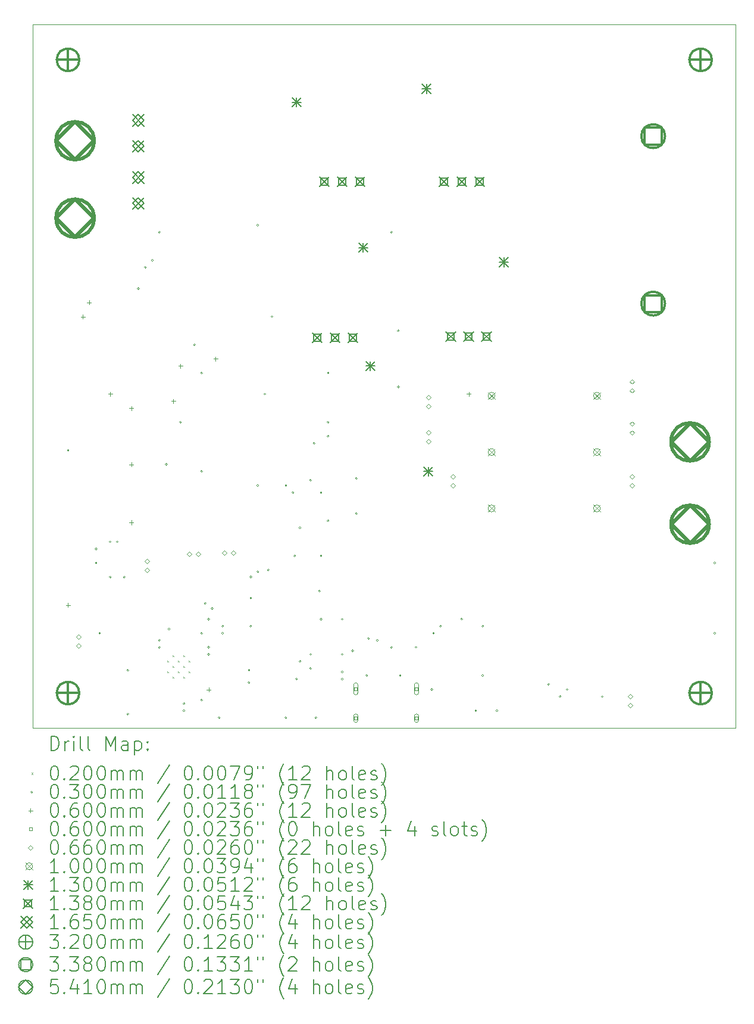
<source format=gbr>
%TF.GenerationSoftware,KiCad,Pcbnew,8.0.8*%
%TF.CreationDate,2025-03-14T18:13:25+01:00*%
%TF.ProjectId,H_bridge_PCB,485f6272-6964-4676-955f-5043422e6b69,rev?*%
%TF.SameCoordinates,Original*%
%TF.FileFunction,Drillmap*%
%TF.FilePolarity,Positive*%
%FSLAX45Y45*%
G04 Gerber Fmt 4.5, Leading zero omitted, Abs format (unit mm)*
G04 Created by KiCad (PCBNEW 8.0.8) date 2025-03-14 18:13:25*
%MOMM*%
%LPD*%
G01*
G04 APERTURE LIST*
%ADD10C,0.050000*%
%ADD11C,0.200000*%
%ADD12C,0.100000*%
%ADD13C,0.130000*%
%ADD14C,0.138000*%
%ADD15C,0.165000*%
%ADD16C,0.320000*%
%ADD17C,0.338000*%
%ADD18C,0.541000*%
G04 APERTURE END LIST*
D10*
X5000000Y-4950000D02*
X15000000Y-4950000D01*
X15000000Y-14950000D02*
X5000000Y-14950000D01*
X15000000Y-4950000D02*
X15000000Y-14950000D01*
X5000000Y-14950000D02*
X5000000Y-4950000D01*
D11*
D12*
X6911250Y-13988750D02*
X6931250Y-14008750D01*
X6931250Y-13988750D02*
X6911250Y-14008750D01*
X6911250Y-14141250D02*
X6931250Y-14161250D01*
X6931250Y-14141250D02*
X6911250Y-14161250D01*
X6987500Y-13912500D02*
X7007500Y-13932500D01*
X7007500Y-13912500D02*
X6987500Y-13932500D01*
X6987500Y-14065000D02*
X7007500Y-14085000D01*
X7007500Y-14065000D02*
X6987500Y-14085000D01*
X6987500Y-14217500D02*
X7007500Y-14237500D01*
X7007500Y-14217500D02*
X6987500Y-14237500D01*
X7063750Y-13988750D02*
X7083750Y-14008750D01*
X7083750Y-13988750D02*
X7063750Y-14008750D01*
X7063750Y-14141250D02*
X7083750Y-14161250D01*
X7083750Y-14141250D02*
X7063750Y-14161250D01*
X7140000Y-13912500D02*
X7160000Y-13932500D01*
X7160000Y-13912500D02*
X7140000Y-13932500D01*
X7140000Y-14065000D02*
X7160000Y-14085000D01*
X7160000Y-14065000D02*
X7140000Y-14085000D01*
X7140000Y-14217500D02*
X7160000Y-14237500D01*
X7160000Y-14217500D02*
X7140000Y-14237500D01*
X7216250Y-13988750D02*
X7236250Y-14008750D01*
X7236250Y-13988750D02*
X7216250Y-14008750D01*
X7216250Y-14141250D02*
X7236250Y-14161250D01*
X7236250Y-14141250D02*
X7216250Y-14161250D01*
X5515000Y-11000000D02*
G75*
G02*
X5485000Y-11000000I-15000J0D01*
G01*
X5485000Y-11000000D02*
G75*
G02*
X5515000Y-11000000I15000J0D01*
G01*
X5915000Y-12400000D02*
G75*
G02*
X5885000Y-12400000I-15000J0D01*
G01*
X5885000Y-12400000D02*
G75*
G02*
X5915000Y-12400000I15000J0D01*
G01*
X5915000Y-12600000D02*
G75*
G02*
X5885000Y-12600000I-15000J0D01*
G01*
X5885000Y-12600000D02*
G75*
G02*
X5915000Y-12600000I15000J0D01*
G01*
X5965000Y-13600000D02*
G75*
G02*
X5935000Y-13600000I-15000J0D01*
G01*
X5935000Y-13600000D02*
G75*
G02*
X5965000Y-13600000I15000J0D01*
G01*
X6115000Y-12300000D02*
G75*
G02*
X6085000Y-12300000I-15000J0D01*
G01*
X6085000Y-12300000D02*
G75*
G02*
X6115000Y-12300000I15000J0D01*
G01*
X6115000Y-12800000D02*
G75*
G02*
X6085000Y-12800000I-15000J0D01*
G01*
X6085000Y-12800000D02*
G75*
G02*
X6115000Y-12800000I15000J0D01*
G01*
X6215000Y-12300000D02*
G75*
G02*
X6185000Y-12300000I-15000J0D01*
G01*
X6185000Y-12300000D02*
G75*
G02*
X6215000Y-12300000I15000J0D01*
G01*
X6315000Y-12800000D02*
G75*
G02*
X6285000Y-12800000I-15000J0D01*
G01*
X6285000Y-12800000D02*
G75*
G02*
X6315000Y-12800000I15000J0D01*
G01*
X6365000Y-14125000D02*
G75*
G02*
X6335000Y-14125000I-15000J0D01*
G01*
X6335000Y-14125000D02*
G75*
G02*
X6365000Y-14125000I15000J0D01*
G01*
X6365000Y-14750000D02*
G75*
G02*
X6335000Y-14750000I-15000J0D01*
G01*
X6335000Y-14750000D02*
G75*
G02*
X6365000Y-14750000I15000J0D01*
G01*
X6515000Y-8700000D02*
G75*
G02*
X6485000Y-8700000I-15000J0D01*
G01*
X6485000Y-8700000D02*
G75*
G02*
X6515000Y-8700000I15000J0D01*
G01*
X6615000Y-8400000D02*
G75*
G02*
X6585000Y-8400000I-15000J0D01*
G01*
X6585000Y-8400000D02*
G75*
G02*
X6615000Y-8400000I15000J0D01*
G01*
X6715000Y-8300000D02*
G75*
G02*
X6685000Y-8300000I-15000J0D01*
G01*
X6685000Y-8300000D02*
G75*
G02*
X6715000Y-8300000I15000J0D01*
G01*
X6815000Y-7900000D02*
G75*
G02*
X6785000Y-7900000I-15000J0D01*
G01*
X6785000Y-7900000D02*
G75*
G02*
X6815000Y-7900000I15000J0D01*
G01*
X6815000Y-13700000D02*
G75*
G02*
X6785000Y-13700000I-15000J0D01*
G01*
X6785000Y-13700000D02*
G75*
G02*
X6815000Y-13700000I15000J0D01*
G01*
X6815000Y-13800000D02*
G75*
G02*
X6785000Y-13800000I-15000J0D01*
G01*
X6785000Y-13800000D02*
G75*
G02*
X6815000Y-13800000I15000J0D01*
G01*
X6915000Y-11200000D02*
G75*
G02*
X6885000Y-11200000I-15000J0D01*
G01*
X6885000Y-11200000D02*
G75*
G02*
X6915000Y-11200000I15000J0D01*
G01*
X6951000Y-13539000D02*
G75*
G02*
X6921000Y-13539000I-15000J0D01*
G01*
X6921000Y-13539000D02*
G75*
G02*
X6951000Y-13539000I15000J0D01*
G01*
X7115000Y-10600000D02*
G75*
G02*
X7085000Y-10600000I-15000J0D01*
G01*
X7085000Y-10600000D02*
G75*
G02*
X7115000Y-10600000I15000J0D01*
G01*
X7165000Y-14600000D02*
G75*
G02*
X7135000Y-14600000I-15000J0D01*
G01*
X7135000Y-14600000D02*
G75*
G02*
X7165000Y-14600000I15000J0D01*
G01*
X7165000Y-14700000D02*
G75*
G02*
X7135000Y-14700000I-15000J0D01*
G01*
X7135000Y-14700000D02*
G75*
G02*
X7165000Y-14700000I15000J0D01*
G01*
X7315000Y-9500000D02*
G75*
G02*
X7285000Y-9500000I-15000J0D01*
G01*
X7285000Y-9500000D02*
G75*
G02*
X7315000Y-9500000I15000J0D01*
G01*
X7315000Y-9500000D02*
G75*
G02*
X7285000Y-9500000I-15000J0D01*
G01*
X7285000Y-9500000D02*
G75*
G02*
X7315000Y-9500000I15000J0D01*
G01*
X7415000Y-9900000D02*
G75*
G02*
X7385000Y-9900000I-15000J0D01*
G01*
X7385000Y-9900000D02*
G75*
G02*
X7415000Y-9900000I15000J0D01*
G01*
X7415000Y-11300000D02*
G75*
G02*
X7385000Y-11300000I-15000J0D01*
G01*
X7385000Y-11300000D02*
G75*
G02*
X7415000Y-11300000I15000J0D01*
G01*
X7415000Y-13600000D02*
G75*
G02*
X7385000Y-13600000I-15000J0D01*
G01*
X7385000Y-13600000D02*
G75*
G02*
X7415000Y-13600000I15000J0D01*
G01*
X7415000Y-14550000D02*
G75*
G02*
X7385000Y-14550000I-15000J0D01*
G01*
X7385000Y-14550000D02*
G75*
G02*
X7415000Y-14550000I15000J0D01*
G01*
X7465000Y-13175000D02*
G75*
G02*
X7435000Y-13175000I-15000J0D01*
G01*
X7435000Y-13175000D02*
G75*
G02*
X7465000Y-13175000I15000J0D01*
G01*
X7515000Y-13400000D02*
G75*
G02*
X7485000Y-13400000I-15000J0D01*
G01*
X7485000Y-13400000D02*
G75*
G02*
X7515000Y-13400000I15000J0D01*
G01*
X7515000Y-13800000D02*
G75*
G02*
X7485000Y-13800000I-15000J0D01*
G01*
X7485000Y-13800000D02*
G75*
G02*
X7515000Y-13800000I15000J0D01*
G01*
X7515000Y-13900000D02*
G75*
G02*
X7485000Y-13900000I-15000J0D01*
G01*
X7485000Y-13900000D02*
G75*
G02*
X7515000Y-13900000I15000J0D01*
G01*
X7565000Y-13250000D02*
G75*
G02*
X7535000Y-13250000I-15000J0D01*
G01*
X7535000Y-13250000D02*
G75*
G02*
X7565000Y-13250000I15000J0D01*
G01*
X7665000Y-14800000D02*
G75*
G02*
X7635000Y-14800000I-15000J0D01*
G01*
X7635000Y-14800000D02*
G75*
G02*
X7665000Y-14800000I15000J0D01*
G01*
X7715000Y-13500000D02*
G75*
G02*
X7685000Y-13500000I-15000J0D01*
G01*
X7685000Y-13500000D02*
G75*
G02*
X7715000Y-13500000I15000J0D01*
G01*
X7715000Y-13600000D02*
G75*
G02*
X7685000Y-13600000I-15000J0D01*
G01*
X7685000Y-13600000D02*
G75*
G02*
X7715000Y-13600000I15000J0D01*
G01*
X8090000Y-14125000D02*
G75*
G02*
X8060000Y-14125000I-15000J0D01*
G01*
X8060000Y-14125000D02*
G75*
G02*
X8090000Y-14125000I15000J0D01*
G01*
X8090000Y-14300000D02*
G75*
G02*
X8060000Y-14300000I-15000J0D01*
G01*
X8060000Y-14300000D02*
G75*
G02*
X8090000Y-14300000I15000J0D01*
G01*
X8115000Y-12800000D02*
G75*
G02*
X8085000Y-12800000I-15000J0D01*
G01*
X8085000Y-12800000D02*
G75*
G02*
X8115000Y-12800000I15000J0D01*
G01*
X8115000Y-13100000D02*
G75*
G02*
X8085000Y-13100000I-15000J0D01*
G01*
X8085000Y-13100000D02*
G75*
G02*
X8115000Y-13100000I15000J0D01*
G01*
X8115000Y-13500000D02*
G75*
G02*
X8085000Y-13500000I-15000J0D01*
G01*
X8085000Y-13500000D02*
G75*
G02*
X8115000Y-13500000I15000J0D01*
G01*
X8215000Y-7800000D02*
G75*
G02*
X8185000Y-7800000I-15000J0D01*
G01*
X8185000Y-7800000D02*
G75*
G02*
X8215000Y-7800000I15000J0D01*
G01*
X8215000Y-11500000D02*
G75*
G02*
X8185000Y-11500000I-15000J0D01*
G01*
X8185000Y-11500000D02*
G75*
G02*
X8215000Y-11500000I15000J0D01*
G01*
X8215000Y-12725000D02*
G75*
G02*
X8185000Y-12725000I-15000J0D01*
G01*
X8185000Y-12725000D02*
G75*
G02*
X8215000Y-12725000I15000J0D01*
G01*
X8315000Y-10200000D02*
G75*
G02*
X8285000Y-10200000I-15000J0D01*
G01*
X8285000Y-10200000D02*
G75*
G02*
X8315000Y-10200000I15000J0D01*
G01*
X8365000Y-12700000D02*
G75*
G02*
X8335000Y-12700000I-15000J0D01*
G01*
X8335000Y-12700000D02*
G75*
G02*
X8365000Y-12700000I15000J0D01*
G01*
X8415000Y-9100000D02*
G75*
G02*
X8385000Y-9100000I-15000J0D01*
G01*
X8385000Y-9100000D02*
G75*
G02*
X8415000Y-9100000I15000J0D01*
G01*
X8615000Y-11500000D02*
G75*
G02*
X8585000Y-11500000I-15000J0D01*
G01*
X8585000Y-11500000D02*
G75*
G02*
X8615000Y-11500000I15000J0D01*
G01*
X8615000Y-14800000D02*
G75*
G02*
X8585000Y-14800000I-15000J0D01*
G01*
X8585000Y-14800000D02*
G75*
G02*
X8615000Y-14800000I15000J0D01*
G01*
X8715000Y-11600000D02*
G75*
G02*
X8685000Y-11600000I-15000J0D01*
G01*
X8685000Y-11600000D02*
G75*
G02*
X8715000Y-11600000I15000J0D01*
G01*
X8740000Y-12500000D02*
G75*
G02*
X8710000Y-12500000I-15000J0D01*
G01*
X8710000Y-12500000D02*
G75*
G02*
X8740000Y-12500000I15000J0D01*
G01*
X8765000Y-14250000D02*
G75*
G02*
X8735000Y-14250000I-15000J0D01*
G01*
X8735000Y-14250000D02*
G75*
G02*
X8765000Y-14250000I15000J0D01*
G01*
X8815000Y-12100000D02*
G75*
G02*
X8785000Y-12100000I-15000J0D01*
G01*
X8785000Y-12100000D02*
G75*
G02*
X8815000Y-12100000I15000J0D01*
G01*
X8815000Y-14000000D02*
G75*
G02*
X8785000Y-14000000I-15000J0D01*
G01*
X8785000Y-14000000D02*
G75*
G02*
X8815000Y-14000000I15000J0D01*
G01*
X8965000Y-11425000D02*
G75*
G02*
X8935000Y-11425000I-15000J0D01*
G01*
X8935000Y-11425000D02*
G75*
G02*
X8965000Y-11425000I15000J0D01*
G01*
X8965000Y-13900000D02*
G75*
G02*
X8935000Y-13900000I-15000J0D01*
G01*
X8935000Y-13900000D02*
G75*
G02*
X8965000Y-13900000I15000J0D01*
G01*
X8965000Y-14100000D02*
G75*
G02*
X8935000Y-14100000I-15000J0D01*
G01*
X8935000Y-14100000D02*
G75*
G02*
X8965000Y-14100000I15000J0D01*
G01*
X9015000Y-10900000D02*
G75*
G02*
X8985000Y-10900000I-15000J0D01*
G01*
X8985000Y-10900000D02*
G75*
G02*
X9015000Y-10900000I15000J0D01*
G01*
X9040000Y-14800000D02*
G75*
G02*
X9010000Y-14800000I-15000J0D01*
G01*
X9010000Y-14800000D02*
G75*
G02*
X9040000Y-14800000I15000J0D01*
G01*
X9090000Y-13000000D02*
G75*
G02*
X9060000Y-13000000I-15000J0D01*
G01*
X9060000Y-13000000D02*
G75*
G02*
X9090000Y-13000000I15000J0D01*
G01*
X9115000Y-11600000D02*
G75*
G02*
X9085000Y-11600000I-15000J0D01*
G01*
X9085000Y-11600000D02*
G75*
G02*
X9115000Y-11600000I15000J0D01*
G01*
X9115000Y-12500000D02*
G75*
G02*
X9085000Y-12500000I-15000J0D01*
G01*
X9085000Y-12500000D02*
G75*
G02*
X9115000Y-12500000I15000J0D01*
G01*
X9115000Y-13400000D02*
G75*
G02*
X9085000Y-13400000I-15000J0D01*
G01*
X9085000Y-13400000D02*
G75*
G02*
X9115000Y-13400000I15000J0D01*
G01*
X9215000Y-9900000D02*
G75*
G02*
X9185000Y-9900000I-15000J0D01*
G01*
X9185000Y-9900000D02*
G75*
G02*
X9215000Y-9900000I15000J0D01*
G01*
X9215000Y-10600000D02*
G75*
G02*
X9185000Y-10600000I-15000J0D01*
G01*
X9185000Y-10600000D02*
G75*
G02*
X9215000Y-10600000I15000J0D01*
G01*
X9215000Y-10800000D02*
G75*
G02*
X9185000Y-10800000I-15000J0D01*
G01*
X9185000Y-10800000D02*
G75*
G02*
X9215000Y-10800000I15000J0D01*
G01*
X9215000Y-12000000D02*
G75*
G02*
X9185000Y-12000000I-15000J0D01*
G01*
X9185000Y-12000000D02*
G75*
G02*
X9215000Y-12000000I15000J0D01*
G01*
X9415000Y-13400000D02*
G75*
G02*
X9385000Y-13400000I-15000J0D01*
G01*
X9385000Y-13400000D02*
G75*
G02*
X9415000Y-13400000I15000J0D01*
G01*
X9415000Y-13900000D02*
G75*
G02*
X9385000Y-13900000I-15000J0D01*
G01*
X9385000Y-13900000D02*
G75*
G02*
X9415000Y-13900000I15000J0D01*
G01*
X9415000Y-14150000D02*
G75*
G02*
X9385000Y-14150000I-15000J0D01*
G01*
X9385000Y-14150000D02*
G75*
G02*
X9415000Y-14150000I15000J0D01*
G01*
X9415000Y-14250000D02*
G75*
G02*
X9385000Y-14250000I-15000J0D01*
G01*
X9385000Y-14250000D02*
G75*
G02*
X9415000Y-14250000I15000J0D01*
G01*
X9565000Y-13850000D02*
G75*
G02*
X9535000Y-13850000I-15000J0D01*
G01*
X9535000Y-13850000D02*
G75*
G02*
X9565000Y-13850000I15000J0D01*
G01*
X9615000Y-11400000D02*
G75*
G02*
X9585000Y-11400000I-15000J0D01*
G01*
X9585000Y-11400000D02*
G75*
G02*
X9615000Y-11400000I15000J0D01*
G01*
X9615000Y-11900000D02*
G75*
G02*
X9585000Y-11900000I-15000J0D01*
G01*
X9585000Y-11900000D02*
G75*
G02*
X9615000Y-11900000I15000J0D01*
G01*
X9765000Y-14200000D02*
G75*
G02*
X9735000Y-14200000I-15000J0D01*
G01*
X9735000Y-14200000D02*
G75*
G02*
X9765000Y-14200000I15000J0D01*
G01*
X9790000Y-13675000D02*
G75*
G02*
X9760000Y-13675000I-15000J0D01*
G01*
X9760000Y-13675000D02*
G75*
G02*
X9790000Y-13675000I15000J0D01*
G01*
X9915000Y-13700000D02*
G75*
G02*
X9885000Y-13700000I-15000J0D01*
G01*
X9885000Y-13700000D02*
G75*
G02*
X9915000Y-13700000I15000J0D01*
G01*
X10115000Y-7900000D02*
G75*
G02*
X10085000Y-7900000I-15000J0D01*
G01*
X10085000Y-7900000D02*
G75*
G02*
X10115000Y-7900000I15000J0D01*
G01*
X10115000Y-13800000D02*
G75*
G02*
X10085000Y-13800000I-15000J0D01*
G01*
X10085000Y-13800000D02*
G75*
G02*
X10115000Y-13800000I15000J0D01*
G01*
X10215000Y-9300000D02*
G75*
G02*
X10185000Y-9300000I-15000J0D01*
G01*
X10185000Y-9300000D02*
G75*
G02*
X10215000Y-9300000I15000J0D01*
G01*
X10215000Y-10100000D02*
G75*
G02*
X10185000Y-10100000I-15000J0D01*
G01*
X10185000Y-10100000D02*
G75*
G02*
X10215000Y-10100000I15000J0D01*
G01*
X10240000Y-14200000D02*
G75*
G02*
X10210000Y-14200000I-15000J0D01*
G01*
X10210000Y-14200000D02*
G75*
G02*
X10240000Y-14200000I15000J0D01*
G01*
X10465000Y-13800000D02*
G75*
G02*
X10435000Y-13800000I-15000J0D01*
G01*
X10435000Y-13800000D02*
G75*
G02*
X10465000Y-13800000I15000J0D01*
G01*
X10690000Y-14400000D02*
G75*
G02*
X10660000Y-14400000I-15000J0D01*
G01*
X10660000Y-14400000D02*
G75*
G02*
X10690000Y-14400000I15000J0D01*
G01*
X10715000Y-13600000D02*
G75*
G02*
X10685000Y-13600000I-15000J0D01*
G01*
X10685000Y-13600000D02*
G75*
G02*
X10715000Y-13600000I15000J0D01*
G01*
X10815000Y-13500000D02*
G75*
G02*
X10785000Y-13500000I-15000J0D01*
G01*
X10785000Y-13500000D02*
G75*
G02*
X10815000Y-13500000I15000J0D01*
G01*
X11115000Y-13400000D02*
G75*
G02*
X11085000Y-13400000I-15000J0D01*
G01*
X11085000Y-13400000D02*
G75*
G02*
X11115000Y-13400000I15000J0D01*
G01*
X11315000Y-14700000D02*
G75*
G02*
X11285000Y-14700000I-15000J0D01*
G01*
X11285000Y-14700000D02*
G75*
G02*
X11315000Y-14700000I15000J0D01*
G01*
X11415000Y-13500000D02*
G75*
G02*
X11385000Y-13500000I-15000J0D01*
G01*
X11385000Y-13500000D02*
G75*
G02*
X11415000Y-13500000I15000J0D01*
G01*
X11415000Y-14200000D02*
G75*
G02*
X11385000Y-14200000I-15000J0D01*
G01*
X11385000Y-14200000D02*
G75*
G02*
X11415000Y-14200000I15000J0D01*
G01*
X11615000Y-14700000D02*
G75*
G02*
X11585000Y-14700000I-15000J0D01*
G01*
X11585000Y-14700000D02*
G75*
G02*
X11615000Y-14700000I15000J0D01*
G01*
X12351500Y-14325000D02*
G75*
G02*
X12321500Y-14325000I-15000J0D01*
G01*
X12321500Y-14325000D02*
G75*
G02*
X12351500Y-14325000I15000J0D01*
G01*
X12515000Y-14500000D02*
G75*
G02*
X12485000Y-14500000I-15000J0D01*
G01*
X12485000Y-14500000D02*
G75*
G02*
X12515000Y-14500000I15000J0D01*
G01*
X12615000Y-14400000D02*
G75*
G02*
X12585000Y-14400000I-15000J0D01*
G01*
X12585000Y-14400000D02*
G75*
G02*
X12615000Y-14400000I15000J0D01*
G01*
X13115000Y-14500000D02*
G75*
G02*
X13085000Y-14500000I-15000J0D01*
G01*
X13085000Y-14500000D02*
G75*
G02*
X13115000Y-14500000I15000J0D01*
G01*
X14515000Y-14450000D02*
G75*
G02*
X14485000Y-14450000I-15000J0D01*
G01*
X14485000Y-14450000D02*
G75*
G02*
X14515000Y-14450000I15000J0D01*
G01*
X14715000Y-12600000D02*
G75*
G02*
X14685000Y-12600000I-15000J0D01*
G01*
X14685000Y-12600000D02*
G75*
G02*
X14715000Y-12600000I15000J0D01*
G01*
X14715000Y-13600000D02*
G75*
G02*
X14685000Y-13600000I-15000J0D01*
G01*
X14685000Y-13600000D02*
G75*
G02*
X14715000Y-13600000I15000J0D01*
G01*
X5500000Y-13170000D02*
X5500000Y-13230000D01*
X5470000Y-13200000D02*
X5530000Y-13200000D01*
X5710000Y-9070000D02*
X5710000Y-9130000D01*
X5680000Y-9100000D02*
X5740000Y-9100000D01*
X5800000Y-8870000D02*
X5800000Y-8930000D01*
X5770000Y-8900000D02*
X5830000Y-8900000D01*
X6100000Y-10170000D02*
X6100000Y-10230000D01*
X6070000Y-10200000D02*
X6130000Y-10200000D01*
X6400000Y-10370000D02*
X6400000Y-10430000D01*
X6370000Y-10400000D02*
X6430000Y-10400000D01*
X6400000Y-11170000D02*
X6400000Y-11230000D01*
X6370000Y-11200000D02*
X6430000Y-11200000D01*
X6400000Y-11995000D02*
X6400000Y-12055000D01*
X6370000Y-12025000D02*
X6430000Y-12025000D01*
X7000000Y-10270000D02*
X7000000Y-10330000D01*
X6970000Y-10300000D02*
X7030000Y-10300000D01*
X7100000Y-9770000D02*
X7100000Y-9830000D01*
X7070000Y-9800000D02*
X7130000Y-9800000D01*
X7500000Y-14370000D02*
X7500000Y-14430000D01*
X7470000Y-14400000D02*
X7530000Y-14400000D01*
X7600000Y-9670000D02*
X7600000Y-9730000D01*
X7570000Y-9700000D02*
X7630000Y-9700000D01*
X11200000Y-10170000D02*
X11200000Y-10230000D01*
X11170000Y-10200000D02*
X11230000Y-10200000D01*
X9614213Y-14410713D02*
X9614213Y-14368287D01*
X9571787Y-14368287D01*
X9571787Y-14410713D01*
X9614213Y-14410713D01*
X9563000Y-14334500D02*
X9563000Y-14444500D01*
X9623000Y-14444500D02*
G75*
G02*
X9563000Y-14444500I-30000J0D01*
G01*
X9623000Y-14444500D02*
X9623000Y-14334500D01*
X9623000Y-14334500D02*
G75*
G03*
X9563000Y-14334500I-30000J0D01*
G01*
X9614213Y-14828713D02*
X9614213Y-14786287D01*
X9571787Y-14786287D01*
X9571787Y-14828713D01*
X9614213Y-14828713D01*
X9563000Y-14777500D02*
X9563000Y-14837500D01*
X9623000Y-14837500D02*
G75*
G02*
X9563000Y-14837500I-30000J0D01*
G01*
X9623000Y-14837500D02*
X9623000Y-14777500D01*
X9623000Y-14777500D02*
G75*
G03*
X9563000Y-14777500I-30000J0D01*
G01*
X10478213Y-14410713D02*
X10478213Y-14368287D01*
X10435787Y-14368287D01*
X10435787Y-14410713D01*
X10478213Y-14410713D01*
X10427000Y-14334500D02*
X10427000Y-14444500D01*
X10487000Y-14444500D02*
G75*
G02*
X10427000Y-14444500I-30000J0D01*
G01*
X10487000Y-14444500D02*
X10487000Y-14334500D01*
X10487000Y-14334500D02*
G75*
G03*
X10427000Y-14334500I-30000J0D01*
G01*
X10478213Y-14828713D02*
X10478213Y-14786287D01*
X10435787Y-14786287D01*
X10435787Y-14828713D01*
X10478213Y-14828713D01*
X10427000Y-14777500D02*
X10427000Y-14837500D01*
X10487000Y-14837500D02*
G75*
G02*
X10427000Y-14837500I-30000J0D01*
G01*
X10487000Y-14837500D02*
X10487000Y-14777500D01*
X10487000Y-14777500D02*
G75*
G03*
X10427000Y-14777500I-30000J0D01*
G01*
X5650000Y-13683000D02*
X5683000Y-13650000D01*
X5650000Y-13617000D01*
X5617000Y-13650000D01*
X5650000Y-13683000D01*
X5650000Y-13810000D02*
X5683000Y-13777000D01*
X5650000Y-13744000D01*
X5617000Y-13777000D01*
X5650000Y-13810000D01*
X6625000Y-12608000D02*
X6658000Y-12575000D01*
X6625000Y-12542000D01*
X6592000Y-12575000D01*
X6625000Y-12608000D01*
X6625000Y-12735000D02*
X6658000Y-12702000D01*
X6625000Y-12669000D01*
X6592000Y-12702000D01*
X6625000Y-12735000D01*
X7223000Y-12508000D02*
X7256000Y-12475000D01*
X7223000Y-12442000D01*
X7190000Y-12475000D01*
X7223000Y-12508000D01*
X7350000Y-12508000D02*
X7383000Y-12475000D01*
X7350000Y-12442000D01*
X7317000Y-12475000D01*
X7350000Y-12508000D01*
X7723000Y-12488000D02*
X7756000Y-12455000D01*
X7723000Y-12422000D01*
X7690000Y-12455000D01*
X7723000Y-12488000D01*
X7850000Y-12488000D02*
X7883000Y-12455000D01*
X7850000Y-12422000D01*
X7817000Y-12455000D01*
X7850000Y-12488000D01*
X10625000Y-10281000D02*
X10658000Y-10248000D01*
X10625000Y-10215000D01*
X10592000Y-10248000D01*
X10625000Y-10281000D01*
X10625000Y-10408000D02*
X10658000Y-10375000D01*
X10625000Y-10342000D01*
X10592000Y-10375000D01*
X10625000Y-10408000D01*
X10625000Y-10781000D02*
X10658000Y-10748000D01*
X10625000Y-10715000D01*
X10592000Y-10748000D01*
X10625000Y-10781000D01*
X10625000Y-10908000D02*
X10658000Y-10875000D01*
X10625000Y-10842000D01*
X10592000Y-10875000D01*
X10625000Y-10908000D01*
X10975000Y-11406000D02*
X11008000Y-11373000D01*
X10975000Y-11340000D01*
X10942000Y-11373000D01*
X10975000Y-11406000D01*
X10975000Y-11533000D02*
X11008000Y-11500000D01*
X10975000Y-11467000D01*
X10942000Y-11500000D01*
X10975000Y-11533000D01*
X13500000Y-14533000D02*
X13533000Y-14500000D01*
X13500000Y-14467000D01*
X13467000Y-14500000D01*
X13500000Y-14533000D01*
X13500000Y-14660000D02*
X13533000Y-14627000D01*
X13500000Y-14594000D01*
X13467000Y-14627000D01*
X13500000Y-14660000D01*
X13525000Y-10056000D02*
X13558000Y-10023000D01*
X13525000Y-9990000D01*
X13492000Y-10023000D01*
X13525000Y-10056000D01*
X13525000Y-10183000D02*
X13558000Y-10150000D01*
X13525000Y-10117000D01*
X13492000Y-10150000D01*
X13525000Y-10183000D01*
X13525000Y-10656000D02*
X13558000Y-10623000D01*
X13525000Y-10590000D01*
X13492000Y-10623000D01*
X13525000Y-10656000D01*
X13525000Y-10783000D02*
X13558000Y-10750000D01*
X13525000Y-10717000D01*
X13492000Y-10750000D01*
X13525000Y-10783000D01*
X13525000Y-11406000D02*
X13558000Y-11373000D01*
X13525000Y-11340000D01*
X13492000Y-11373000D01*
X13525000Y-11406000D01*
X13525000Y-11533000D02*
X13558000Y-11500000D01*
X13525000Y-11467000D01*
X13492000Y-11500000D01*
X13525000Y-11533000D01*
X11475000Y-10175000D02*
X11575000Y-10275000D01*
X11575000Y-10175000D02*
X11475000Y-10275000D01*
X11575000Y-10225000D02*
G75*
G02*
X11475000Y-10225000I-50000J0D01*
G01*
X11475000Y-10225000D02*
G75*
G02*
X11575000Y-10225000I50000J0D01*
G01*
X11475000Y-10975000D02*
X11575000Y-11075000D01*
X11575000Y-10975000D02*
X11475000Y-11075000D01*
X11575000Y-11025000D02*
G75*
G02*
X11475000Y-11025000I-50000J0D01*
G01*
X11475000Y-11025000D02*
G75*
G02*
X11575000Y-11025000I50000J0D01*
G01*
X11475000Y-11775000D02*
X11575000Y-11875000D01*
X11575000Y-11775000D02*
X11475000Y-11875000D01*
X11575000Y-11825000D02*
G75*
G02*
X11475000Y-11825000I-50000J0D01*
G01*
X11475000Y-11825000D02*
G75*
G02*
X11575000Y-11825000I50000J0D01*
G01*
X12975000Y-10175000D02*
X13075000Y-10275000D01*
X13075000Y-10175000D02*
X12975000Y-10275000D01*
X13075000Y-10225000D02*
G75*
G02*
X12975000Y-10225000I-50000J0D01*
G01*
X12975000Y-10225000D02*
G75*
G02*
X13075000Y-10225000I50000J0D01*
G01*
X12975000Y-10975000D02*
X13075000Y-11075000D01*
X13075000Y-10975000D02*
X12975000Y-11075000D01*
X13075000Y-11025000D02*
G75*
G02*
X12975000Y-11025000I-50000J0D01*
G01*
X12975000Y-11025000D02*
G75*
G02*
X13075000Y-11025000I50000J0D01*
G01*
X12975000Y-11775000D02*
X13075000Y-11875000D01*
X13075000Y-11775000D02*
X12975000Y-11875000D01*
X13075000Y-11825000D02*
G75*
G02*
X12975000Y-11825000I-50000J0D01*
G01*
X12975000Y-11825000D02*
G75*
G02*
X13075000Y-11825000I50000J0D01*
G01*
D13*
X8687500Y-5987500D02*
X8817500Y-6117500D01*
X8817500Y-5987500D02*
X8687500Y-6117500D01*
X8752500Y-5987500D02*
X8752500Y-6117500D01*
X8687500Y-6052500D02*
X8817500Y-6052500D01*
X9635000Y-8055000D02*
X9765000Y-8185000D01*
X9765000Y-8055000D02*
X9635000Y-8185000D01*
X9700000Y-8055000D02*
X9700000Y-8185000D01*
X9635000Y-8120000D02*
X9765000Y-8120000D01*
X9735000Y-9735000D02*
X9865000Y-9865000D01*
X9865000Y-9735000D02*
X9735000Y-9865000D01*
X9800000Y-9735000D02*
X9800000Y-9865000D01*
X9735000Y-9800000D02*
X9865000Y-9800000D01*
X10535000Y-5795000D02*
X10665000Y-5925000D01*
X10665000Y-5795000D02*
X10535000Y-5925000D01*
X10600000Y-5795000D02*
X10600000Y-5925000D01*
X10535000Y-5860000D02*
X10665000Y-5860000D01*
X10560000Y-11235000D02*
X10690000Y-11365000D01*
X10690000Y-11235000D02*
X10560000Y-11365000D01*
X10625000Y-11235000D02*
X10625000Y-11365000D01*
X10560000Y-11300000D02*
X10690000Y-11300000D01*
X11635000Y-8260000D02*
X11765000Y-8390000D01*
X11765000Y-8260000D02*
X11635000Y-8390000D01*
X11700000Y-8260000D02*
X11700000Y-8390000D01*
X11635000Y-8325000D02*
X11765000Y-8325000D01*
D14*
X8977000Y-9331000D02*
X9115000Y-9469000D01*
X9115000Y-9331000D02*
X8977000Y-9469000D01*
X9094791Y-9448791D02*
X9094791Y-9351209D01*
X8997209Y-9351209D01*
X8997209Y-9448791D01*
X9094791Y-9448791D01*
X9077000Y-7112000D02*
X9215000Y-7250000D01*
X9215000Y-7112000D02*
X9077000Y-7250000D01*
X9194791Y-7229791D02*
X9194791Y-7132209D01*
X9097209Y-7132209D01*
X9097209Y-7229791D01*
X9194791Y-7229791D01*
X9231000Y-9331000D02*
X9369000Y-9469000D01*
X9369000Y-9331000D02*
X9231000Y-9469000D01*
X9348791Y-9448791D02*
X9348791Y-9351209D01*
X9251209Y-9351209D01*
X9251209Y-9448791D01*
X9348791Y-9448791D01*
X9331000Y-7112000D02*
X9469000Y-7250000D01*
X9469000Y-7112000D02*
X9331000Y-7250000D01*
X9448791Y-7229791D02*
X9448791Y-7132209D01*
X9351209Y-7132209D01*
X9351209Y-7229791D01*
X9448791Y-7229791D01*
X9485000Y-9331000D02*
X9623000Y-9469000D01*
X9623000Y-9331000D02*
X9485000Y-9469000D01*
X9602791Y-9448791D02*
X9602791Y-9351209D01*
X9505209Y-9351209D01*
X9505209Y-9448791D01*
X9602791Y-9448791D01*
X9585000Y-7112000D02*
X9723000Y-7250000D01*
X9723000Y-7112000D02*
X9585000Y-7250000D01*
X9702791Y-7229791D02*
X9702791Y-7132209D01*
X9605209Y-7132209D01*
X9605209Y-7229791D01*
X9702791Y-7229791D01*
X10777000Y-7112000D02*
X10915000Y-7250000D01*
X10915000Y-7112000D02*
X10777000Y-7250000D01*
X10894791Y-7229791D02*
X10894791Y-7132209D01*
X10797209Y-7132209D01*
X10797209Y-7229791D01*
X10894791Y-7229791D01*
X10877000Y-9312000D02*
X11015000Y-9450000D01*
X11015000Y-9312000D02*
X10877000Y-9450000D01*
X10994791Y-9429791D02*
X10994791Y-9332209D01*
X10897209Y-9332209D01*
X10897209Y-9429791D01*
X10994791Y-9429791D01*
X11031000Y-7112000D02*
X11169000Y-7250000D01*
X11169000Y-7112000D02*
X11031000Y-7250000D01*
X11148791Y-7229791D02*
X11148791Y-7132209D01*
X11051209Y-7132209D01*
X11051209Y-7229791D01*
X11148791Y-7229791D01*
X11131000Y-9312000D02*
X11269000Y-9450000D01*
X11269000Y-9312000D02*
X11131000Y-9450000D01*
X11248791Y-9429791D02*
X11248791Y-9332209D01*
X11151209Y-9332209D01*
X11151209Y-9429791D01*
X11248791Y-9429791D01*
X11285000Y-7112000D02*
X11423000Y-7250000D01*
X11423000Y-7112000D02*
X11285000Y-7250000D01*
X11402791Y-7229791D02*
X11402791Y-7132209D01*
X11305209Y-7132209D01*
X11305209Y-7229791D01*
X11402791Y-7229791D01*
X11385000Y-9312000D02*
X11523000Y-9450000D01*
X11523000Y-9312000D02*
X11385000Y-9450000D01*
X11502791Y-9429791D02*
X11502791Y-9332209D01*
X11405209Y-9332209D01*
X11405209Y-9429791D01*
X11502791Y-9429791D01*
D15*
X6417500Y-6228000D02*
X6582500Y-6393000D01*
X6582500Y-6228000D02*
X6417500Y-6393000D01*
X6500000Y-6393000D02*
X6582500Y-6310500D01*
X6500000Y-6228000D01*
X6417500Y-6310500D01*
X6500000Y-6393000D01*
X6417500Y-6594000D02*
X6582500Y-6759000D01*
X6582500Y-6594000D02*
X6417500Y-6759000D01*
X6500000Y-6759000D02*
X6582500Y-6676500D01*
X6500000Y-6594000D01*
X6417500Y-6676500D01*
X6500000Y-6759000D01*
X6417500Y-7041000D02*
X6582500Y-7206000D01*
X6582500Y-7041000D02*
X6417500Y-7206000D01*
X6500000Y-7206000D02*
X6582500Y-7123500D01*
X6500000Y-7041000D01*
X6417500Y-7123500D01*
X6500000Y-7206000D01*
X6417500Y-7407000D02*
X6582500Y-7572000D01*
X6582500Y-7407000D02*
X6417500Y-7572000D01*
X6500000Y-7572000D02*
X6582500Y-7489500D01*
X6500000Y-7407000D01*
X6417500Y-7489500D01*
X6500000Y-7572000D01*
D16*
X5500000Y-5290000D02*
X5500000Y-5610000D01*
X5340000Y-5450000D02*
X5660000Y-5450000D01*
X5660000Y-5450000D02*
G75*
G02*
X5340000Y-5450000I-160000J0D01*
G01*
X5340000Y-5450000D02*
G75*
G02*
X5660000Y-5450000I160000J0D01*
G01*
X5500000Y-14290000D02*
X5500000Y-14610000D01*
X5340000Y-14450000D02*
X5660000Y-14450000D01*
X5660000Y-14450000D02*
G75*
G02*
X5340000Y-14450000I-160000J0D01*
G01*
X5340000Y-14450000D02*
G75*
G02*
X5660000Y-14450000I160000J0D01*
G01*
X14500000Y-5290000D02*
X14500000Y-5610000D01*
X14340000Y-5450000D02*
X14660000Y-5450000D01*
X14660000Y-5450000D02*
G75*
G02*
X14340000Y-5450000I-160000J0D01*
G01*
X14340000Y-5450000D02*
G75*
G02*
X14660000Y-5450000I160000J0D01*
G01*
X14500000Y-14290000D02*
X14500000Y-14610000D01*
X14340000Y-14450000D02*
X14660000Y-14450000D01*
X14660000Y-14450000D02*
G75*
G02*
X14340000Y-14450000I-160000J0D01*
G01*
X14340000Y-14450000D02*
G75*
G02*
X14660000Y-14450000I160000J0D01*
G01*
D17*
X13944502Y-6654502D02*
X13944502Y-6415498D01*
X13705498Y-6415498D01*
X13705498Y-6654502D01*
X13944502Y-6654502D01*
X13994000Y-6535000D02*
G75*
G02*
X13656000Y-6535000I-169000J0D01*
G01*
X13656000Y-6535000D02*
G75*
G02*
X13994000Y-6535000I169000J0D01*
G01*
X13944502Y-9034502D02*
X13944502Y-8795498D01*
X13705498Y-8795498D01*
X13705498Y-9034502D01*
X13944502Y-9034502D01*
X13994000Y-8915000D02*
G75*
G02*
X13656000Y-8915000I-169000J0D01*
G01*
X13656000Y-8915000D02*
G75*
G02*
X13994000Y-8915000I169000J0D01*
G01*
D18*
X5600000Y-6870500D02*
X5870500Y-6600000D01*
X5600000Y-6329500D01*
X5329500Y-6600000D01*
X5600000Y-6870500D01*
X5870500Y-6600000D02*
G75*
G02*
X5329500Y-6600000I-270500J0D01*
G01*
X5329500Y-6600000D02*
G75*
G02*
X5870500Y-6600000I270500J0D01*
G01*
X5600000Y-7970500D02*
X5870500Y-7700000D01*
X5600000Y-7429500D01*
X5329500Y-7700000D01*
X5600000Y-7970500D01*
X5870500Y-7700000D02*
G75*
G02*
X5329500Y-7700000I-270500J0D01*
G01*
X5329500Y-7700000D02*
G75*
G02*
X5870500Y-7700000I270500J0D01*
G01*
X14350000Y-11150500D02*
X14620500Y-10880000D01*
X14350000Y-10609500D01*
X14079500Y-10880000D01*
X14350000Y-11150500D01*
X14620500Y-10880000D02*
G75*
G02*
X14079500Y-10880000I-270500J0D01*
G01*
X14079500Y-10880000D02*
G75*
G02*
X14620500Y-10880000I270500J0D01*
G01*
X14350000Y-12320500D02*
X14620500Y-12050000D01*
X14350000Y-11779500D01*
X14079500Y-12050000D01*
X14350000Y-12320500D01*
X14620500Y-12050000D02*
G75*
G02*
X14079500Y-12050000I-270500J0D01*
G01*
X14079500Y-12050000D02*
G75*
G02*
X14620500Y-12050000I270500J0D01*
G01*
D11*
X5258277Y-15263984D02*
X5258277Y-15063984D01*
X5258277Y-15063984D02*
X5305896Y-15063984D01*
X5305896Y-15063984D02*
X5334467Y-15073508D01*
X5334467Y-15073508D02*
X5353515Y-15092555D01*
X5353515Y-15092555D02*
X5363039Y-15111603D01*
X5363039Y-15111603D02*
X5372563Y-15149698D01*
X5372563Y-15149698D02*
X5372563Y-15178269D01*
X5372563Y-15178269D02*
X5363039Y-15216365D01*
X5363039Y-15216365D02*
X5353515Y-15235412D01*
X5353515Y-15235412D02*
X5334467Y-15254460D01*
X5334467Y-15254460D02*
X5305896Y-15263984D01*
X5305896Y-15263984D02*
X5258277Y-15263984D01*
X5458277Y-15263984D02*
X5458277Y-15130650D01*
X5458277Y-15168746D02*
X5467801Y-15149698D01*
X5467801Y-15149698D02*
X5477324Y-15140174D01*
X5477324Y-15140174D02*
X5496372Y-15130650D01*
X5496372Y-15130650D02*
X5515420Y-15130650D01*
X5582086Y-15263984D02*
X5582086Y-15130650D01*
X5582086Y-15063984D02*
X5572563Y-15073508D01*
X5572563Y-15073508D02*
X5582086Y-15083031D01*
X5582086Y-15083031D02*
X5591610Y-15073508D01*
X5591610Y-15073508D02*
X5582086Y-15063984D01*
X5582086Y-15063984D02*
X5582086Y-15083031D01*
X5705896Y-15263984D02*
X5686848Y-15254460D01*
X5686848Y-15254460D02*
X5677324Y-15235412D01*
X5677324Y-15235412D02*
X5677324Y-15063984D01*
X5810658Y-15263984D02*
X5791610Y-15254460D01*
X5791610Y-15254460D02*
X5782086Y-15235412D01*
X5782086Y-15235412D02*
X5782086Y-15063984D01*
X6039229Y-15263984D02*
X6039229Y-15063984D01*
X6039229Y-15063984D02*
X6105896Y-15206841D01*
X6105896Y-15206841D02*
X6172562Y-15063984D01*
X6172562Y-15063984D02*
X6172562Y-15263984D01*
X6353515Y-15263984D02*
X6353515Y-15159222D01*
X6353515Y-15159222D02*
X6343991Y-15140174D01*
X6343991Y-15140174D02*
X6324943Y-15130650D01*
X6324943Y-15130650D02*
X6286848Y-15130650D01*
X6286848Y-15130650D02*
X6267801Y-15140174D01*
X6353515Y-15254460D02*
X6334467Y-15263984D01*
X6334467Y-15263984D02*
X6286848Y-15263984D01*
X6286848Y-15263984D02*
X6267801Y-15254460D01*
X6267801Y-15254460D02*
X6258277Y-15235412D01*
X6258277Y-15235412D02*
X6258277Y-15216365D01*
X6258277Y-15216365D02*
X6267801Y-15197317D01*
X6267801Y-15197317D02*
X6286848Y-15187793D01*
X6286848Y-15187793D02*
X6334467Y-15187793D01*
X6334467Y-15187793D02*
X6353515Y-15178269D01*
X6448753Y-15130650D02*
X6448753Y-15330650D01*
X6448753Y-15140174D02*
X6467801Y-15130650D01*
X6467801Y-15130650D02*
X6505896Y-15130650D01*
X6505896Y-15130650D02*
X6524943Y-15140174D01*
X6524943Y-15140174D02*
X6534467Y-15149698D01*
X6534467Y-15149698D02*
X6543991Y-15168746D01*
X6543991Y-15168746D02*
X6543991Y-15225888D01*
X6543991Y-15225888D02*
X6534467Y-15244936D01*
X6534467Y-15244936D02*
X6524943Y-15254460D01*
X6524943Y-15254460D02*
X6505896Y-15263984D01*
X6505896Y-15263984D02*
X6467801Y-15263984D01*
X6467801Y-15263984D02*
X6448753Y-15254460D01*
X6629705Y-15244936D02*
X6639229Y-15254460D01*
X6639229Y-15254460D02*
X6629705Y-15263984D01*
X6629705Y-15263984D02*
X6620182Y-15254460D01*
X6620182Y-15254460D02*
X6629705Y-15244936D01*
X6629705Y-15244936D02*
X6629705Y-15263984D01*
X6629705Y-15140174D02*
X6639229Y-15149698D01*
X6639229Y-15149698D02*
X6629705Y-15159222D01*
X6629705Y-15159222D02*
X6620182Y-15149698D01*
X6620182Y-15149698D02*
X6629705Y-15140174D01*
X6629705Y-15140174D02*
X6629705Y-15159222D01*
D12*
X4977500Y-15582500D02*
X4997500Y-15602500D01*
X4997500Y-15582500D02*
X4977500Y-15602500D01*
D11*
X5296372Y-15483984D02*
X5315420Y-15483984D01*
X5315420Y-15483984D02*
X5334467Y-15493508D01*
X5334467Y-15493508D02*
X5343991Y-15503031D01*
X5343991Y-15503031D02*
X5353515Y-15522079D01*
X5353515Y-15522079D02*
X5363039Y-15560174D01*
X5363039Y-15560174D02*
X5363039Y-15607793D01*
X5363039Y-15607793D02*
X5353515Y-15645888D01*
X5353515Y-15645888D02*
X5343991Y-15664936D01*
X5343991Y-15664936D02*
X5334467Y-15674460D01*
X5334467Y-15674460D02*
X5315420Y-15683984D01*
X5315420Y-15683984D02*
X5296372Y-15683984D01*
X5296372Y-15683984D02*
X5277324Y-15674460D01*
X5277324Y-15674460D02*
X5267801Y-15664936D01*
X5267801Y-15664936D02*
X5258277Y-15645888D01*
X5258277Y-15645888D02*
X5248753Y-15607793D01*
X5248753Y-15607793D02*
X5248753Y-15560174D01*
X5248753Y-15560174D02*
X5258277Y-15522079D01*
X5258277Y-15522079D02*
X5267801Y-15503031D01*
X5267801Y-15503031D02*
X5277324Y-15493508D01*
X5277324Y-15493508D02*
X5296372Y-15483984D01*
X5448753Y-15664936D02*
X5458277Y-15674460D01*
X5458277Y-15674460D02*
X5448753Y-15683984D01*
X5448753Y-15683984D02*
X5439229Y-15674460D01*
X5439229Y-15674460D02*
X5448753Y-15664936D01*
X5448753Y-15664936D02*
X5448753Y-15683984D01*
X5534467Y-15503031D02*
X5543991Y-15493508D01*
X5543991Y-15493508D02*
X5563039Y-15483984D01*
X5563039Y-15483984D02*
X5610658Y-15483984D01*
X5610658Y-15483984D02*
X5629705Y-15493508D01*
X5629705Y-15493508D02*
X5639229Y-15503031D01*
X5639229Y-15503031D02*
X5648753Y-15522079D01*
X5648753Y-15522079D02*
X5648753Y-15541127D01*
X5648753Y-15541127D02*
X5639229Y-15569698D01*
X5639229Y-15569698D02*
X5524944Y-15683984D01*
X5524944Y-15683984D02*
X5648753Y-15683984D01*
X5772562Y-15483984D02*
X5791610Y-15483984D01*
X5791610Y-15483984D02*
X5810658Y-15493508D01*
X5810658Y-15493508D02*
X5820182Y-15503031D01*
X5820182Y-15503031D02*
X5829705Y-15522079D01*
X5829705Y-15522079D02*
X5839229Y-15560174D01*
X5839229Y-15560174D02*
X5839229Y-15607793D01*
X5839229Y-15607793D02*
X5829705Y-15645888D01*
X5829705Y-15645888D02*
X5820182Y-15664936D01*
X5820182Y-15664936D02*
X5810658Y-15674460D01*
X5810658Y-15674460D02*
X5791610Y-15683984D01*
X5791610Y-15683984D02*
X5772562Y-15683984D01*
X5772562Y-15683984D02*
X5753515Y-15674460D01*
X5753515Y-15674460D02*
X5743991Y-15664936D01*
X5743991Y-15664936D02*
X5734467Y-15645888D01*
X5734467Y-15645888D02*
X5724943Y-15607793D01*
X5724943Y-15607793D02*
X5724943Y-15560174D01*
X5724943Y-15560174D02*
X5734467Y-15522079D01*
X5734467Y-15522079D02*
X5743991Y-15503031D01*
X5743991Y-15503031D02*
X5753515Y-15493508D01*
X5753515Y-15493508D02*
X5772562Y-15483984D01*
X5963039Y-15483984D02*
X5982086Y-15483984D01*
X5982086Y-15483984D02*
X6001134Y-15493508D01*
X6001134Y-15493508D02*
X6010658Y-15503031D01*
X6010658Y-15503031D02*
X6020182Y-15522079D01*
X6020182Y-15522079D02*
X6029705Y-15560174D01*
X6029705Y-15560174D02*
X6029705Y-15607793D01*
X6029705Y-15607793D02*
X6020182Y-15645888D01*
X6020182Y-15645888D02*
X6010658Y-15664936D01*
X6010658Y-15664936D02*
X6001134Y-15674460D01*
X6001134Y-15674460D02*
X5982086Y-15683984D01*
X5982086Y-15683984D02*
X5963039Y-15683984D01*
X5963039Y-15683984D02*
X5943991Y-15674460D01*
X5943991Y-15674460D02*
X5934467Y-15664936D01*
X5934467Y-15664936D02*
X5924943Y-15645888D01*
X5924943Y-15645888D02*
X5915420Y-15607793D01*
X5915420Y-15607793D02*
X5915420Y-15560174D01*
X5915420Y-15560174D02*
X5924943Y-15522079D01*
X5924943Y-15522079D02*
X5934467Y-15503031D01*
X5934467Y-15503031D02*
X5943991Y-15493508D01*
X5943991Y-15493508D02*
X5963039Y-15483984D01*
X6115420Y-15683984D02*
X6115420Y-15550650D01*
X6115420Y-15569698D02*
X6124943Y-15560174D01*
X6124943Y-15560174D02*
X6143991Y-15550650D01*
X6143991Y-15550650D02*
X6172563Y-15550650D01*
X6172563Y-15550650D02*
X6191610Y-15560174D01*
X6191610Y-15560174D02*
X6201134Y-15579222D01*
X6201134Y-15579222D02*
X6201134Y-15683984D01*
X6201134Y-15579222D02*
X6210658Y-15560174D01*
X6210658Y-15560174D02*
X6229705Y-15550650D01*
X6229705Y-15550650D02*
X6258277Y-15550650D01*
X6258277Y-15550650D02*
X6277324Y-15560174D01*
X6277324Y-15560174D02*
X6286848Y-15579222D01*
X6286848Y-15579222D02*
X6286848Y-15683984D01*
X6382086Y-15683984D02*
X6382086Y-15550650D01*
X6382086Y-15569698D02*
X6391610Y-15560174D01*
X6391610Y-15560174D02*
X6410658Y-15550650D01*
X6410658Y-15550650D02*
X6439229Y-15550650D01*
X6439229Y-15550650D02*
X6458277Y-15560174D01*
X6458277Y-15560174D02*
X6467801Y-15579222D01*
X6467801Y-15579222D02*
X6467801Y-15683984D01*
X6467801Y-15579222D02*
X6477324Y-15560174D01*
X6477324Y-15560174D02*
X6496372Y-15550650D01*
X6496372Y-15550650D02*
X6524943Y-15550650D01*
X6524943Y-15550650D02*
X6543991Y-15560174D01*
X6543991Y-15560174D02*
X6553515Y-15579222D01*
X6553515Y-15579222D02*
X6553515Y-15683984D01*
X6943991Y-15474460D02*
X6772563Y-15731603D01*
X7201134Y-15483984D02*
X7220182Y-15483984D01*
X7220182Y-15483984D02*
X7239229Y-15493508D01*
X7239229Y-15493508D02*
X7248753Y-15503031D01*
X7248753Y-15503031D02*
X7258277Y-15522079D01*
X7258277Y-15522079D02*
X7267801Y-15560174D01*
X7267801Y-15560174D02*
X7267801Y-15607793D01*
X7267801Y-15607793D02*
X7258277Y-15645888D01*
X7258277Y-15645888D02*
X7248753Y-15664936D01*
X7248753Y-15664936D02*
X7239229Y-15674460D01*
X7239229Y-15674460D02*
X7220182Y-15683984D01*
X7220182Y-15683984D02*
X7201134Y-15683984D01*
X7201134Y-15683984D02*
X7182086Y-15674460D01*
X7182086Y-15674460D02*
X7172563Y-15664936D01*
X7172563Y-15664936D02*
X7163039Y-15645888D01*
X7163039Y-15645888D02*
X7153515Y-15607793D01*
X7153515Y-15607793D02*
X7153515Y-15560174D01*
X7153515Y-15560174D02*
X7163039Y-15522079D01*
X7163039Y-15522079D02*
X7172563Y-15503031D01*
X7172563Y-15503031D02*
X7182086Y-15493508D01*
X7182086Y-15493508D02*
X7201134Y-15483984D01*
X7353515Y-15664936D02*
X7363039Y-15674460D01*
X7363039Y-15674460D02*
X7353515Y-15683984D01*
X7353515Y-15683984D02*
X7343991Y-15674460D01*
X7343991Y-15674460D02*
X7353515Y-15664936D01*
X7353515Y-15664936D02*
X7353515Y-15683984D01*
X7486848Y-15483984D02*
X7505896Y-15483984D01*
X7505896Y-15483984D02*
X7524944Y-15493508D01*
X7524944Y-15493508D02*
X7534467Y-15503031D01*
X7534467Y-15503031D02*
X7543991Y-15522079D01*
X7543991Y-15522079D02*
X7553515Y-15560174D01*
X7553515Y-15560174D02*
X7553515Y-15607793D01*
X7553515Y-15607793D02*
X7543991Y-15645888D01*
X7543991Y-15645888D02*
X7534467Y-15664936D01*
X7534467Y-15664936D02*
X7524944Y-15674460D01*
X7524944Y-15674460D02*
X7505896Y-15683984D01*
X7505896Y-15683984D02*
X7486848Y-15683984D01*
X7486848Y-15683984D02*
X7467801Y-15674460D01*
X7467801Y-15674460D02*
X7458277Y-15664936D01*
X7458277Y-15664936D02*
X7448753Y-15645888D01*
X7448753Y-15645888D02*
X7439229Y-15607793D01*
X7439229Y-15607793D02*
X7439229Y-15560174D01*
X7439229Y-15560174D02*
X7448753Y-15522079D01*
X7448753Y-15522079D02*
X7458277Y-15503031D01*
X7458277Y-15503031D02*
X7467801Y-15493508D01*
X7467801Y-15493508D02*
X7486848Y-15483984D01*
X7677325Y-15483984D02*
X7696372Y-15483984D01*
X7696372Y-15483984D02*
X7715420Y-15493508D01*
X7715420Y-15493508D02*
X7724944Y-15503031D01*
X7724944Y-15503031D02*
X7734467Y-15522079D01*
X7734467Y-15522079D02*
X7743991Y-15560174D01*
X7743991Y-15560174D02*
X7743991Y-15607793D01*
X7743991Y-15607793D02*
X7734467Y-15645888D01*
X7734467Y-15645888D02*
X7724944Y-15664936D01*
X7724944Y-15664936D02*
X7715420Y-15674460D01*
X7715420Y-15674460D02*
X7696372Y-15683984D01*
X7696372Y-15683984D02*
X7677325Y-15683984D01*
X7677325Y-15683984D02*
X7658277Y-15674460D01*
X7658277Y-15674460D02*
X7648753Y-15664936D01*
X7648753Y-15664936D02*
X7639229Y-15645888D01*
X7639229Y-15645888D02*
X7629706Y-15607793D01*
X7629706Y-15607793D02*
X7629706Y-15560174D01*
X7629706Y-15560174D02*
X7639229Y-15522079D01*
X7639229Y-15522079D02*
X7648753Y-15503031D01*
X7648753Y-15503031D02*
X7658277Y-15493508D01*
X7658277Y-15493508D02*
X7677325Y-15483984D01*
X7810658Y-15483984D02*
X7943991Y-15483984D01*
X7943991Y-15483984D02*
X7858277Y-15683984D01*
X8029706Y-15683984D02*
X8067801Y-15683984D01*
X8067801Y-15683984D02*
X8086848Y-15674460D01*
X8086848Y-15674460D02*
X8096372Y-15664936D01*
X8096372Y-15664936D02*
X8115420Y-15636365D01*
X8115420Y-15636365D02*
X8124944Y-15598269D01*
X8124944Y-15598269D02*
X8124944Y-15522079D01*
X8124944Y-15522079D02*
X8115420Y-15503031D01*
X8115420Y-15503031D02*
X8105896Y-15493508D01*
X8105896Y-15493508D02*
X8086848Y-15483984D01*
X8086848Y-15483984D02*
X8048753Y-15483984D01*
X8048753Y-15483984D02*
X8029706Y-15493508D01*
X8029706Y-15493508D02*
X8020182Y-15503031D01*
X8020182Y-15503031D02*
X8010658Y-15522079D01*
X8010658Y-15522079D02*
X8010658Y-15569698D01*
X8010658Y-15569698D02*
X8020182Y-15588746D01*
X8020182Y-15588746D02*
X8029706Y-15598269D01*
X8029706Y-15598269D02*
X8048753Y-15607793D01*
X8048753Y-15607793D02*
X8086848Y-15607793D01*
X8086848Y-15607793D02*
X8105896Y-15598269D01*
X8105896Y-15598269D02*
X8115420Y-15588746D01*
X8115420Y-15588746D02*
X8124944Y-15569698D01*
X8201134Y-15483984D02*
X8201134Y-15522079D01*
X8277325Y-15483984D02*
X8277325Y-15522079D01*
X8572563Y-15760174D02*
X8563039Y-15750650D01*
X8563039Y-15750650D02*
X8543991Y-15722079D01*
X8543991Y-15722079D02*
X8534468Y-15703031D01*
X8534468Y-15703031D02*
X8524944Y-15674460D01*
X8524944Y-15674460D02*
X8515420Y-15626841D01*
X8515420Y-15626841D02*
X8515420Y-15588746D01*
X8515420Y-15588746D02*
X8524944Y-15541127D01*
X8524944Y-15541127D02*
X8534468Y-15512555D01*
X8534468Y-15512555D02*
X8543991Y-15493508D01*
X8543991Y-15493508D02*
X8563039Y-15464936D01*
X8563039Y-15464936D02*
X8572563Y-15455412D01*
X8753515Y-15683984D02*
X8639230Y-15683984D01*
X8696372Y-15683984D02*
X8696372Y-15483984D01*
X8696372Y-15483984D02*
X8677325Y-15512555D01*
X8677325Y-15512555D02*
X8658277Y-15531603D01*
X8658277Y-15531603D02*
X8639230Y-15541127D01*
X8829706Y-15503031D02*
X8839230Y-15493508D01*
X8839230Y-15493508D02*
X8858277Y-15483984D01*
X8858277Y-15483984D02*
X8905896Y-15483984D01*
X8905896Y-15483984D02*
X8924944Y-15493508D01*
X8924944Y-15493508D02*
X8934468Y-15503031D01*
X8934468Y-15503031D02*
X8943991Y-15522079D01*
X8943991Y-15522079D02*
X8943991Y-15541127D01*
X8943991Y-15541127D02*
X8934468Y-15569698D01*
X8934468Y-15569698D02*
X8820182Y-15683984D01*
X8820182Y-15683984D02*
X8943991Y-15683984D01*
X9182087Y-15683984D02*
X9182087Y-15483984D01*
X9267801Y-15683984D02*
X9267801Y-15579222D01*
X9267801Y-15579222D02*
X9258277Y-15560174D01*
X9258277Y-15560174D02*
X9239230Y-15550650D01*
X9239230Y-15550650D02*
X9210658Y-15550650D01*
X9210658Y-15550650D02*
X9191611Y-15560174D01*
X9191611Y-15560174D02*
X9182087Y-15569698D01*
X9391611Y-15683984D02*
X9372563Y-15674460D01*
X9372563Y-15674460D02*
X9363039Y-15664936D01*
X9363039Y-15664936D02*
X9353515Y-15645888D01*
X9353515Y-15645888D02*
X9353515Y-15588746D01*
X9353515Y-15588746D02*
X9363039Y-15569698D01*
X9363039Y-15569698D02*
X9372563Y-15560174D01*
X9372563Y-15560174D02*
X9391611Y-15550650D01*
X9391611Y-15550650D02*
X9420182Y-15550650D01*
X9420182Y-15550650D02*
X9439230Y-15560174D01*
X9439230Y-15560174D02*
X9448753Y-15569698D01*
X9448753Y-15569698D02*
X9458277Y-15588746D01*
X9458277Y-15588746D02*
X9458277Y-15645888D01*
X9458277Y-15645888D02*
X9448753Y-15664936D01*
X9448753Y-15664936D02*
X9439230Y-15674460D01*
X9439230Y-15674460D02*
X9420182Y-15683984D01*
X9420182Y-15683984D02*
X9391611Y-15683984D01*
X9572563Y-15683984D02*
X9553515Y-15674460D01*
X9553515Y-15674460D02*
X9543992Y-15655412D01*
X9543992Y-15655412D02*
X9543992Y-15483984D01*
X9724944Y-15674460D02*
X9705896Y-15683984D01*
X9705896Y-15683984D02*
X9667801Y-15683984D01*
X9667801Y-15683984D02*
X9648753Y-15674460D01*
X9648753Y-15674460D02*
X9639230Y-15655412D01*
X9639230Y-15655412D02*
X9639230Y-15579222D01*
X9639230Y-15579222D02*
X9648753Y-15560174D01*
X9648753Y-15560174D02*
X9667801Y-15550650D01*
X9667801Y-15550650D02*
X9705896Y-15550650D01*
X9705896Y-15550650D02*
X9724944Y-15560174D01*
X9724944Y-15560174D02*
X9734468Y-15579222D01*
X9734468Y-15579222D02*
X9734468Y-15598269D01*
X9734468Y-15598269D02*
X9639230Y-15617317D01*
X9810658Y-15674460D02*
X9829706Y-15683984D01*
X9829706Y-15683984D02*
X9867801Y-15683984D01*
X9867801Y-15683984D02*
X9886849Y-15674460D01*
X9886849Y-15674460D02*
X9896373Y-15655412D01*
X9896373Y-15655412D02*
X9896373Y-15645888D01*
X9896373Y-15645888D02*
X9886849Y-15626841D01*
X9886849Y-15626841D02*
X9867801Y-15617317D01*
X9867801Y-15617317D02*
X9839230Y-15617317D01*
X9839230Y-15617317D02*
X9820182Y-15607793D01*
X9820182Y-15607793D02*
X9810658Y-15588746D01*
X9810658Y-15588746D02*
X9810658Y-15579222D01*
X9810658Y-15579222D02*
X9820182Y-15560174D01*
X9820182Y-15560174D02*
X9839230Y-15550650D01*
X9839230Y-15550650D02*
X9867801Y-15550650D01*
X9867801Y-15550650D02*
X9886849Y-15560174D01*
X9963039Y-15760174D02*
X9972563Y-15750650D01*
X9972563Y-15750650D02*
X9991611Y-15722079D01*
X9991611Y-15722079D02*
X10001134Y-15703031D01*
X10001134Y-15703031D02*
X10010658Y-15674460D01*
X10010658Y-15674460D02*
X10020182Y-15626841D01*
X10020182Y-15626841D02*
X10020182Y-15588746D01*
X10020182Y-15588746D02*
X10010658Y-15541127D01*
X10010658Y-15541127D02*
X10001134Y-15512555D01*
X10001134Y-15512555D02*
X9991611Y-15493508D01*
X9991611Y-15493508D02*
X9972563Y-15464936D01*
X9972563Y-15464936D02*
X9963039Y-15455412D01*
D12*
X4997500Y-15856500D02*
G75*
G02*
X4967500Y-15856500I-15000J0D01*
G01*
X4967500Y-15856500D02*
G75*
G02*
X4997500Y-15856500I15000J0D01*
G01*
D11*
X5296372Y-15747984D02*
X5315420Y-15747984D01*
X5315420Y-15747984D02*
X5334467Y-15757508D01*
X5334467Y-15757508D02*
X5343991Y-15767031D01*
X5343991Y-15767031D02*
X5353515Y-15786079D01*
X5353515Y-15786079D02*
X5363039Y-15824174D01*
X5363039Y-15824174D02*
X5363039Y-15871793D01*
X5363039Y-15871793D02*
X5353515Y-15909888D01*
X5353515Y-15909888D02*
X5343991Y-15928936D01*
X5343991Y-15928936D02*
X5334467Y-15938460D01*
X5334467Y-15938460D02*
X5315420Y-15947984D01*
X5315420Y-15947984D02*
X5296372Y-15947984D01*
X5296372Y-15947984D02*
X5277324Y-15938460D01*
X5277324Y-15938460D02*
X5267801Y-15928936D01*
X5267801Y-15928936D02*
X5258277Y-15909888D01*
X5258277Y-15909888D02*
X5248753Y-15871793D01*
X5248753Y-15871793D02*
X5248753Y-15824174D01*
X5248753Y-15824174D02*
X5258277Y-15786079D01*
X5258277Y-15786079D02*
X5267801Y-15767031D01*
X5267801Y-15767031D02*
X5277324Y-15757508D01*
X5277324Y-15757508D02*
X5296372Y-15747984D01*
X5448753Y-15928936D02*
X5458277Y-15938460D01*
X5458277Y-15938460D02*
X5448753Y-15947984D01*
X5448753Y-15947984D02*
X5439229Y-15938460D01*
X5439229Y-15938460D02*
X5448753Y-15928936D01*
X5448753Y-15928936D02*
X5448753Y-15947984D01*
X5524944Y-15747984D02*
X5648753Y-15747984D01*
X5648753Y-15747984D02*
X5582086Y-15824174D01*
X5582086Y-15824174D02*
X5610658Y-15824174D01*
X5610658Y-15824174D02*
X5629705Y-15833698D01*
X5629705Y-15833698D02*
X5639229Y-15843222D01*
X5639229Y-15843222D02*
X5648753Y-15862269D01*
X5648753Y-15862269D02*
X5648753Y-15909888D01*
X5648753Y-15909888D02*
X5639229Y-15928936D01*
X5639229Y-15928936D02*
X5629705Y-15938460D01*
X5629705Y-15938460D02*
X5610658Y-15947984D01*
X5610658Y-15947984D02*
X5553515Y-15947984D01*
X5553515Y-15947984D02*
X5534467Y-15938460D01*
X5534467Y-15938460D02*
X5524944Y-15928936D01*
X5772562Y-15747984D02*
X5791610Y-15747984D01*
X5791610Y-15747984D02*
X5810658Y-15757508D01*
X5810658Y-15757508D02*
X5820182Y-15767031D01*
X5820182Y-15767031D02*
X5829705Y-15786079D01*
X5829705Y-15786079D02*
X5839229Y-15824174D01*
X5839229Y-15824174D02*
X5839229Y-15871793D01*
X5839229Y-15871793D02*
X5829705Y-15909888D01*
X5829705Y-15909888D02*
X5820182Y-15928936D01*
X5820182Y-15928936D02*
X5810658Y-15938460D01*
X5810658Y-15938460D02*
X5791610Y-15947984D01*
X5791610Y-15947984D02*
X5772562Y-15947984D01*
X5772562Y-15947984D02*
X5753515Y-15938460D01*
X5753515Y-15938460D02*
X5743991Y-15928936D01*
X5743991Y-15928936D02*
X5734467Y-15909888D01*
X5734467Y-15909888D02*
X5724943Y-15871793D01*
X5724943Y-15871793D02*
X5724943Y-15824174D01*
X5724943Y-15824174D02*
X5734467Y-15786079D01*
X5734467Y-15786079D02*
X5743991Y-15767031D01*
X5743991Y-15767031D02*
X5753515Y-15757508D01*
X5753515Y-15757508D02*
X5772562Y-15747984D01*
X5963039Y-15747984D02*
X5982086Y-15747984D01*
X5982086Y-15747984D02*
X6001134Y-15757508D01*
X6001134Y-15757508D02*
X6010658Y-15767031D01*
X6010658Y-15767031D02*
X6020182Y-15786079D01*
X6020182Y-15786079D02*
X6029705Y-15824174D01*
X6029705Y-15824174D02*
X6029705Y-15871793D01*
X6029705Y-15871793D02*
X6020182Y-15909888D01*
X6020182Y-15909888D02*
X6010658Y-15928936D01*
X6010658Y-15928936D02*
X6001134Y-15938460D01*
X6001134Y-15938460D02*
X5982086Y-15947984D01*
X5982086Y-15947984D02*
X5963039Y-15947984D01*
X5963039Y-15947984D02*
X5943991Y-15938460D01*
X5943991Y-15938460D02*
X5934467Y-15928936D01*
X5934467Y-15928936D02*
X5924943Y-15909888D01*
X5924943Y-15909888D02*
X5915420Y-15871793D01*
X5915420Y-15871793D02*
X5915420Y-15824174D01*
X5915420Y-15824174D02*
X5924943Y-15786079D01*
X5924943Y-15786079D02*
X5934467Y-15767031D01*
X5934467Y-15767031D02*
X5943991Y-15757508D01*
X5943991Y-15757508D02*
X5963039Y-15747984D01*
X6115420Y-15947984D02*
X6115420Y-15814650D01*
X6115420Y-15833698D02*
X6124943Y-15824174D01*
X6124943Y-15824174D02*
X6143991Y-15814650D01*
X6143991Y-15814650D02*
X6172563Y-15814650D01*
X6172563Y-15814650D02*
X6191610Y-15824174D01*
X6191610Y-15824174D02*
X6201134Y-15843222D01*
X6201134Y-15843222D02*
X6201134Y-15947984D01*
X6201134Y-15843222D02*
X6210658Y-15824174D01*
X6210658Y-15824174D02*
X6229705Y-15814650D01*
X6229705Y-15814650D02*
X6258277Y-15814650D01*
X6258277Y-15814650D02*
X6277324Y-15824174D01*
X6277324Y-15824174D02*
X6286848Y-15843222D01*
X6286848Y-15843222D02*
X6286848Y-15947984D01*
X6382086Y-15947984D02*
X6382086Y-15814650D01*
X6382086Y-15833698D02*
X6391610Y-15824174D01*
X6391610Y-15824174D02*
X6410658Y-15814650D01*
X6410658Y-15814650D02*
X6439229Y-15814650D01*
X6439229Y-15814650D02*
X6458277Y-15824174D01*
X6458277Y-15824174D02*
X6467801Y-15843222D01*
X6467801Y-15843222D02*
X6467801Y-15947984D01*
X6467801Y-15843222D02*
X6477324Y-15824174D01*
X6477324Y-15824174D02*
X6496372Y-15814650D01*
X6496372Y-15814650D02*
X6524943Y-15814650D01*
X6524943Y-15814650D02*
X6543991Y-15824174D01*
X6543991Y-15824174D02*
X6553515Y-15843222D01*
X6553515Y-15843222D02*
X6553515Y-15947984D01*
X6943991Y-15738460D02*
X6772563Y-15995603D01*
X7201134Y-15747984D02*
X7220182Y-15747984D01*
X7220182Y-15747984D02*
X7239229Y-15757508D01*
X7239229Y-15757508D02*
X7248753Y-15767031D01*
X7248753Y-15767031D02*
X7258277Y-15786079D01*
X7258277Y-15786079D02*
X7267801Y-15824174D01*
X7267801Y-15824174D02*
X7267801Y-15871793D01*
X7267801Y-15871793D02*
X7258277Y-15909888D01*
X7258277Y-15909888D02*
X7248753Y-15928936D01*
X7248753Y-15928936D02*
X7239229Y-15938460D01*
X7239229Y-15938460D02*
X7220182Y-15947984D01*
X7220182Y-15947984D02*
X7201134Y-15947984D01*
X7201134Y-15947984D02*
X7182086Y-15938460D01*
X7182086Y-15938460D02*
X7172563Y-15928936D01*
X7172563Y-15928936D02*
X7163039Y-15909888D01*
X7163039Y-15909888D02*
X7153515Y-15871793D01*
X7153515Y-15871793D02*
X7153515Y-15824174D01*
X7153515Y-15824174D02*
X7163039Y-15786079D01*
X7163039Y-15786079D02*
X7172563Y-15767031D01*
X7172563Y-15767031D02*
X7182086Y-15757508D01*
X7182086Y-15757508D02*
X7201134Y-15747984D01*
X7353515Y-15928936D02*
X7363039Y-15938460D01*
X7363039Y-15938460D02*
X7353515Y-15947984D01*
X7353515Y-15947984D02*
X7343991Y-15938460D01*
X7343991Y-15938460D02*
X7353515Y-15928936D01*
X7353515Y-15928936D02*
X7353515Y-15947984D01*
X7486848Y-15747984D02*
X7505896Y-15747984D01*
X7505896Y-15747984D02*
X7524944Y-15757508D01*
X7524944Y-15757508D02*
X7534467Y-15767031D01*
X7534467Y-15767031D02*
X7543991Y-15786079D01*
X7543991Y-15786079D02*
X7553515Y-15824174D01*
X7553515Y-15824174D02*
X7553515Y-15871793D01*
X7553515Y-15871793D02*
X7543991Y-15909888D01*
X7543991Y-15909888D02*
X7534467Y-15928936D01*
X7534467Y-15928936D02*
X7524944Y-15938460D01*
X7524944Y-15938460D02*
X7505896Y-15947984D01*
X7505896Y-15947984D02*
X7486848Y-15947984D01*
X7486848Y-15947984D02*
X7467801Y-15938460D01*
X7467801Y-15938460D02*
X7458277Y-15928936D01*
X7458277Y-15928936D02*
X7448753Y-15909888D01*
X7448753Y-15909888D02*
X7439229Y-15871793D01*
X7439229Y-15871793D02*
X7439229Y-15824174D01*
X7439229Y-15824174D02*
X7448753Y-15786079D01*
X7448753Y-15786079D02*
X7458277Y-15767031D01*
X7458277Y-15767031D02*
X7467801Y-15757508D01*
X7467801Y-15757508D02*
X7486848Y-15747984D01*
X7743991Y-15947984D02*
X7629706Y-15947984D01*
X7686848Y-15947984D02*
X7686848Y-15747984D01*
X7686848Y-15747984D02*
X7667801Y-15776555D01*
X7667801Y-15776555D02*
X7648753Y-15795603D01*
X7648753Y-15795603D02*
X7629706Y-15805127D01*
X7934467Y-15947984D02*
X7820182Y-15947984D01*
X7877325Y-15947984D02*
X7877325Y-15747984D01*
X7877325Y-15747984D02*
X7858277Y-15776555D01*
X7858277Y-15776555D02*
X7839229Y-15795603D01*
X7839229Y-15795603D02*
X7820182Y-15805127D01*
X8048753Y-15833698D02*
X8029706Y-15824174D01*
X8029706Y-15824174D02*
X8020182Y-15814650D01*
X8020182Y-15814650D02*
X8010658Y-15795603D01*
X8010658Y-15795603D02*
X8010658Y-15786079D01*
X8010658Y-15786079D02*
X8020182Y-15767031D01*
X8020182Y-15767031D02*
X8029706Y-15757508D01*
X8029706Y-15757508D02*
X8048753Y-15747984D01*
X8048753Y-15747984D02*
X8086848Y-15747984D01*
X8086848Y-15747984D02*
X8105896Y-15757508D01*
X8105896Y-15757508D02*
X8115420Y-15767031D01*
X8115420Y-15767031D02*
X8124944Y-15786079D01*
X8124944Y-15786079D02*
X8124944Y-15795603D01*
X8124944Y-15795603D02*
X8115420Y-15814650D01*
X8115420Y-15814650D02*
X8105896Y-15824174D01*
X8105896Y-15824174D02*
X8086848Y-15833698D01*
X8086848Y-15833698D02*
X8048753Y-15833698D01*
X8048753Y-15833698D02*
X8029706Y-15843222D01*
X8029706Y-15843222D02*
X8020182Y-15852746D01*
X8020182Y-15852746D02*
X8010658Y-15871793D01*
X8010658Y-15871793D02*
X8010658Y-15909888D01*
X8010658Y-15909888D02*
X8020182Y-15928936D01*
X8020182Y-15928936D02*
X8029706Y-15938460D01*
X8029706Y-15938460D02*
X8048753Y-15947984D01*
X8048753Y-15947984D02*
X8086848Y-15947984D01*
X8086848Y-15947984D02*
X8105896Y-15938460D01*
X8105896Y-15938460D02*
X8115420Y-15928936D01*
X8115420Y-15928936D02*
X8124944Y-15909888D01*
X8124944Y-15909888D02*
X8124944Y-15871793D01*
X8124944Y-15871793D02*
X8115420Y-15852746D01*
X8115420Y-15852746D02*
X8105896Y-15843222D01*
X8105896Y-15843222D02*
X8086848Y-15833698D01*
X8201134Y-15747984D02*
X8201134Y-15786079D01*
X8277325Y-15747984D02*
X8277325Y-15786079D01*
X8572563Y-16024174D02*
X8563039Y-16014650D01*
X8563039Y-16014650D02*
X8543991Y-15986079D01*
X8543991Y-15986079D02*
X8534468Y-15967031D01*
X8534468Y-15967031D02*
X8524944Y-15938460D01*
X8524944Y-15938460D02*
X8515420Y-15890841D01*
X8515420Y-15890841D02*
X8515420Y-15852746D01*
X8515420Y-15852746D02*
X8524944Y-15805127D01*
X8524944Y-15805127D02*
X8534468Y-15776555D01*
X8534468Y-15776555D02*
X8543991Y-15757508D01*
X8543991Y-15757508D02*
X8563039Y-15728936D01*
X8563039Y-15728936D02*
X8572563Y-15719412D01*
X8658277Y-15947984D02*
X8696372Y-15947984D01*
X8696372Y-15947984D02*
X8715420Y-15938460D01*
X8715420Y-15938460D02*
X8724944Y-15928936D01*
X8724944Y-15928936D02*
X8743991Y-15900365D01*
X8743991Y-15900365D02*
X8753515Y-15862269D01*
X8753515Y-15862269D02*
X8753515Y-15786079D01*
X8753515Y-15786079D02*
X8743991Y-15767031D01*
X8743991Y-15767031D02*
X8734468Y-15757508D01*
X8734468Y-15757508D02*
X8715420Y-15747984D01*
X8715420Y-15747984D02*
X8677325Y-15747984D01*
X8677325Y-15747984D02*
X8658277Y-15757508D01*
X8658277Y-15757508D02*
X8648753Y-15767031D01*
X8648753Y-15767031D02*
X8639230Y-15786079D01*
X8639230Y-15786079D02*
X8639230Y-15833698D01*
X8639230Y-15833698D02*
X8648753Y-15852746D01*
X8648753Y-15852746D02*
X8658277Y-15862269D01*
X8658277Y-15862269D02*
X8677325Y-15871793D01*
X8677325Y-15871793D02*
X8715420Y-15871793D01*
X8715420Y-15871793D02*
X8734468Y-15862269D01*
X8734468Y-15862269D02*
X8743991Y-15852746D01*
X8743991Y-15852746D02*
X8753515Y-15833698D01*
X8820182Y-15747984D02*
X8953515Y-15747984D01*
X8953515Y-15747984D02*
X8867801Y-15947984D01*
X9182087Y-15947984D02*
X9182087Y-15747984D01*
X9267801Y-15947984D02*
X9267801Y-15843222D01*
X9267801Y-15843222D02*
X9258277Y-15824174D01*
X9258277Y-15824174D02*
X9239230Y-15814650D01*
X9239230Y-15814650D02*
X9210658Y-15814650D01*
X9210658Y-15814650D02*
X9191611Y-15824174D01*
X9191611Y-15824174D02*
X9182087Y-15833698D01*
X9391611Y-15947984D02*
X9372563Y-15938460D01*
X9372563Y-15938460D02*
X9363039Y-15928936D01*
X9363039Y-15928936D02*
X9353515Y-15909888D01*
X9353515Y-15909888D02*
X9353515Y-15852746D01*
X9353515Y-15852746D02*
X9363039Y-15833698D01*
X9363039Y-15833698D02*
X9372563Y-15824174D01*
X9372563Y-15824174D02*
X9391611Y-15814650D01*
X9391611Y-15814650D02*
X9420182Y-15814650D01*
X9420182Y-15814650D02*
X9439230Y-15824174D01*
X9439230Y-15824174D02*
X9448753Y-15833698D01*
X9448753Y-15833698D02*
X9458277Y-15852746D01*
X9458277Y-15852746D02*
X9458277Y-15909888D01*
X9458277Y-15909888D02*
X9448753Y-15928936D01*
X9448753Y-15928936D02*
X9439230Y-15938460D01*
X9439230Y-15938460D02*
X9420182Y-15947984D01*
X9420182Y-15947984D02*
X9391611Y-15947984D01*
X9572563Y-15947984D02*
X9553515Y-15938460D01*
X9553515Y-15938460D02*
X9543992Y-15919412D01*
X9543992Y-15919412D02*
X9543992Y-15747984D01*
X9724944Y-15938460D02*
X9705896Y-15947984D01*
X9705896Y-15947984D02*
X9667801Y-15947984D01*
X9667801Y-15947984D02*
X9648753Y-15938460D01*
X9648753Y-15938460D02*
X9639230Y-15919412D01*
X9639230Y-15919412D02*
X9639230Y-15843222D01*
X9639230Y-15843222D02*
X9648753Y-15824174D01*
X9648753Y-15824174D02*
X9667801Y-15814650D01*
X9667801Y-15814650D02*
X9705896Y-15814650D01*
X9705896Y-15814650D02*
X9724944Y-15824174D01*
X9724944Y-15824174D02*
X9734468Y-15843222D01*
X9734468Y-15843222D02*
X9734468Y-15862269D01*
X9734468Y-15862269D02*
X9639230Y-15881317D01*
X9810658Y-15938460D02*
X9829706Y-15947984D01*
X9829706Y-15947984D02*
X9867801Y-15947984D01*
X9867801Y-15947984D02*
X9886849Y-15938460D01*
X9886849Y-15938460D02*
X9896373Y-15919412D01*
X9896373Y-15919412D02*
X9896373Y-15909888D01*
X9896373Y-15909888D02*
X9886849Y-15890841D01*
X9886849Y-15890841D02*
X9867801Y-15881317D01*
X9867801Y-15881317D02*
X9839230Y-15881317D01*
X9839230Y-15881317D02*
X9820182Y-15871793D01*
X9820182Y-15871793D02*
X9810658Y-15852746D01*
X9810658Y-15852746D02*
X9810658Y-15843222D01*
X9810658Y-15843222D02*
X9820182Y-15824174D01*
X9820182Y-15824174D02*
X9839230Y-15814650D01*
X9839230Y-15814650D02*
X9867801Y-15814650D01*
X9867801Y-15814650D02*
X9886849Y-15824174D01*
X9963039Y-16024174D02*
X9972563Y-16014650D01*
X9972563Y-16014650D02*
X9991611Y-15986079D01*
X9991611Y-15986079D02*
X10001134Y-15967031D01*
X10001134Y-15967031D02*
X10010658Y-15938460D01*
X10010658Y-15938460D02*
X10020182Y-15890841D01*
X10020182Y-15890841D02*
X10020182Y-15852746D01*
X10020182Y-15852746D02*
X10010658Y-15805127D01*
X10010658Y-15805127D02*
X10001134Y-15776555D01*
X10001134Y-15776555D02*
X9991611Y-15757508D01*
X9991611Y-15757508D02*
X9972563Y-15728936D01*
X9972563Y-15728936D02*
X9963039Y-15719412D01*
D12*
X4967500Y-16090500D02*
X4967500Y-16150500D01*
X4937500Y-16120500D02*
X4997500Y-16120500D01*
D11*
X5296372Y-16011984D02*
X5315420Y-16011984D01*
X5315420Y-16011984D02*
X5334467Y-16021508D01*
X5334467Y-16021508D02*
X5343991Y-16031031D01*
X5343991Y-16031031D02*
X5353515Y-16050079D01*
X5353515Y-16050079D02*
X5363039Y-16088174D01*
X5363039Y-16088174D02*
X5363039Y-16135793D01*
X5363039Y-16135793D02*
X5353515Y-16173888D01*
X5353515Y-16173888D02*
X5343991Y-16192936D01*
X5343991Y-16192936D02*
X5334467Y-16202460D01*
X5334467Y-16202460D02*
X5315420Y-16211984D01*
X5315420Y-16211984D02*
X5296372Y-16211984D01*
X5296372Y-16211984D02*
X5277324Y-16202460D01*
X5277324Y-16202460D02*
X5267801Y-16192936D01*
X5267801Y-16192936D02*
X5258277Y-16173888D01*
X5258277Y-16173888D02*
X5248753Y-16135793D01*
X5248753Y-16135793D02*
X5248753Y-16088174D01*
X5248753Y-16088174D02*
X5258277Y-16050079D01*
X5258277Y-16050079D02*
X5267801Y-16031031D01*
X5267801Y-16031031D02*
X5277324Y-16021508D01*
X5277324Y-16021508D02*
X5296372Y-16011984D01*
X5448753Y-16192936D02*
X5458277Y-16202460D01*
X5458277Y-16202460D02*
X5448753Y-16211984D01*
X5448753Y-16211984D02*
X5439229Y-16202460D01*
X5439229Y-16202460D02*
X5448753Y-16192936D01*
X5448753Y-16192936D02*
X5448753Y-16211984D01*
X5629705Y-16011984D02*
X5591610Y-16011984D01*
X5591610Y-16011984D02*
X5572563Y-16021508D01*
X5572563Y-16021508D02*
X5563039Y-16031031D01*
X5563039Y-16031031D02*
X5543991Y-16059603D01*
X5543991Y-16059603D02*
X5534467Y-16097698D01*
X5534467Y-16097698D02*
X5534467Y-16173888D01*
X5534467Y-16173888D02*
X5543991Y-16192936D01*
X5543991Y-16192936D02*
X5553515Y-16202460D01*
X5553515Y-16202460D02*
X5572563Y-16211984D01*
X5572563Y-16211984D02*
X5610658Y-16211984D01*
X5610658Y-16211984D02*
X5629705Y-16202460D01*
X5629705Y-16202460D02*
X5639229Y-16192936D01*
X5639229Y-16192936D02*
X5648753Y-16173888D01*
X5648753Y-16173888D02*
X5648753Y-16126269D01*
X5648753Y-16126269D02*
X5639229Y-16107222D01*
X5639229Y-16107222D02*
X5629705Y-16097698D01*
X5629705Y-16097698D02*
X5610658Y-16088174D01*
X5610658Y-16088174D02*
X5572563Y-16088174D01*
X5572563Y-16088174D02*
X5553515Y-16097698D01*
X5553515Y-16097698D02*
X5543991Y-16107222D01*
X5543991Y-16107222D02*
X5534467Y-16126269D01*
X5772562Y-16011984D02*
X5791610Y-16011984D01*
X5791610Y-16011984D02*
X5810658Y-16021508D01*
X5810658Y-16021508D02*
X5820182Y-16031031D01*
X5820182Y-16031031D02*
X5829705Y-16050079D01*
X5829705Y-16050079D02*
X5839229Y-16088174D01*
X5839229Y-16088174D02*
X5839229Y-16135793D01*
X5839229Y-16135793D02*
X5829705Y-16173888D01*
X5829705Y-16173888D02*
X5820182Y-16192936D01*
X5820182Y-16192936D02*
X5810658Y-16202460D01*
X5810658Y-16202460D02*
X5791610Y-16211984D01*
X5791610Y-16211984D02*
X5772562Y-16211984D01*
X5772562Y-16211984D02*
X5753515Y-16202460D01*
X5753515Y-16202460D02*
X5743991Y-16192936D01*
X5743991Y-16192936D02*
X5734467Y-16173888D01*
X5734467Y-16173888D02*
X5724943Y-16135793D01*
X5724943Y-16135793D02*
X5724943Y-16088174D01*
X5724943Y-16088174D02*
X5734467Y-16050079D01*
X5734467Y-16050079D02*
X5743991Y-16031031D01*
X5743991Y-16031031D02*
X5753515Y-16021508D01*
X5753515Y-16021508D02*
X5772562Y-16011984D01*
X5963039Y-16011984D02*
X5982086Y-16011984D01*
X5982086Y-16011984D02*
X6001134Y-16021508D01*
X6001134Y-16021508D02*
X6010658Y-16031031D01*
X6010658Y-16031031D02*
X6020182Y-16050079D01*
X6020182Y-16050079D02*
X6029705Y-16088174D01*
X6029705Y-16088174D02*
X6029705Y-16135793D01*
X6029705Y-16135793D02*
X6020182Y-16173888D01*
X6020182Y-16173888D02*
X6010658Y-16192936D01*
X6010658Y-16192936D02*
X6001134Y-16202460D01*
X6001134Y-16202460D02*
X5982086Y-16211984D01*
X5982086Y-16211984D02*
X5963039Y-16211984D01*
X5963039Y-16211984D02*
X5943991Y-16202460D01*
X5943991Y-16202460D02*
X5934467Y-16192936D01*
X5934467Y-16192936D02*
X5924943Y-16173888D01*
X5924943Y-16173888D02*
X5915420Y-16135793D01*
X5915420Y-16135793D02*
X5915420Y-16088174D01*
X5915420Y-16088174D02*
X5924943Y-16050079D01*
X5924943Y-16050079D02*
X5934467Y-16031031D01*
X5934467Y-16031031D02*
X5943991Y-16021508D01*
X5943991Y-16021508D02*
X5963039Y-16011984D01*
X6115420Y-16211984D02*
X6115420Y-16078650D01*
X6115420Y-16097698D02*
X6124943Y-16088174D01*
X6124943Y-16088174D02*
X6143991Y-16078650D01*
X6143991Y-16078650D02*
X6172563Y-16078650D01*
X6172563Y-16078650D02*
X6191610Y-16088174D01*
X6191610Y-16088174D02*
X6201134Y-16107222D01*
X6201134Y-16107222D02*
X6201134Y-16211984D01*
X6201134Y-16107222D02*
X6210658Y-16088174D01*
X6210658Y-16088174D02*
X6229705Y-16078650D01*
X6229705Y-16078650D02*
X6258277Y-16078650D01*
X6258277Y-16078650D02*
X6277324Y-16088174D01*
X6277324Y-16088174D02*
X6286848Y-16107222D01*
X6286848Y-16107222D02*
X6286848Y-16211984D01*
X6382086Y-16211984D02*
X6382086Y-16078650D01*
X6382086Y-16097698D02*
X6391610Y-16088174D01*
X6391610Y-16088174D02*
X6410658Y-16078650D01*
X6410658Y-16078650D02*
X6439229Y-16078650D01*
X6439229Y-16078650D02*
X6458277Y-16088174D01*
X6458277Y-16088174D02*
X6467801Y-16107222D01*
X6467801Y-16107222D02*
X6467801Y-16211984D01*
X6467801Y-16107222D02*
X6477324Y-16088174D01*
X6477324Y-16088174D02*
X6496372Y-16078650D01*
X6496372Y-16078650D02*
X6524943Y-16078650D01*
X6524943Y-16078650D02*
X6543991Y-16088174D01*
X6543991Y-16088174D02*
X6553515Y-16107222D01*
X6553515Y-16107222D02*
X6553515Y-16211984D01*
X6943991Y-16002460D02*
X6772563Y-16259603D01*
X7201134Y-16011984D02*
X7220182Y-16011984D01*
X7220182Y-16011984D02*
X7239229Y-16021508D01*
X7239229Y-16021508D02*
X7248753Y-16031031D01*
X7248753Y-16031031D02*
X7258277Y-16050079D01*
X7258277Y-16050079D02*
X7267801Y-16088174D01*
X7267801Y-16088174D02*
X7267801Y-16135793D01*
X7267801Y-16135793D02*
X7258277Y-16173888D01*
X7258277Y-16173888D02*
X7248753Y-16192936D01*
X7248753Y-16192936D02*
X7239229Y-16202460D01*
X7239229Y-16202460D02*
X7220182Y-16211984D01*
X7220182Y-16211984D02*
X7201134Y-16211984D01*
X7201134Y-16211984D02*
X7182086Y-16202460D01*
X7182086Y-16202460D02*
X7172563Y-16192936D01*
X7172563Y-16192936D02*
X7163039Y-16173888D01*
X7163039Y-16173888D02*
X7153515Y-16135793D01*
X7153515Y-16135793D02*
X7153515Y-16088174D01*
X7153515Y-16088174D02*
X7163039Y-16050079D01*
X7163039Y-16050079D02*
X7172563Y-16031031D01*
X7172563Y-16031031D02*
X7182086Y-16021508D01*
X7182086Y-16021508D02*
X7201134Y-16011984D01*
X7353515Y-16192936D02*
X7363039Y-16202460D01*
X7363039Y-16202460D02*
X7353515Y-16211984D01*
X7353515Y-16211984D02*
X7343991Y-16202460D01*
X7343991Y-16202460D02*
X7353515Y-16192936D01*
X7353515Y-16192936D02*
X7353515Y-16211984D01*
X7486848Y-16011984D02*
X7505896Y-16011984D01*
X7505896Y-16011984D02*
X7524944Y-16021508D01*
X7524944Y-16021508D02*
X7534467Y-16031031D01*
X7534467Y-16031031D02*
X7543991Y-16050079D01*
X7543991Y-16050079D02*
X7553515Y-16088174D01*
X7553515Y-16088174D02*
X7553515Y-16135793D01*
X7553515Y-16135793D02*
X7543991Y-16173888D01*
X7543991Y-16173888D02*
X7534467Y-16192936D01*
X7534467Y-16192936D02*
X7524944Y-16202460D01*
X7524944Y-16202460D02*
X7505896Y-16211984D01*
X7505896Y-16211984D02*
X7486848Y-16211984D01*
X7486848Y-16211984D02*
X7467801Y-16202460D01*
X7467801Y-16202460D02*
X7458277Y-16192936D01*
X7458277Y-16192936D02*
X7448753Y-16173888D01*
X7448753Y-16173888D02*
X7439229Y-16135793D01*
X7439229Y-16135793D02*
X7439229Y-16088174D01*
X7439229Y-16088174D02*
X7448753Y-16050079D01*
X7448753Y-16050079D02*
X7458277Y-16031031D01*
X7458277Y-16031031D02*
X7467801Y-16021508D01*
X7467801Y-16021508D02*
X7486848Y-16011984D01*
X7629706Y-16031031D02*
X7639229Y-16021508D01*
X7639229Y-16021508D02*
X7658277Y-16011984D01*
X7658277Y-16011984D02*
X7705896Y-16011984D01*
X7705896Y-16011984D02*
X7724944Y-16021508D01*
X7724944Y-16021508D02*
X7734467Y-16031031D01*
X7734467Y-16031031D02*
X7743991Y-16050079D01*
X7743991Y-16050079D02*
X7743991Y-16069127D01*
X7743991Y-16069127D02*
X7734467Y-16097698D01*
X7734467Y-16097698D02*
X7620182Y-16211984D01*
X7620182Y-16211984D02*
X7743991Y-16211984D01*
X7810658Y-16011984D02*
X7934467Y-16011984D01*
X7934467Y-16011984D02*
X7867801Y-16088174D01*
X7867801Y-16088174D02*
X7896372Y-16088174D01*
X7896372Y-16088174D02*
X7915420Y-16097698D01*
X7915420Y-16097698D02*
X7924944Y-16107222D01*
X7924944Y-16107222D02*
X7934467Y-16126269D01*
X7934467Y-16126269D02*
X7934467Y-16173888D01*
X7934467Y-16173888D02*
X7924944Y-16192936D01*
X7924944Y-16192936D02*
X7915420Y-16202460D01*
X7915420Y-16202460D02*
X7896372Y-16211984D01*
X7896372Y-16211984D02*
X7839229Y-16211984D01*
X7839229Y-16211984D02*
X7820182Y-16202460D01*
X7820182Y-16202460D02*
X7810658Y-16192936D01*
X8105896Y-16011984D02*
X8067801Y-16011984D01*
X8067801Y-16011984D02*
X8048753Y-16021508D01*
X8048753Y-16021508D02*
X8039229Y-16031031D01*
X8039229Y-16031031D02*
X8020182Y-16059603D01*
X8020182Y-16059603D02*
X8010658Y-16097698D01*
X8010658Y-16097698D02*
X8010658Y-16173888D01*
X8010658Y-16173888D02*
X8020182Y-16192936D01*
X8020182Y-16192936D02*
X8029706Y-16202460D01*
X8029706Y-16202460D02*
X8048753Y-16211984D01*
X8048753Y-16211984D02*
X8086848Y-16211984D01*
X8086848Y-16211984D02*
X8105896Y-16202460D01*
X8105896Y-16202460D02*
X8115420Y-16192936D01*
X8115420Y-16192936D02*
X8124944Y-16173888D01*
X8124944Y-16173888D02*
X8124944Y-16126269D01*
X8124944Y-16126269D02*
X8115420Y-16107222D01*
X8115420Y-16107222D02*
X8105896Y-16097698D01*
X8105896Y-16097698D02*
X8086848Y-16088174D01*
X8086848Y-16088174D02*
X8048753Y-16088174D01*
X8048753Y-16088174D02*
X8029706Y-16097698D01*
X8029706Y-16097698D02*
X8020182Y-16107222D01*
X8020182Y-16107222D02*
X8010658Y-16126269D01*
X8201134Y-16011984D02*
X8201134Y-16050079D01*
X8277325Y-16011984D02*
X8277325Y-16050079D01*
X8572563Y-16288174D02*
X8563039Y-16278650D01*
X8563039Y-16278650D02*
X8543991Y-16250079D01*
X8543991Y-16250079D02*
X8534468Y-16231031D01*
X8534468Y-16231031D02*
X8524944Y-16202460D01*
X8524944Y-16202460D02*
X8515420Y-16154841D01*
X8515420Y-16154841D02*
X8515420Y-16116746D01*
X8515420Y-16116746D02*
X8524944Y-16069127D01*
X8524944Y-16069127D02*
X8534468Y-16040555D01*
X8534468Y-16040555D02*
X8543991Y-16021508D01*
X8543991Y-16021508D02*
X8563039Y-15992936D01*
X8563039Y-15992936D02*
X8572563Y-15983412D01*
X8753515Y-16211984D02*
X8639230Y-16211984D01*
X8696372Y-16211984D02*
X8696372Y-16011984D01*
X8696372Y-16011984D02*
X8677325Y-16040555D01*
X8677325Y-16040555D02*
X8658277Y-16059603D01*
X8658277Y-16059603D02*
X8639230Y-16069127D01*
X8829706Y-16031031D02*
X8839230Y-16021508D01*
X8839230Y-16021508D02*
X8858277Y-16011984D01*
X8858277Y-16011984D02*
X8905896Y-16011984D01*
X8905896Y-16011984D02*
X8924944Y-16021508D01*
X8924944Y-16021508D02*
X8934468Y-16031031D01*
X8934468Y-16031031D02*
X8943991Y-16050079D01*
X8943991Y-16050079D02*
X8943991Y-16069127D01*
X8943991Y-16069127D02*
X8934468Y-16097698D01*
X8934468Y-16097698D02*
X8820182Y-16211984D01*
X8820182Y-16211984D02*
X8943991Y-16211984D01*
X9182087Y-16211984D02*
X9182087Y-16011984D01*
X9267801Y-16211984D02*
X9267801Y-16107222D01*
X9267801Y-16107222D02*
X9258277Y-16088174D01*
X9258277Y-16088174D02*
X9239230Y-16078650D01*
X9239230Y-16078650D02*
X9210658Y-16078650D01*
X9210658Y-16078650D02*
X9191611Y-16088174D01*
X9191611Y-16088174D02*
X9182087Y-16097698D01*
X9391611Y-16211984D02*
X9372563Y-16202460D01*
X9372563Y-16202460D02*
X9363039Y-16192936D01*
X9363039Y-16192936D02*
X9353515Y-16173888D01*
X9353515Y-16173888D02*
X9353515Y-16116746D01*
X9353515Y-16116746D02*
X9363039Y-16097698D01*
X9363039Y-16097698D02*
X9372563Y-16088174D01*
X9372563Y-16088174D02*
X9391611Y-16078650D01*
X9391611Y-16078650D02*
X9420182Y-16078650D01*
X9420182Y-16078650D02*
X9439230Y-16088174D01*
X9439230Y-16088174D02*
X9448753Y-16097698D01*
X9448753Y-16097698D02*
X9458277Y-16116746D01*
X9458277Y-16116746D02*
X9458277Y-16173888D01*
X9458277Y-16173888D02*
X9448753Y-16192936D01*
X9448753Y-16192936D02*
X9439230Y-16202460D01*
X9439230Y-16202460D02*
X9420182Y-16211984D01*
X9420182Y-16211984D02*
X9391611Y-16211984D01*
X9572563Y-16211984D02*
X9553515Y-16202460D01*
X9553515Y-16202460D02*
X9543992Y-16183412D01*
X9543992Y-16183412D02*
X9543992Y-16011984D01*
X9724944Y-16202460D02*
X9705896Y-16211984D01*
X9705896Y-16211984D02*
X9667801Y-16211984D01*
X9667801Y-16211984D02*
X9648753Y-16202460D01*
X9648753Y-16202460D02*
X9639230Y-16183412D01*
X9639230Y-16183412D02*
X9639230Y-16107222D01*
X9639230Y-16107222D02*
X9648753Y-16088174D01*
X9648753Y-16088174D02*
X9667801Y-16078650D01*
X9667801Y-16078650D02*
X9705896Y-16078650D01*
X9705896Y-16078650D02*
X9724944Y-16088174D01*
X9724944Y-16088174D02*
X9734468Y-16107222D01*
X9734468Y-16107222D02*
X9734468Y-16126269D01*
X9734468Y-16126269D02*
X9639230Y-16145317D01*
X9810658Y-16202460D02*
X9829706Y-16211984D01*
X9829706Y-16211984D02*
X9867801Y-16211984D01*
X9867801Y-16211984D02*
X9886849Y-16202460D01*
X9886849Y-16202460D02*
X9896373Y-16183412D01*
X9896373Y-16183412D02*
X9896373Y-16173888D01*
X9896373Y-16173888D02*
X9886849Y-16154841D01*
X9886849Y-16154841D02*
X9867801Y-16145317D01*
X9867801Y-16145317D02*
X9839230Y-16145317D01*
X9839230Y-16145317D02*
X9820182Y-16135793D01*
X9820182Y-16135793D02*
X9810658Y-16116746D01*
X9810658Y-16116746D02*
X9810658Y-16107222D01*
X9810658Y-16107222D02*
X9820182Y-16088174D01*
X9820182Y-16088174D02*
X9839230Y-16078650D01*
X9839230Y-16078650D02*
X9867801Y-16078650D01*
X9867801Y-16078650D02*
X9886849Y-16088174D01*
X9963039Y-16288174D02*
X9972563Y-16278650D01*
X9972563Y-16278650D02*
X9991611Y-16250079D01*
X9991611Y-16250079D02*
X10001134Y-16231031D01*
X10001134Y-16231031D02*
X10010658Y-16202460D01*
X10010658Y-16202460D02*
X10020182Y-16154841D01*
X10020182Y-16154841D02*
X10020182Y-16116746D01*
X10020182Y-16116746D02*
X10010658Y-16069127D01*
X10010658Y-16069127D02*
X10001134Y-16040555D01*
X10001134Y-16040555D02*
X9991611Y-16021508D01*
X9991611Y-16021508D02*
X9972563Y-15992936D01*
X9972563Y-15992936D02*
X9963039Y-15983412D01*
D12*
X4988713Y-16405713D02*
X4988713Y-16363287D01*
X4946287Y-16363287D01*
X4946287Y-16405713D01*
X4988713Y-16405713D01*
D11*
X5296372Y-16275984D02*
X5315420Y-16275984D01*
X5315420Y-16275984D02*
X5334467Y-16285508D01*
X5334467Y-16285508D02*
X5343991Y-16295031D01*
X5343991Y-16295031D02*
X5353515Y-16314079D01*
X5353515Y-16314079D02*
X5363039Y-16352174D01*
X5363039Y-16352174D02*
X5363039Y-16399793D01*
X5363039Y-16399793D02*
X5353515Y-16437888D01*
X5353515Y-16437888D02*
X5343991Y-16456936D01*
X5343991Y-16456936D02*
X5334467Y-16466460D01*
X5334467Y-16466460D02*
X5315420Y-16475984D01*
X5315420Y-16475984D02*
X5296372Y-16475984D01*
X5296372Y-16475984D02*
X5277324Y-16466460D01*
X5277324Y-16466460D02*
X5267801Y-16456936D01*
X5267801Y-16456936D02*
X5258277Y-16437888D01*
X5258277Y-16437888D02*
X5248753Y-16399793D01*
X5248753Y-16399793D02*
X5248753Y-16352174D01*
X5248753Y-16352174D02*
X5258277Y-16314079D01*
X5258277Y-16314079D02*
X5267801Y-16295031D01*
X5267801Y-16295031D02*
X5277324Y-16285508D01*
X5277324Y-16285508D02*
X5296372Y-16275984D01*
X5448753Y-16456936D02*
X5458277Y-16466460D01*
X5458277Y-16466460D02*
X5448753Y-16475984D01*
X5448753Y-16475984D02*
X5439229Y-16466460D01*
X5439229Y-16466460D02*
X5448753Y-16456936D01*
X5448753Y-16456936D02*
X5448753Y-16475984D01*
X5629705Y-16275984D02*
X5591610Y-16275984D01*
X5591610Y-16275984D02*
X5572563Y-16285508D01*
X5572563Y-16285508D02*
X5563039Y-16295031D01*
X5563039Y-16295031D02*
X5543991Y-16323603D01*
X5543991Y-16323603D02*
X5534467Y-16361698D01*
X5534467Y-16361698D02*
X5534467Y-16437888D01*
X5534467Y-16437888D02*
X5543991Y-16456936D01*
X5543991Y-16456936D02*
X5553515Y-16466460D01*
X5553515Y-16466460D02*
X5572563Y-16475984D01*
X5572563Y-16475984D02*
X5610658Y-16475984D01*
X5610658Y-16475984D02*
X5629705Y-16466460D01*
X5629705Y-16466460D02*
X5639229Y-16456936D01*
X5639229Y-16456936D02*
X5648753Y-16437888D01*
X5648753Y-16437888D02*
X5648753Y-16390269D01*
X5648753Y-16390269D02*
X5639229Y-16371222D01*
X5639229Y-16371222D02*
X5629705Y-16361698D01*
X5629705Y-16361698D02*
X5610658Y-16352174D01*
X5610658Y-16352174D02*
X5572563Y-16352174D01*
X5572563Y-16352174D02*
X5553515Y-16361698D01*
X5553515Y-16361698D02*
X5543991Y-16371222D01*
X5543991Y-16371222D02*
X5534467Y-16390269D01*
X5772562Y-16275984D02*
X5791610Y-16275984D01*
X5791610Y-16275984D02*
X5810658Y-16285508D01*
X5810658Y-16285508D02*
X5820182Y-16295031D01*
X5820182Y-16295031D02*
X5829705Y-16314079D01*
X5829705Y-16314079D02*
X5839229Y-16352174D01*
X5839229Y-16352174D02*
X5839229Y-16399793D01*
X5839229Y-16399793D02*
X5829705Y-16437888D01*
X5829705Y-16437888D02*
X5820182Y-16456936D01*
X5820182Y-16456936D02*
X5810658Y-16466460D01*
X5810658Y-16466460D02*
X5791610Y-16475984D01*
X5791610Y-16475984D02*
X5772562Y-16475984D01*
X5772562Y-16475984D02*
X5753515Y-16466460D01*
X5753515Y-16466460D02*
X5743991Y-16456936D01*
X5743991Y-16456936D02*
X5734467Y-16437888D01*
X5734467Y-16437888D02*
X5724943Y-16399793D01*
X5724943Y-16399793D02*
X5724943Y-16352174D01*
X5724943Y-16352174D02*
X5734467Y-16314079D01*
X5734467Y-16314079D02*
X5743991Y-16295031D01*
X5743991Y-16295031D02*
X5753515Y-16285508D01*
X5753515Y-16285508D02*
X5772562Y-16275984D01*
X5963039Y-16275984D02*
X5982086Y-16275984D01*
X5982086Y-16275984D02*
X6001134Y-16285508D01*
X6001134Y-16285508D02*
X6010658Y-16295031D01*
X6010658Y-16295031D02*
X6020182Y-16314079D01*
X6020182Y-16314079D02*
X6029705Y-16352174D01*
X6029705Y-16352174D02*
X6029705Y-16399793D01*
X6029705Y-16399793D02*
X6020182Y-16437888D01*
X6020182Y-16437888D02*
X6010658Y-16456936D01*
X6010658Y-16456936D02*
X6001134Y-16466460D01*
X6001134Y-16466460D02*
X5982086Y-16475984D01*
X5982086Y-16475984D02*
X5963039Y-16475984D01*
X5963039Y-16475984D02*
X5943991Y-16466460D01*
X5943991Y-16466460D02*
X5934467Y-16456936D01*
X5934467Y-16456936D02*
X5924943Y-16437888D01*
X5924943Y-16437888D02*
X5915420Y-16399793D01*
X5915420Y-16399793D02*
X5915420Y-16352174D01*
X5915420Y-16352174D02*
X5924943Y-16314079D01*
X5924943Y-16314079D02*
X5934467Y-16295031D01*
X5934467Y-16295031D02*
X5943991Y-16285508D01*
X5943991Y-16285508D02*
X5963039Y-16275984D01*
X6115420Y-16475984D02*
X6115420Y-16342650D01*
X6115420Y-16361698D02*
X6124943Y-16352174D01*
X6124943Y-16352174D02*
X6143991Y-16342650D01*
X6143991Y-16342650D02*
X6172563Y-16342650D01*
X6172563Y-16342650D02*
X6191610Y-16352174D01*
X6191610Y-16352174D02*
X6201134Y-16371222D01*
X6201134Y-16371222D02*
X6201134Y-16475984D01*
X6201134Y-16371222D02*
X6210658Y-16352174D01*
X6210658Y-16352174D02*
X6229705Y-16342650D01*
X6229705Y-16342650D02*
X6258277Y-16342650D01*
X6258277Y-16342650D02*
X6277324Y-16352174D01*
X6277324Y-16352174D02*
X6286848Y-16371222D01*
X6286848Y-16371222D02*
X6286848Y-16475984D01*
X6382086Y-16475984D02*
X6382086Y-16342650D01*
X6382086Y-16361698D02*
X6391610Y-16352174D01*
X6391610Y-16352174D02*
X6410658Y-16342650D01*
X6410658Y-16342650D02*
X6439229Y-16342650D01*
X6439229Y-16342650D02*
X6458277Y-16352174D01*
X6458277Y-16352174D02*
X6467801Y-16371222D01*
X6467801Y-16371222D02*
X6467801Y-16475984D01*
X6467801Y-16371222D02*
X6477324Y-16352174D01*
X6477324Y-16352174D02*
X6496372Y-16342650D01*
X6496372Y-16342650D02*
X6524943Y-16342650D01*
X6524943Y-16342650D02*
X6543991Y-16352174D01*
X6543991Y-16352174D02*
X6553515Y-16371222D01*
X6553515Y-16371222D02*
X6553515Y-16475984D01*
X6943991Y-16266460D02*
X6772563Y-16523603D01*
X7201134Y-16275984D02*
X7220182Y-16275984D01*
X7220182Y-16275984D02*
X7239229Y-16285508D01*
X7239229Y-16285508D02*
X7248753Y-16295031D01*
X7248753Y-16295031D02*
X7258277Y-16314079D01*
X7258277Y-16314079D02*
X7267801Y-16352174D01*
X7267801Y-16352174D02*
X7267801Y-16399793D01*
X7267801Y-16399793D02*
X7258277Y-16437888D01*
X7258277Y-16437888D02*
X7248753Y-16456936D01*
X7248753Y-16456936D02*
X7239229Y-16466460D01*
X7239229Y-16466460D02*
X7220182Y-16475984D01*
X7220182Y-16475984D02*
X7201134Y-16475984D01*
X7201134Y-16475984D02*
X7182086Y-16466460D01*
X7182086Y-16466460D02*
X7172563Y-16456936D01*
X7172563Y-16456936D02*
X7163039Y-16437888D01*
X7163039Y-16437888D02*
X7153515Y-16399793D01*
X7153515Y-16399793D02*
X7153515Y-16352174D01*
X7153515Y-16352174D02*
X7163039Y-16314079D01*
X7163039Y-16314079D02*
X7172563Y-16295031D01*
X7172563Y-16295031D02*
X7182086Y-16285508D01*
X7182086Y-16285508D02*
X7201134Y-16275984D01*
X7353515Y-16456936D02*
X7363039Y-16466460D01*
X7363039Y-16466460D02*
X7353515Y-16475984D01*
X7353515Y-16475984D02*
X7343991Y-16466460D01*
X7343991Y-16466460D02*
X7353515Y-16456936D01*
X7353515Y-16456936D02*
X7353515Y-16475984D01*
X7486848Y-16275984D02*
X7505896Y-16275984D01*
X7505896Y-16275984D02*
X7524944Y-16285508D01*
X7524944Y-16285508D02*
X7534467Y-16295031D01*
X7534467Y-16295031D02*
X7543991Y-16314079D01*
X7543991Y-16314079D02*
X7553515Y-16352174D01*
X7553515Y-16352174D02*
X7553515Y-16399793D01*
X7553515Y-16399793D02*
X7543991Y-16437888D01*
X7543991Y-16437888D02*
X7534467Y-16456936D01*
X7534467Y-16456936D02*
X7524944Y-16466460D01*
X7524944Y-16466460D02*
X7505896Y-16475984D01*
X7505896Y-16475984D02*
X7486848Y-16475984D01*
X7486848Y-16475984D02*
X7467801Y-16466460D01*
X7467801Y-16466460D02*
X7458277Y-16456936D01*
X7458277Y-16456936D02*
X7448753Y-16437888D01*
X7448753Y-16437888D02*
X7439229Y-16399793D01*
X7439229Y-16399793D02*
X7439229Y-16352174D01*
X7439229Y-16352174D02*
X7448753Y-16314079D01*
X7448753Y-16314079D02*
X7458277Y-16295031D01*
X7458277Y-16295031D02*
X7467801Y-16285508D01*
X7467801Y-16285508D02*
X7486848Y-16275984D01*
X7629706Y-16295031D02*
X7639229Y-16285508D01*
X7639229Y-16285508D02*
X7658277Y-16275984D01*
X7658277Y-16275984D02*
X7705896Y-16275984D01*
X7705896Y-16275984D02*
X7724944Y-16285508D01*
X7724944Y-16285508D02*
X7734467Y-16295031D01*
X7734467Y-16295031D02*
X7743991Y-16314079D01*
X7743991Y-16314079D02*
X7743991Y-16333127D01*
X7743991Y-16333127D02*
X7734467Y-16361698D01*
X7734467Y-16361698D02*
X7620182Y-16475984D01*
X7620182Y-16475984D02*
X7743991Y-16475984D01*
X7810658Y-16275984D02*
X7934467Y-16275984D01*
X7934467Y-16275984D02*
X7867801Y-16352174D01*
X7867801Y-16352174D02*
X7896372Y-16352174D01*
X7896372Y-16352174D02*
X7915420Y-16361698D01*
X7915420Y-16361698D02*
X7924944Y-16371222D01*
X7924944Y-16371222D02*
X7934467Y-16390269D01*
X7934467Y-16390269D02*
X7934467Y-16437888D01*
X7934467Y-16437888D02*
X7924944Y-16456936D01*
X7924944Y-16456936D02*
X7915420Y-16466460D01*
X7915420Y-16466460D02*
X7896372Y-16475984D01*
X7896372Y-16475984D02*
X7839229Y-16475984D01*
X7839229Y-16475984D02*
X7820182Y-16466460D01*
X7820182Y-16466460D02*
X7810658Y-16456936D01*
X8105896Y-16275984D02*
X8067801Y-16275984D01*
X8067801Y-16275984D02*
X8048753Y-16285508D01*
X8048753Y-16285508D02*
X8039229Y-16295031D01*
X8039229Y-16295031D02*
X8020182Y-16323603D01*
X8020182Y-16323603D02*
X8010658Y-16361698D01*
X8010658Y-16361698D02*
X8010658Y-16437888D01*
X8010658Y-16437888D02*
X8020182Y-16456936D01*
X8020182Y-16456936D02*
X8029706Y-16466460D01*
X8029706Y-16466460D02*
X8048753Y-16475984D01*
X8048753Y-16475984D02*
X8086848Y-16475984D01*
X8086848Y-16475984D02*
X8105896Y-16466460D01*
X8105896Y-16466460D02*
X8115420Y-16456936D01*
X8115420Y-16456936D02*
X8124944Y-16437888D01*
X8124944Y-16437888D02*
X8124944Y-16390269D01*
X8124944Y-16390269D02*
X8115420Y-16371222D01*
X8115420Y-16371222D02*
X8105896Y-16361698D01*
X8105896Y-16361698D02*
X8086848Y-16352174D01*
X8086848Y-16352174D02*
X8048753Y-16352174D01*
X8048753Y-16352174D02*
X8029706Y-16361698D01*
X8029706Y-16361698D02*
X8020182Y-16371222D01*
X8020182Y-16371222D02*
X8010658Y-16390269D01*
X8201134Y-16275984D02*
X8201134Y-16314079D01*
X8277325Y-16275984D02*
X8277325Y-16314079D01*
X8572563Y-16552174D02*
X8563039Y-16542650D01*
X8563039Y-16542650D02*
X8543991Y-16514079D01*
X8543991Y-16514079D02*
X8534468Y-16495031D01*
X8534468Y-16495031D02*
X8524944Y-16466460D01*
X8524944Y-16466460D02*
X8515420Y-16418841D01*
X8515420Y-16418841D02*
X8515420Y-16380746D01*
X8515420Y-16380746D02*
X8524944Y-16333127D01*
X8524944Y-16333127D02*
X8534468Y-16304555D01*
X8534468Y-16304555D02*
X8543991Y-16285508D01*
X8543991Y-16285508D02*
X8563039Y-16256936D01*
X8563039Y-16256936D02*
X8572563Y-16247412D01*
X8686849Y-16275984D02*
X8705896Y-16275984D01*
X8705896Y-16275984D02*
X8724944Y-16285508D01*
X8724944Y-16285508D02*
X8734468Y-16295031D01*
X8734468Y-16295031D02*
X8743991Y-16314079D01*
X8743991Y-16314079D02*
X8753515Y-16352174D01*
X8753515Y-16352174D02*
X8753515Y-16399793D01*
X8753515Y-16399793D02*
X8743991Y-16437888D01*
X8743991Y-16437888D02*
X8734468Y-16456936D01*
X8734468Y-16456936D02*
X8724944Y-16466460D01*
X8724944Y-16466460D02*
X8705896Y-16475984D01*
X8705896Y-16475984D02*
X8686849Y-16475984D01*
X8686849Y-16475984D02*
X8667801Y-16466460D01*
X8667801Y-16466460D02*
X8658277Y-16456936D01*
X8658277Y-16456936D02*
X8648753Y-16437888D01*
X8648753Y-16437888D02*
X8639230Y-16399793D01*
X8639230Y-16399793D02*
X8639230Y-16352174D01*
X8639230Y-16352174D02*
X8648753Y-16314079D01*
X8648753Y-16314079D02*
X8658277Y-16295031D01*
X8658277Y-16295031D02*
X8667801Y-16285508D01*
X8667801Y-16285508D02*
X8686849Y-16275984D01*
X8991611Y-16475984D02*
X8991611Y-16275984D01*
X9077325Y-16475984D02*
X9077325Y-16371222D01*
X9077325Y-16371222D02*
X9067801Y-16352174D01*
X9067801Y-16352174D02*
X9048753Y-16342650D01*
X9048753Y-16342650D02*
X9020182Y-16342650D01*
X9020182Y-16342650D02*
X9001134Y-16352174D01*
X9001134Y-16352174D02*
X8991611Y-16361698D01*
X9201134Y-16475984D02*
X9182087Y-16466460D01*
X9182087Y-16466460D02*
X9172563Y-16456936D01*
X9172563Y-16456936D02*
X9163039Y-16437888D01*
X9163039Y-16437888D02*
X9163039Y-16380746D01*
X9163039Y-16380746D02*
X9172563Y-16361698D01*
X9172563Y-16361698D02*
X9182087Y-16352174D01*
X9182087Y-16352174D02*
X9201134Y-16342650D01*
X9201134Y-16342650D02*
X9229706Y-16342650D01*
X9229706Y-16342650D02*
X9248753Y-16352174D01*
X9248753Y-16352174D02*
X9258277Y-16361698D01*
X9258277Y-16361698D02*
X9267801Y-16380746D01*
X9267801Y-16380746D02*
X9267801Y-16437888D01*
X9267801Y-16437888D02*
X9258277Y-16456936D01*
X9258277Y-16456936D02*
X9248753Y-16466460D01*
X9248753Y-16466460D02*
X9229706Y-16475984D01*
X9229706Y-16475984D02*
X9201134Y-16475984D01*
X9382087Y-16475984D02*
X9363039Y-16466460D01*
X9363039Y-16466460D02*
X9353515Y-16447412D01*
X9353515Y-16447412D02*
X9353515Y-16275984D01*
X9534468Y-16466460D02*
X9515420Y-16475984D01*
X9515420Y-16475984D02*
X9477325Y-16475984D01*
X9477325Y-16475984D02*
X9458277Y-16466460D01*
X9458277Y-16466460D02*
X9448753Y-16447412D01*
X9448753Y-16447412D02*
X9448753Y-16371222D01*
X9448753Y-16371222D02*
X9458277Y-16352174D01*
X9458277Y-16352174D02*
X9477325Y-16342650D01*
X9477325Y-16342650D02*
X9515420Y-16342650D01*
X9515420Y-16342650D02*
X9534468Y-16352174D01*
X9534468Y-16352174D02*
X9543992Y-16371222D01*
X9543992Y-16371222D02*
X9543992Y-16390269D01*
X9543992Y-16390269D02*
X9448753Y-16409317D01*
X9620182Y-16466460D02*
X9639230Y-16475984D01*
X9639230Y-16475984D02*
X9677325Y-16475984D01*
X9677325Y-16475984D02*
X9696373Y-16466460D01*
X9696373Y-16466460D02*
X9705896Y-16447412D01*
X9705896Y-16447412D02*
X9705896Y-16437888D01*
X9705896Y-16437888D02*
X9696373Y-16418841D01*
X9696373Y-16418841D02*
X9677325Y-16409317D01*
X9677325Y-16409317D02*
X9648753Y-16409317D01*
X9648753Y-16409317D02*
X9629706Y-16399793D01*
X9629706Y-16399793D02*
X9620182Y-16380746D01*
X9620182Y-16380746D02*
X9620182Y-16371222D01*
X9620182Y-16371222D02*
X9629706Y-16352174D01*
X9629706Y-16352174D02*
X9648753Y-16342650D01*
X9648753Y-16342650D02*
X9677325Y-16342650D01*
X9677325Y-16342650D02*
X9696373Y-16352174D01*
X9943992Y-16399793D02*
X10096373Y-16399793D01*
X10020182Y-16475984D02*
X10020182Y-16323603D01*
X10429706Y-16342650D02*
X10429706Y-16475984D01*
X10382087Y-16266460D02*
X10334468Y-16409317D01*
X10334468Y-16409317D02*
X10458277Y-16409317D01*
X10677325Y-16466460D02*
X10696373Y-16475984D01*
X10696373Y-16475984D02*
X10734468Y-16475984D01*
X10734468Y-16475984D02*
X10753516Y-16466460D01*
X10753516Y-16466460D02*
X10763039Y-16447412D01*
X10763039Y-16447412D02*
X10763039Y-16437888D01*
X10763039Y-16437888D02*
X10753516Y-16418841D01*
X10753516Y-16418841D02*
X10734468Y-16409317D01*
X10734468Y-16409317D02*
X10705896Y-16409317D01*
X10705896Y-16409317D02*
X10686849Y-16399793D01*
X10686849Y-16399793D02*
X10677325Y-16380746D01*
X10677325Y-16380746D02*
X10677325Y-16371222D01*
X10677325Y-16371222D02*
X10686849Y-16352174D01*
X10686849Y-16352174D02*
X10705896Y-16342650D01*
X10705896Y-16342650D02*
X10734468Y-16342650D01*
X10734468Y-16342650D02*
X10753516Y-16352174D01*
X10877325Y-16475984D02*
X10858277Y-16466460D01*
X10858277Y-16466460D02*
X10848754Y-16447412D01*
X10848754Y-16447412D02*
X10848754Y-16275984D01*
X10982087Y-16475984D02*
X10963039Y-16466460D01*
X10963039Y-16466460D02*
X10953516Y-16456936D01*
X10953516Y-16456936D02*
X10943992Y-16437888D01*
X10943992Y-16437888D02*
X10943992Y-16380746D01*
X10943992Y-16380746D02*
X10953516Y-16361698D01*
X10953516Y-16361698D02*
X10963039Y-16352174D01*
X10963039Y-16352174D02*
X10982087Y-16342650D01*
X10982087Y-16342650D02*
X11010658Y-16342650D01*
X11010658Y-16342650D02*
X11029706Y-16352174D01*
X11029706Y-16352174D02*
X11039230Y-16361698D01*
X11039230Y-16361698D02*
X11048754Y-16380746D01*
X11048754Y-16380746D02*
X11048754Y-16437888D01*
X11048754Y-16437888D02*
X11039230Y-16456936D01*
X11039230Y-16456936D02*
X11029706Y-16466460D01*
X11029706Y-16466460D02*
X11010658Y-16475984D01*
X11010658Y-16475984D02*
X10982087Y-16475984D01*
X11105897Y-16342650D02*
X11182087Y-16342650D01*
X11134468Y-16275984D02*
X11134468Y-16447412D01*
X11134468Y-16447412D02*
X11143992Y-16466460D01*
X11143992Y-16466460D02*
X11163039Y-16475984D01*
X11163039Y-16475984D02*
X11182087Y-16475984D01*
X11239230Y-16466460D02*
X11258277Y-16475984D01*
X11258277Y-16475984D02*
X11296373Y-16475984D01*
X11296373Y-16475984D02*
X11315420Y-16466460D01*
X11315420Y-16466460D02*
X11324944Y-16447412D01*
X11324944Y-16447412D02*
X11324944Y-16437888D01*
X11324944Y-16437888D02*
X11315420Y-16418841D01*
X11315420Y-16418841D02*
X11296373Y-16409317D01*
X11296373Y-16409317D02*
X11267801Y-16409317D01*
X11267801Y-16409317D02*
X11248754Y-16399793D01*
X11248754Y-16399793D02*
X11239230Y-16380746D01*
X11239230Y-16380746D02*
X11239230Y-16371222D01*
X11239230Y-16371222D02*
X11248754Y-16352174D01*
X11248754Y-16352174D02*
X11267801Y-16342650D01*
X11267801Y-16342650D02*
X11296373Y-16342650D01*
X11296373Y-16342650D02*
X11315420Y-16352174D01*
X11391611Y-16552174D02*
X11401135Y-16542650D01*
X11401135Y-16542650D02*
X11420182Y-16514079D01*
X11420182Y-16514079D02*
X11429706Y-16495031D01*
X11429706Y-16495031D02*
X11439230Y-16466460D01*
X11439230Y-16466460D02*
X11448754Y-16418841D01*
X11448754Y-16418841D02*
X11448754Y-16380746D01*
X11448754Y-16380746D02*
X11439230Y-16333127D01*
X11439230Y-16333127D02*
X11429706Y-16304555D01*
X11429706Y-16304555D02*
X11420182Y-16285508D01*
X11420182Y-16285508D02*
X11401135Y-16256936D01*
X11401135Y-16256936D02*
X11391611Y-16247412D01*
D12*
X4964500Y-16681500D02*
X4997500Y-16648500D01*
X4964500Y-16615500D01*
X4931500Y-16648500D01*
X4964500Y-16681500D01*
D11*
X5296372Y-16539984D02*
X5315420Y-16539984D01*
X5315420Y-16539984D02*
X5334467Y-16549508D01*
X5334467Y-16549508D02*
X5343991Y-16559031D01*
X5343991Y-16559031D02*
X5353515Y-16578079D01*
X5353515Y-16578079D02*
X5363039Y-16616174D01*
X5363039Y-16616174D02*
X5363039Y-16663793D01*
X5363039Y-16663793D02*
X5353515Y-16701888D01*
X5353515Y-16701888D02*
X5343991Y-16720936D01*
X5343991Y-16720936D02*
X5334467Y-16730460D01*
X5334467Y-16730460D02*
X5315420Y-16739984D01*
X5315420Y-16739984D02*
X5296372Y-16739984D01*
X5296372Y-16739984D02*
X5277324Y-16730460D01*
X5277324Y-16730460D02*
X5267801Y-16720936D01*
X5267801Y-16720936D02*
X5258277Y-16701888D01*
X5258277Y-16701888D02*
X5248753Y-16663793D01*
X5248753Y-16663793D02*
X5248753Y-16616174D01*
X5248753Y-16616174D02*
X5258277Y-16578079D01*
X5258277Y-16578079D02*
X5267801Y-16559031D01*
X5267801Y-16559031D02*
X5277324Y-16549508D01*
X5277324Y-16549508D02*
X5296372Y-16539984D01*
X5448753Y-16720936D02*
X5458277Y-16730460D01*
X5458277Y-16730460D02*
X5448753Y-16739984D01*
X5448753Y-16739984D02*
X5439229Y-16730460D01*
X5439229Y-16730460D02*
X5448753Y-16720936D01*
X5448753Y-16720936D02*
X5448753Y-16739984D01*
X5629705Y-16539984D02*
X5591610Y-16539984D01*
X5591610Y-16539984D02*
X5572563Y-16549508D01*
X5572563Y-16549508D02*
X5563039Y-16559031D01*
X5563039Y-16559031D02*
X5543991Y-16587603D01*
X5543991Y-16587603D02*
X5534467Y-16625698D01*
X5534467Y-16625698D02*
X5534467Y-16701888D01*
X5534467Y-16701888D02*
X5543991Y-16720936D01*
X5543991Y-16720936D02*
X5553515Y-16730460D01*
X5553515Y-16730460D02*
X5572563Y-16739984D01*
X5572563Y-16739984D02*
X5610658Y-16739984D01*
X5610658Y-16739984D02*
X5629705Y-16730460D01*
X5629705Y-16730460D02*
X5639229Y-16720936D01*
X5639229Y-16720936D02*
X5648753Y-16701888D01*
X5648753Y-16701888D02*
X5648753Y-16654269D01*
X5648753Y-16654269D02*
X5639229Y-16635222D01*
X5639229Y-16635222D02*
X5629705Y-16625698D01*
X5629705Y-16625698D02*
X5610658Y-16616174D01*
X5610658Y-16616174D02*
X5572563Y-16616174D01*
X5572563Y-16616174D02*
X5553515Y-16625698D01*
X5553515Y-16625698D02*
X5543991Y-16635222D01*
X5543991Y-16635222D02*
X5534467Y-16654269D01*
X5820182Y-16539984D02*
X5782086Y-16539984D01*
X5782086Y-16539984D02*
X5763039Y-16549508D01*
X5763039Y-16549508D02*
X5753515Y-16559031D01*
X5753515Y-16559031D02*
X5734467Y-16587603D01*
X5734467Y-16587603D02*
X5724943Y-16625698D01*
X5724943Y-16625698D02*
X5724943Y-16701888D01*
X5724943Y-16701888D02*
X5734467Y-16720936D01*
X5734467Y-16720936D02*
X5743991Y-16730460D01*
X5743991Y-16730460D02*
X5763039Y-16739984D01*
X5763039Y-16739984D02*
X5801134Y-16739984D01*
X5801134Y-16739984D02*
X5820182Y-16730460D01*
X5820182Y-16730460D02*
X5829705Y-16720936D01*
X5829705Y-16720936D02*
X5839229Y-16701888D01*
X5839229Y-16701888D02*
X5839229Y-16654269D01*
X5839229Y-16654269D02*
X5829705Y-16635222D01*
X5829705Y-16635222D02*
X5820182Y-16625698D01*
X5820182Y-16625698D02*
X5801134Y-16616174D01*
X5801134Y-16616174D02*
X5763039Y-16616174D01*
X5763039Y-16616174D02*
X5743991Y-16625698D01*
X5743991Y-16625698D02*
X5734467Y-16635222D01*
X5734467Y-16635222D02*
X5724943Y-16654269D01*
X5963039Y-16539984D02*
X5982086Y-16539984D01*
X5982086Y-16539984D02*
X6001134Y-16549508D01*
X6001134Y-16549508D02*
X6010658Y-16559031D01*
X6010658Y-16559031D02*
X6020182Y-16578079D01*
X6020182Y-16578079D02*
X6029705Y-16616174D01*
X6029705Y-16616174D02*
X6029705Y-16663793D01*
X6029705Y-16663793D02*
X6020182Y-16701888D01*
X6020182Y-16701888D02*
X6010658Y-16720936D01*
X6010658Y-16720936D02*
X6001134Y-16730460D01*
X6001134Y-16730460D02*
X5982086Y-16739984D01*
X5982086Y-16739984D02*
X5963039Y-16739984D01*
X5963039Y-16739984D02*
X5943991Y-16730460D01*
X5943991Y-16730460D02*
X5934467Y-16720936D01*
X5934467Y-16720936D02*
X5924943Y-16701888D01*
X5924943Y-16701888D02*
X5915420Y-16663793D01*
X5915420Y-16663793D02*
X5915420Y-16616174D01*
X5915420Y-16616174D02*
X5924943Y-16578079D01*
X5924943Y-16578079D02*
X5934467Y-16559031D01*
X5934467Y-16559031D02*
X5943991Y-16549508D01*
X5943991Y-16549508D02*
X5963039Y-16539984D01*
X6115420Y-16739984D02*
X6115420Y-16606650D01*
X6115420Y-16625698D02*
X6124943Y-16616174D01*
X6124943Y-16616174D02*
X6143991Y-16606650D01*
X6143991Y-16606650D02*
X6172563Y-16606650D01*
X6172563Y-16606650D02*
X6191610Y-16616174D01*
X6191610Y-16616174D02*
X6201134Y-16635222D01*
X6201134Y-16635222D02*
X6201134Y-16739984D01*
X6201134Y-16635222D02*
X6210658Y-16616174D01*
X6210658Y-16616174D02*
X6229705Y-16606650D01*
X6229705Y-16606650D02*
X6258277Y-16606650D01*
X6258277Y-16606650D02*
X6277324Y-16616174D01*
X6277324Y-16616174D02*
X6286848Y-16635222D01*
X6286848Y-16635222D02*
X6286848Y-16739984D01*
X6382086Y-16739984D02*
X6382086Y-16606650D01*
X6382086Y-16625698D02*
X6391610Y-16616174D01*
X6391610Y-16616174D02*
X6410658Y-16606650D01*
X6410658Y-16606650D02*
X6439229Y-16606650D01*
X6439229Y-16606650D02*
X6458277Y-16616174D01*
X6458277Y-16616174D02*
X6467801Y-16635222D01*
X6467801Y-16635222D02*
X6467801Y-16739984D01*
X6467801Y-16635222D02*
X6477324Y-16616174D01*
X6477324Y-16616174D02*
X6496372Y-16606650D01*
X6496372Y-16606650D02*
X6524943Y-16606650D01*
X6524943Y-16606650D02*
X6543991Y-16616174D01*
X6543991Y-16616174D02*
X6553515Y-16635222D01*
X6553515Y-16635222D02*
X6553515Y-16739984D01*
X6943991Y-16530460D02*
X6772563Y-16787603D01*
X7201134Y-16539984D02*
X7220182Y-16539984D01*
X7220182Y-16539984D02*
X7239229Y-16549508D01*
X7239229Y-16549508D02*
X7248753Y-16559031D01*
X7248753Y-16559031D02*
X7258277Y-16578079D01*
X7258277Y-16578079D02*
X7267801Y-16616174D01*
X7267801Y-16616174D02*
X7267801Y-16663793D01*
X7267801Y-16663793D02*
X7258277Y-16701888D01*
X7258277Y-16701888D02*
X7248753Y-16720936D01*
X7248753Y-16720936D02*
X7239229Y-16730460D01*
X7239229Y-16730460D02*
X7220182Y-16739984D01*
X7220182Y-16739984D02*
X7201134Y-16739984D01*
X7201134Y-16739984D02*
X7182086Y-16730460D01*
X7182086Y-16730460D02*
X7172563Y-16720936D01*
X7172563Y-16720936D02*
X7163039Y-16701888D01*
X7163039Y-16701888D02*
X7153515Y-16663793D01*
X7153515Y-16663793D02*
X7153515Y-16616174D01*
X7153515Y-16616174D02*
X7163039Y-16578079D01*
X7163039Y-16578079D02*
X7172563Y-16559031D01*
X7172563Y-16559031D02*
X7182086Y-16549508D01*
X7182086Y-16549508D02*
X7201134Y-16539984D01*
X7353515Y-16720936D02*
X7363039Y-16730460D01*
X7363039Y-16730460D02*
X7353515Y-16739984D01*
X7353515Y-16739984D02*
X7343991Y-16730460D01*
X7343991Y-16730460D02*
X7353515Y-16720936D01*
X7353515Y-16720936D02*
X7353515Y-16739984D01*
X7486848Y-16539984D02*
X7505896Y-16539984D01*
X7505896Y-16539984D02*
X7524944Y-16549508D01*
X7524944Y-16549508D02*
X7534467Y-16559031D01*
X7534467Y-16559031D02*
X7543991Y-16578079D01*
X7543991Y-16578079D02*
X7553515Y-16616174D01*
X7553515Y-16616174D02*
X7553515Y-16663793D01*
X7553515Y-16663793D02*
X7543991Y-16701888D01*
X7543991Y-16701888D02*
X7534467Y-16720936D01*
X7534467Y-16720936D02*
X7524944Y-16730460D01*
X7524944Y-16730460D02*
X7505896Y-16739984D01*
X7505896Y-16739984D02*
X7486848Y-16739984D01*
X7486848Y-16739984D02*
X7467801Y-16730460D01*
X7467801Y-16730460D02*
X7458277Y-16720936D01*
X7458277Y-16720936D02*
X7448753Y-16701888D01*
X7448753Y-16701888D02*
X7439229Y-16663793D01*
X7439229Y-16663793D02*
X7439229Y-16616174D01*
X7439229Y-16616174D02*
X7448753Y-16578079D01*
X7448753Y-16578079D02*
X7458277Y-16559031D01*
X7458277Y-16559031D02*
X7467801Y-16549508D01*
X7467801Y-16549508D02*
X7486848Y-16539984D01*
X7629706Y-16559031D02*
X7639229Y-16549508D01*
X7639229Y-16549508D02*
X7658277Y-16539984D01*
X7658277Y-16539984D02*
X7705896Y-16539984D01*
X7705896Y-16539984D02*
X7724944Y-16549508D01*
X7724944Y-16549508D02*
X7734467Y-16559031D01*
X7734467Y-16559031D02*
X7743991Y-16578079D01*
X7743991Y-16578079D02*
X7743991Y-16597127D01*
X7743991Y-16597127D02*
X7734467Y-16625698D01*
X7734467Y-16625698D02*
X7620182Y-16739984D01*
X7620182Y-16739984D02*
X7743991Y-16739984D01*
X7915420Y-16539984D02*
X7877325Y-16539984D01*
X7877325Y-16539984D02*
X7858277Y-16549508D01*
X7858277Y-16549508D02*
X7848753Y-16559031D01*
X7848753Y-16559031D02*
X7829706Y-16587603D01*
X7829706Y-16587603D02*
X7820182Y-16625698D01*
X7820182Y-16625698D02*
X7820182Y-16701888D01*
X7820182Y-16701888D02*
X7829706Y-16720936D01*
X7829706Y-16720936D02*
X7839229Y-16730460D01*
X7839229Y-16730460D02*
X7858277Y-16739984D01*
X7858277Y-16739984D02*
X7896372Y-16739984D01*
X7896372Y-16739984D02*
X7915420Y-16730460D01*
X7915420Y-16730460D02*
X7924944Y-16720936D01*
X7924944Y-16720936D02*
X7934467Y-16701888D01*
X7934467Y-16701888D02*
X7934467Y-16654269D01*
X7934467Y-16654269D02*
X7924944Y-16635222D01*
X7924944Y-16635222D02*
X7915420Y-16625698D01*
X7915420Y-16625698D02*
X7896372Y-16616174D01*
X7896372Y-16616174D02*
X7858277Y-16616174D01*
X7858277Y-16616174D02*
X7839229Y-16625698D01*
X7839229Y-16625698D02*
X7829706Y-16635222D01*
X7829706Y-16635222D02*
X7820182Y-16654269D01*
X8058277Y-16539984D02*
X8077325Y-16539984D01*
X8077325Y-16539984D02*
X8096372Y-16549508D01*
X8096372Y-16549508D02*
X8105896Y-16559031D01*
X8105896Y-16559031D02*
X8115420Y-16578079D01*
X8115420Y-16578079D02*
X8124944Y-16616174D01*
X8124944Y-16616174D02*
X8124944Y-16663793D01*
X8124944Y-16663793D02*
X8115420Y-16701888D01*
X8115420Y-16701888D02*
X8105896Y-16720936D01*
X8105896Y-16720936D02*
X8096372Y-16730460D01*
X8096372Y-16730460D02*
X8077325Y-16739984D01*
X8077325Y-16739984D02*
X8058277Y-16739984D01*
X8058277Y-16739984D02*
X8039229Y-16730460D01*
X8039229Y-16730460D02*
X8029706Y-16720936D01*
X8029706Y-16720936D02*
X8020182Y-16701888D01*
X8020182Y-16701888D02*
X8010658Y-16663793D01*
X8010658Y-16663793D02*
X8010658Y-16616174D01*
X8010658Y-16616174D02*
X8020182Y-16578079D01*
X8020182Y-16578079D02*
X8029706Y-16559031D01*
X8029706Y-16559031D02*
X8039229Y-16549508D01*
X8039229Y-16549508D02*
X8058277Y-16539984D01*
X8201134Y-16539984D02*
X8201134Y-16578079D01*
X8277325Y-16539984D02*
X8277325Y-16578079D01*
X8572563Y-16816174D02*
X8563039Y-16806650D01*
X8563039Y-16806650D02*
X8543991Y-16778079D01*
X8543991Y-16778079D02*
X8534468Y-16759031D01*
X8534468Y-16759031D02*
X8524944Y-16730460D01*
X8524944Y-16730460D02*
X8515420Y-16682841D01*
X8515420Y-16682841D02*
X8515420Y-16644746D01*
X8515420Y-16644746D02*
X8524944Y-16597127D01*
X8524944Y-16597127D02*
X8534468Y-16568555D01*
X8534468Y-16568555D02*
X8543991Y-16549508D01*
X8543991Y-16549508D02*
X8563039Y-16520936D01*
X8563039Y-16520936D02*
X8572563Y-16511412D01*
X8639230Y-16559031D02*
X8648753Y-16549508D01*
X8648753Y-16549508D02*
X8667801Y-16539984D01*
X8667801Y-16539984D02*
X8715420Y-16539984D01*
X8715420Y-16539984D02*
X8734468Y-16549508D01*
X8734468Y-16549508D02*
X8743991Y-16559031D01*
X8743991Y-16559031D02*
X8753515Y-16578079D01*
X8753515Y-16578079D02*
X8753515Y-16597127D01*
X8753515Y-16597127D02*
X8743991Y-16625698D01*
X8743991Y-16625698D02*
X8629706Y-16739984D01*
X8629706Y-16739984D02*
X8753515Y-16739984D01*
X8829706Y-16559031D02*
X8839230Y-16549508D01*
X8839230Y-16549508D02*
X8858277Y-16539984D01*
X8858277Y-16539984D02*
X8905896Y-16539984D01*
X8905896Y-16539984D02*
X8924944Y-16549508D01*
X8924944Y-16549508D02*
X8934468Y-16559031D01*
X8934468Y-16559031D02*
X8943991Y-16578079D01*
X8943991Y-16578079D02*
X8943991Y-16597127D01*
X8943991Y-16597127D02*
X8934468Y-16625698D01*
X8934468Y-16625698D02*
X8820182Y-16739984D01*
X8820182Y-16739984D02*
X8943991Y-16739984D01*
X9182087Y-16739984D02*
X9182087Y-16539984D01*
X9267801Y-16739984D02*
X9267801Y-16635222D01*
X9267801Y-16635222D02*
X9258277Y-16616174D01*
X9258277Y-16616174D02*
X9239230Y-16606650D01*
X9239230Y-16606650D02*
X9210658Y-16606650D01*
X9210658Y-16606650D02*
X9191611Y-16616174D01*
X9191611Y-16616174D02*
X9182087Y-16625698D01*
X9391611Y-16739984D02*
X9372563Y-16730460D01*
X9372563Y-16730460D02*
X9363039Y-16720936D01*
X9363039Y-16720936D02*
X9353515Y-16701888D01*
X9353515Y-16701888D02*
X9353515Y-16644746D01*
X9353515Y-16644746D02*
X9363039Y-16625698D01*
X9363039Y-16625698D02*
X9372563Y-16616174D01*
X9372563Y-16616174D02*
X9391611Y-16606650D01*
X9391611Y-16606650D02*
X9420182Y-16606650D01*
X9420182Y-16606650D02*
X9439230Y-16616174D01*
X9439230Y-16616174D02*
X9448753Y-16625698D01*
X9448753Y-16625698D02*
X9458277Y-16644746D01*
X9458277Y-16644746D02*
X9458277Y-16701888D01*
X9458277Y-16701888D02*
X9448753Y-16720936D01*
X9448753Y-16720936D02*
X9439230Y-16730460D01*
X9439230Y-16730460D02*
X9420182Y-16739984D01*
X9420182Y-16739984D02*
X9391611Y-16739984D01*
X9572563Y-16739984D02*
X9553515Y-16730460D01*
X9553515Y-16730460D02*
X9543992Y-16711412D01*
X9543992Y-16711412D02*
X9543992Y-16539984D01*
X9724944Y-16730460D02*
X9705896Y-16739984D01*
X9705896Y-16739984D02*
X9667801Y-16739984D01*
X9667801Y-16739984D02*
X9648753Y-16730460D01*
X9648753Y-16730460D02*
X9639230Y-16711412D01*
X9639230Y-16711412D02*
X9639230Y-16635222D01*
X9639230Y-16635222D02*
X9648753Y-16616174D01*
X9648753Y-16616174D02*
X9667801Y-16606650D01*
X9667801Y-16606650D02*
X9705896Y-16606650D01*
X9705896Y-16606650D02*
X9724944Y-16616174D01*
X9724944Y-16616174D02*
X9734468Y-16635222D01*
X9734468Y-16635222D02*
X9734468Y-16654269D01*
X9734468Y-16654269D02*
X9639230Y-16673317D01*
X9810658Y-16730460D02*
X9829706Y-16739984D01*
X9829706Y-16739984D02*
X9867801Y-16739984D01*
X9867801Y-16739984D02*
X9886849Y-16730460D01*
X9886849Y-16730460D02*
X9896373Y-16711412D01*
X9896373Y-16711412D02*
X9896373Y-16701888D01*
X9896373Y-16701888D02*
X9886849Y-16682841D01*
X9886849Y-16682841D02*
X9867801Y-16673317D01*
X9867801Y-16673317D02*
X9839230Y-16673317D01*
X9839230Y-16673317D02*
X9820182Y-16663793D01*
X9820182Y-16663793D02*
X9810658Y-16644746D01*
X9810658Y-16644746D02*
X9810658Y-16635222D01*
X9810658Y-16635222D02*
X9820182Y-16616174D01*
X9820182Y-16616174D02*
X9839230Y-16606650D01*
X9839230Y-16606650D02*
X9867801Y-16606650D01*
X9867801Y-16606650D02*
X9886849Y-16616174D01*
X9963039Y-16816174D02*
X9972563Y-16806650D01*
X9972563Y-16806650D02*
X9991611Y-16778079D01*
X9991611Y-16778079D02*
X10001134Y-16759031D01*
X10001134Y-16759031D02*
X10010658Y-16730460D01*
X10010658Y-16730460D02*
X10020182Y-16682841D01*
X10020182Y-16682841D02*
X10020182Y-16644746D01*
X10020182Y-16644746D02*
X10010658Y-16597127D01*
X10010658Y-16597127D02*
X10001134Y-16568555D01*
X10001134Y-16568555D02*
X9991611Y-16549508D01*
X9991611Y-16549508D02*
X9972563Y-16520936D01*
X9972563Y-16520936D02*
X9963039Y-16511412D01*
D12*
X4897500Y-16862500D02*
X4997500Y-16962500D01*
X4997500Y-16862500D02*
X4897500Y-16962500D01*
X4997500Y-16912500D02*
G75*
G02*
X4897500Y-16912500I-50000J0D01*
G01*
X4897500Y-16912500D02*
G75*
G02*
X4997500Y-16912500I50000J0D01*
G01*
D11*
X5363039Y-17003984D02*
X5248753Y-17003984D01*
X5305896Y-17003984D02*
X5305896Y-16803984D01*
X5305896Y-16803984D02*
X5286848Y-16832555D01*
X5286848Y-16832555D02*
X5267801Y-16851603D01*
X5267801Y-16851603D02*
X5248753Y-16861127D01*
X5448753Y-16984936D02*
X5458277Y-16994460D01*
X5458277Y-16994460D02*
X5448753Y-17003984D01*
X5448753Y-17003984D02*
X5439229Y-16994460D01*
X5439229Y-16994460D02*
X5448753Y-16984936D01*
X5448753Y-16984936D02*
X5448753Y-17003984D01*
X5582086Y-16803984D02*
X5601134Y-16803984D01*
X5601134Y-16803984D02*
X5620182Y-16813508D01*
X5620182Y-16813508D02*
X5629705Y-16823031D01*
X5629705Y-16823031D02*
X5639229Y-16842079D01*
X5639229Y-16842079D02*
X5648753Y-16880174D01*
X5648753Y-16880174D02*
X5648753Y-16927793D01*
X5648753Y-16927793D02*
X5639229Y-16965889D01*
X5639229Y-16965889D02*
X5629705Y-16984936D01*
X5629705Y-16984936D02*
X5620182Y-16994460D01*
X5620182Y-16994460D02*
X5601134Y-17003984D01*
X5601134Y-17003984D02*
X5582086Y-17003984D01*
X5582086Y-17003984D02*
X5563039Y-16994460D01*
X5563039Y-16994460D02*
X5553515Y-16984936D01*
X5553515Y-16984936D02*
X5543991Y-16965889D01*
X5543991Y-16965889D02*
X5534467Y-16927793D01*
X5534467Y-16927793D02*
X5534467Y-16880174D01*
X5534467Y-16880174D02*
X5543991Y-16842079D01*
X5543991Y-16842079D02*
X5553515Y-16823031D01*
X5553515Y-16823031D02*
X5563039Y-16813508D01*
X5563039Y-16813508D02*
X5582086Y-16803984D01*
X5772562Y-16803984D02*
X5791610Y-16803984D01*
X5791610Y-16803984D02*
X5810658Y-16813508D01*
X5810658Y-16813508D02*
X5820182Y-16823031D01*
X5820182Y-16823031D02*
X5829705Y-16842079D01*
X5829705Y-16842079D02*
X5839229Y-16880174D01*
X5839229Y-16880174D02*
X5839229Y-16927793D01*
X5839229Y-16927793D02*
X5829705Y-16965889D01*
X5829705Y-16965889D02*
X5820182Y-16984936D01*
X5820182Y-16984936D02*
X5810658Y-16994460D01*
X5810658Y-16994460D02*
X5791610Y-17003984D01*
X5791610Y-17003984D02*
X5772562Y-17003984D01*
X5772562Y-17003984D02*
X5753515Y-16994460D01*
X5753515Y-16994460D02*
X5743991Y-16984936D01*
X5743991Y-16984936D02*
X5734467Y-16965889D01*
X5734467Y-16965889D02*
X5724943Y-16927793D01*
X5724943Y-16927793D02*
X5724943Y-16880174D01*
X5724943Y-16880174D02*
X5734467Y-16842079D01*
X5734467Y-16842079D02*
X5743991Y-16823031D01*
X5743991Y-16823031D02*
X5753515Y-16813508D01*
X5753515Y-16813508D02*
X5772562Y-16803984D01*
X5963039Y-16803984D02*
X5982086Y-16803984D01*
X5982086Y-16803984D02*
X6001134Y-16813508D01*
X6001134Y-16813508D02*
X6010658Y-16823031D01*
X6010658Y-16823031D02*
X6020182Y-16842079D01*
X6020182Y-16842079D02*
X6029705Y-16880174D01*
X6029705Y-16880174D02*
X6029705Y-16927793D01*
X6029705Y-16927793D02*
X6020182Y-16965889D01*
X6020182Y-16965889D02*
X6010658Y-16984936D01*
X6010658Y-16984936D02*
X6001134Y-16994460D01*
X6001134Y-16994460D02*
X5982086Y-17003984D01*
X5982086Y-17003984D02*
X5963039Y-17003984D01*
X5963039Y-17003984D02*
X5943991Y-16994460D01*
X5943991Y-16994460D02*
X5934467Y-16984936D01*
X5934467Y-16984936D02*
X5924943Y-16965889D01*
X5924943Y-16965889D02*
X5915420Y-16927793D01*
X5915420Y-16927793D02*
X5915420Y-16880174D01*
X5915420Y-16880174D02*
X5924943Y-16842079D01*
X5924943Y-16842079D02*
X5934467Y-16823031D01*
X5934467Y-16823031D02*
X5943991Y-16813508D01*
X5943991Y-16813508D02*
X5963039Y-16803984D01*
X6115420Y-17003984D02*
X6115420Y-16870650D01*
X6115420Y-16889698D02*
X6124943Y-16880174D01*
X6124943Y-16880174D02*
X6143991Y-16870650D01*
X6143991Y-16870650D02*
X6172563Y-16870650D01*
X6172563Y-16870650D02*
X6191610Y-16880174D01*
X6191610Y-16880174D02*
X6201134Y-16899222D01*
X6201134Y-16899222D02*
X6201134Y-17003984D01*
X6201134Y-16899222D02*
X6210658Y-16880174D01*
X6210658Y-16880174D02*
X6229705Y-16870650D01*
X6229705Y-16870650D02*
X6258277Y-16870650D01*
X6258277Y-16870650D02*
X6277324Y-16880174D01*
X6277324Y-16880174D02*
X6286848Y-16899222D01*
X6286848Y-16899222D02*
X6286848Y-17003984D01*
X6382086Y-17003984D02*
X6382086Y-16870650D01*
X6382086Y-16889698D02*
X6391610Y-16880174D01*
X6391610Y-16880174D02*
X6410658Y-16870650D01*
X6410658Y-16870650D02*
X6439229Y-16870650D01*
X6439229Y-16870650D02*
X6458277Y-16880174D01*
X6458277Y-16880174D02*
X6467801Y-16899222D01*
X6467801Y-16899222D02*
X6467801Y-17003984D01*
X6467801Y-16899222D02*
X6477324Y-16880174D01*
X6477324Y-16880174D02*
X6496372Y-16870650D01*
X6496372Y-16870650D02*
X6524943Y-16870650D01*
X6524943Y-16870650D02*
X6543991Y-16880174D01*
X6543991Y-16880174D02*
X6553515Y-16899222D01*
X6553515Y-16899222D02*
X6553515Y-17003984D01*
X6943991Y-16794460D02*
X6772563Y-17051603D01*
X7201134Y-16803984D02*
X7220182Y-16803984D01*
X7220182Y-16803984D02*
X7239229Y-16813508D01*
X7239229Y-16813508D02*
X7248753Y-16823031D01*
X7248753Y-16823031D02*
X7258277Y-16842079D01*
X7258277Y-16842079D02*
X7267801Y-16880174D01*
X7267801Y-16880174D02*
X7267801Y-16927793D01*
X7267801Y-16927793D02*
X7258277Y-16965889D01*
X7258277Y-16965889D02*
X7248753Y-16984936D01*
X7248753Y-16984936D02*
X7239229Y-16994460D01*
X7239229Y-16994460D02*
X7220182Y-17003984D01*
X7220182Y-17003984D02*
X7201134Y-17003984D01*
X7201134Y-17003984D02*
X7182086Y-16994460D01*
X7182086Y-16994460D02*
X7172563Y-16984936D01*
X7172563Y-16984936D02*
X7163039Y-16965889D01*
X7163039Y-16965889D02*
X7153515Y-16927793D01*
X7153515Y-16927793D02*
X7153515Y-16880174D01*
X7153515Y-16880174D02*
X7163039Y-16842079D01*
X7163039Y-16842079D02*
X7172563Y-16823031D01*
X7172563Y-16823031D02*
X7182086Y-16813508D01*
X7182086Y-16813508D02*
X7201134Y-16803984D01*
X7353515Y-16984936D02*
X7363039Y-16994460D01*
X7363039Y-16994460D02*
X7353515Y-17003984D01*
X7353515Y-17003984D02*
X7343991Y-16994460D01*
X7343991Y-16994460D02*
X7353515Y-16984936D01*
X7353515Y-16984936D02*
X7353515Y-17003984D01*
X7486848Y-16803984D02*
X7505896Y-16803984D01*
X7505896Y-16803984D02*
X7524944Y-16813508D01*
X7524944Y-16813508D02*
X7534467Y-16823031D01*
X7534467Y-16823031D02*
X7543991Y-16842079D01*
X7543991Y-16842079D02*
X7553515Y-16880174D01*
X7553515Y-16880174D02*
X7553515Y-16927793D01*
X7553515Y-16927793D02*
X7543991Y-16965889D01*
X7543991Y-16965889D02*
X7534467Y-16984936D01*
X7534467Y-16984936D02*
X7524944Y-16994460D01*
X7524944Y-16994460D02*
X7505896Y-17003984D01*
X7505896Y-17003984D02*
X7486848Y-17003984D01*
X7486848Y-17003984D02*
X7467801Y-16994460D01*
X7467801Y-16994460D02*
X7458277Y-16984936D01*
X7458277Y-16984936D02*
X7448753Y-16965889D01*
X7448753Y-16965889D02*
X7439229Y-16927793D01*
X7439229Y-16927793D02*
X7439229Y-16880174D01*
X7439229Y-16880174D02*
X7448753Y-16842079D01*
X7448753Y-16842079D02*
X7458277Y-16823031D01*
X7458277Y-16823031D02*
X7467801Y-16813508D01*
X7467801Y-16813508D02*
X7486848Y-16803984D01*
X7620182Y-16803984D02*
X7743991Y-16803984D01*
X7743991Y-16803984D02*
X7677325Y-16880174D01*
X7677325Y-16880174D02*
X7705896Y-16880174D01*
X7705896Y-16880174D02*
X7724944Y-16889698D01*
X7724944Y-16889698D02*
X7734467Y-16899222D01*
X7734467Y-16899222D02*
X7743991Y-16918270D01*
X7743991Y-16918270D02*
X7743991Y-16965889D01*
X7743991Y-16965889D02*
X7734467Y-16984936D01*
X7734467Y-16984936D02*
X7724944Y-16994460D01*
X7724944Y-16994460D02*
X7705896Y-17003984D01*
X7705896Y-17003984D02*
X7648753Y-17003984D01*
X7648753Y-17003984D02*
X7629706Y-16994460D01*
X7629706Y-16994460D02*
X7620182Y-16984936D01*
X7839229Y-17003984D02*
X7877325Y-17003984D01*
X7877325Y-17003984D02*
X7896372Y-16994460D01*
X7896372Y-16994460D02*
X7905896Y-16984936D01*
X7905896Y-16984936D02*
X7924944Y-16956365D01*
X7924944Y-16956365D02*
X7934467Y-16918270D01*
X7934467Y-16918270D02*
X7934467Y-16842079D01*
X7934467Y-16842079D02*
X7924944Y-16823031D01*
X7924944Y-16823031D02*
X7915420Y-16813508D01*
X7915420Y-16813508D02*
X7896372Y-16803984D01*
X7896372Y-16803984D02*
X7858277Y-16803984D01*
X7858277Y-16803984D02*
X7839229Y-16813508D01*
X7839229Y-16813508D02*
X7829706Y-16823031D01*
X7829706Y-16823031D02*
X7820182Y-16842079D01*
X7820182Y-16842079D02*
X7820182Y-16889698D01*
X7820182Y-16889698D02*
X7829706Y-16908746D01*
X7829706Y-16908746D02*
X7839229Y-16918270D01*
X7839229Y-16918270D02*
X7858277Y-16927793D01*
X7858277Y-16927793D02*
X7896372Y-16927793D01*
X7896372Y-16927793D02*
X7915420Y-16918270D01*
X7915420Y-16918270D02*
X7924944Y-16908746D01*
X7924944Y-16908746D02*
X7934467Y-16889698D01*
X8105896Y-16870650D02*
X8105896Y-17003984D01*
X8058277Y-16794460D02*
X8010658Y-16937317D01*
X8010658Y-16937317D02*
X8134467Y-16937317D01*
X8201134Y-16803984D02*
X8201134Y-16842079D01*
X8277325Y-16803984D02*
X8277325Y-16842079D01*
X8572563Y-17080174D02*
X8563039Y-17070650D01*
X8563039Y-17070650D02*
X8543991Y-17042079D01*
X8543991Y-17042079D02*
X8534468Y-17023031D01*
X8534468Y-17023031D02*
X8524944Y-16994460D01*
X8524944Y-16994460D02*
X8515420Y-16946841D01*
X8515420Y-16946841D02*
X8515420Y-16908746D01*
X8515420Y-16908746D02*
X8524944Y-16861127D01*
X8524944Y-16861127D02*
X8534468Y-16832555D01*
X8534468Y-16832555D02*
X8543991Y-16813508D01*
X8543991Y-16813508D02*
X8563039Y-16784936D01*
X8563039Y-16784936D02*
X8572563Y-16775412D01*
X8734468Y-16803984D02*
X8696372Y-16803984D01*
X8696372Y-16803984D02*
X8677325Y-16813508D01*
X8677325Y-16813508D02*
X8667801Y-16823031D01*
X8667801Y-16823031D02*
X8648753Y-16851603D01*
X8648753Y-16851603D02*
X8639230Y-16889698D01*
X8639230Y-16889698D02*
X8639230Y-16965889D01*
X8639230Y-16965889D02*
X8648753Y-16984936D01*
X8648753Y-16984936D02*
X8658277Y-16994460D01*
X8658277Y-16994460D02*
X8677325Y-17003984D01*
X8677325Y-17003984D02*
X8715420Y-17003984D01*
X8715420Y-17003984D02*
X8734468Y-16994460D01*
X8734468Y-16994460D02*
X8743991Y-16984936D01*
X8743991Y-16984936D02*
X8753515Y-16965889D01*
X8753515Y-16965889D02*
X8753515Y-16918270D01*
X8753515Y-16918270D02*
X8743991Y-16899222D01*
X8743991Y-16899222D02*
X8734468Y-16889698D01*
X8734468Y-16889698D02*
X8715420Y-16880174D01*
X8715420Y-16880174D02*
X8677325Y-16880174D01*
X8677325Y-16880174D02*
X8658277Y-16889698D01*
X8658277Y-16889698D02*
X8648753Y-16899222D01*
X8648753Y-16899222D02*
X8639230Y-16918270D01*
X8991611Y-17003984D02*
X8991611Y-16803984D01*
X9077325Y-17003984D02*
X9077325Y-16899222D01*
X9077325Y-16899222D02*
X9067801Y-16880174D01*
X9067801Y-16880174D02*
X9048753Y-16870650D01*
X9048753Y-16870650D02*
X9020182Y-16870650D01*
X9020182Y-16870650D02*
X9001134Y-16880174D01*
X9001134Y-16880174D02*
X8991611Y-16889698D01*
X9201134Y-17003984D02*
X9182087Y-16994460D01*
X9182087Y-16994460D02*
X9172563Y-16984936D01*
X9172563Y-16984936D02*
X9163039Y-16965889D01*
X9163039Y-16965889D02*
X9163039Y-16908746D01*
X9163039Y-16908746D02*
X9172563Y-16889698D01*
X9172563Y-16889698D02*
X9182087Y-16880174D01*
X9182087Y-16880174D02*
X9201134Y-16870650D01*
X9201134Y-16870650D02*
X9229706Y-16870650D01*
X9229706Y-16870650D02*
X9248753Y-16880174D01*
X9248753Y-16880174D02*
X9258277Y-16889698D01*
X9258277Y-16889698D02*
X9267801Y-16908746D01*
X9267801Y-16908746D02*
X9267801Y-16965889D01*
X9267801Y-16965889D02*
X9258277Y-16984936D01*
X9258277Y-16984936D02*
X9248753Y-16994460D01*
X9248753Y-16994460D02*
X9229706Y-17003984D01*
X9229706Y-17003984D02*
X9201134Y-17003984D01*
X9382087Y-17003984D02*
X9363039Y-16994460D01*
X9363039Y-16994460D02*
X9353515Y-16975412D01*
X9353515Y-16975412D02*
X9353515Y-16803984D01*
X9534468Y-16994460D02*
X9515420Y-17003984D01*
X9515420Y-17003984D02*
X9477325Y-17003984D01*
X9477325Y-17003984D02*
X9458277Y-16994460D01*
X9458277Y-16994460D02*
X9448753Y-16975412D01*
X9448753Y-16975412D02*
X9448753Y-16899222D01*
X9448753Y-16899222D02*
X9458277Y-16880174D01*
X9458277Y-16880174D02*
X9477325Y-16870650D01*
X9477325Y-16870650D02*
X9515420Y-16870650D01*
X9515420Y-16870650D02*
X9534468Y-16880174D01*
X9534468Y-16880174D02*
X9543992Y-16899222D01*
X9543992Y-16899222D02*
X9543992Y-16918270D01*
X9543992Y-16918270D02*
X9448753Y-16937317D01*
X9620182Y-16994460D02*
X9639230Y-17003984D01*
X9639230Y-17003984D02*
X9677325Y-17003984D01*
X9677325Y-17003984D02*
X9696373Y-16994460D01*
X9696373Y-16994460D02*
X9705896Y-16975412D01*
X9705896Y-16975412D02*
X9705896Y-16965889D01*
X9705896Y-16965889D02*
X9696373Y-16946841D01*
X9696373Y-16946841D02*
X9677325Y-16937317D01*
X9677325Y-16937317D02*
X9648753Y-16937317D01*
X9648753Y-16937317D02*
X9629706Y-16927793D01*
X9629706Y-16927793D02*
X9620182Y-16908746D01*
X9620182Y-16908746D02*
X9620182Y-16899222D01*
X9620182Y-16899222D02*
X9629706Y-16880174D01*
X9629706Y-16880174D02*
X9648753Y-16870650D01*
X9648753Y-16870650D02*
X9677325Y-16870650D01*
X9677325Y-16870650D02*
X9696373Y-16880174D01*
X9772563Y-17080174D02*
X9782087Y-17070650D01*
X9782087Y-17070650D02*
X9801134Y-17042079D01*
X9801134Y-17042079D02*
X9810658Y-17023031D01*
X9810658Y-17023031D02*
X9820182Y-16994460D01*
X9820182Y-16994460D02*
X9829706Y-16946841D01*
X9829706Y-16946841D02*
X9829706Y-16908746D01*
X9829706Y-16908746D02*
X9820182Y-16861127D01*
X9820182Y-16861127D02*
X9810658Y-16832555D01*
X9810658Y-16832555D02*
X9801134Y-16813508D01*
X9801134Y-16813508D02*
X9782087Y-16784936D01*
X9782087Y-16784936D02*
X9772563Y-16775412D01*
D13*
X4867500Y-17111500D02*
X4997500Y-17241500D01*
X4997500Y-17111500D02*
X4867500Y-17241500D01*
X4932500Y-17111500D02*
X4932500Y-17241500D01*
X4867500Y-17176500D02*
X4997500Y-17176500D01*
D11*
X5363039Y-17267984D02*
X5248753Y-17267984D01*
X5305896Y-17267984D02*
X5305896Y-17067984D01*
X5305896Y-17067984D02*
X5286848Y-17096555D01*
X5286848Y-17096555D02*
X5267801Y-17115603D01*
X5267801Y-17115603D02*
X5248753Y-17125127D01*
X5448753Y-17248936D02*
X5458277Y-17258460D01*
X5458277Y-17258460D02*
X5448753Y-17267984D01*
X5448753Y-17267984D02*
X5439229Y-17258460D01*
X5439229Y-17258460D02*
X5448753Y-17248936D01*
X5448753Y-17248936D02*
X5448753Y-17267984D01*
X5524944Y-17067984D02*
X5648753Y-17067984D01*
X5648753Y-17067984D02*
X5582086Y-17144174D01*
X5582086Y-17144174D02*
X5610658Y-17144174D01*
X5610658Y-17144174D02*
X5629705Y-17153698D01*
X5629705Y-17153698D02*
X5639229Y-17163222D01*
X5639229Y-17163222D02*
X5648753Y-17182270D01*
X5648753Y-17182270D02*
X5648753Y-17229889D01*
X5648753Y-17229889D02*
X5639229Y-17248936D01*
X5639229Y-17248936D02*
X5629705Y-17258460D01*
X5629705Y-17258460D02*
X5610658Y-17267984D01*
X5610658Y-17267984D02*
X5553515Y-17267984D01*
X5553515Y-17267984D02*
X5534467Y-17258460D01*
X5534467Y-17258460D02*
X5524944Y-17248936D01*
X5772562Y-17067984D02*
X5791610Y-17067984D01*
X5791610Y-17067984D02*
X5810658Y-17077508D01*
X5810658Y-17077508D02*
X5820182Y-17087031D01*
X5820182Y-17087031D02*
X5829705Y-17106079D01*
X5829705Y-17106079D02*
X5839229Y-17144174D01*
X5839229Y-17144174D02*
X5839229Y-17191793D01*
X5839229Y-17191793D02*
X5829705Y-17229889D01*
X5829705Y-17229889D02*
X5820182Y-17248936D01*
X5820182Y-17248936D02*
X5810658Y-17258460D01*
X5810658Y-17258460D02*
X5791610Y-17267984D01*
X5791610Y-17267984D02*
X5772562Y-17267984D01*
X5772562Y-17267984D02*
X5753515Y-17258460D01*
X5753515Y-17258460D02*
X5743991Y-17248936D01*
X5743991Y-17248936D02*
X5734467Y-17229889D01*
X5734467Y-17229889D02*
X5724943Y-17191793D01*
X5724943Y-17191793D02*
X5724943Y-17144174D01*
X5724943Y-17144174D02*
X5734467Y-17106079D01*
X5734467Y-17106079D02*
X5743991Y-17087031D01*
X5743991Y-17087031D02*
X5753515Y-17077508D01*
X5753515Y-17077508D02*
X5772562Y-17067984D01*
X5963039Y-17067984D02*
X5982086Y-17067984D01*
X5982086Y-17067984D02*
X6001134Y-17077508D01*
X6001134Y-17077508D02*
X6010658Y-17087031D01*
X6010658Y-17087031D02*
X6020182Y-17106079D01*
X6020182Y-17106079D02*
X6029705Y-17144174D01*
X6029705Y-17144174D02*
X6029705Y-17191793D01*
X6029705Y-17191793D02*
X6020182Y-17229889D01*
X6020182Y-17229889D02*
X6010658Y-17248936D01*
X6010658Y-17248936D02*
X6001134Y-17258460D01*
X6001134Y-17258460D02*
X5982086Y-17267984D01*
X5982086Y-17267984D02*
X5963039Y-17267984D01*
X5963039Y-17267984D02*
X5943991Y-17258460D01*
X5943991Y-17258460D02*
X5934467Y-17248936D01*
X5934467Y-17248936D02*
X5924943Y-17229889D01*
X5924943Y-17229889D02*
X5915420Y-17191793D01*
X5915420Y-17191793D02*
X5915420Y-17144174D01*
X5915420Y-17144174D02*
X5924943Y-17106079D01*
X5924943Y-17106079D02*
X5934467Y-17087031D01*
X5934467Y-17087031D02*
X5943991Y-17077508D01*
X5943991Y-17077508D02*
X5963039Y-17067984D01*
X6115420Y-17267984D02*
X6115420Y-17134650D01*
X6115420Y-17153698D02*
X6124943Y-17144174D01*
X6124943Y-17144174D02*
X6143991Y-17134650D01*
X6143991Y-17134650D02*
X6172563Y-17134650D01*
X6172563Y-17134650D02*
X6191610Y-17144174D01*
X6191610Y-17144174D02*
X6201134Y-17163222D01*
X6201134Y-17163222D02*
X6201134Y-17267984D01*
X6201134Y-17163222D02*
X6210658Y-17144174D01*
X6210658Y-17144174D02*
X6229705Y-17134650D01*
X6229705Y-17134650D02*
X6258277Y-17134650D01*
X6258277Y-17134650D02*
X6277324Y-17144174D01*
X6277324Y-17144174D02*
X6286848Y-17163222D01*
X6286848Y-17163222D02*
X6286848Y-17267984D01*
X6382086Y-17267984D02*
X6382086Y-17134650D01*
X6382086Y-17153698D02*
X6391610Y-17144174D01*
X6391610Y-17144174D02*
X6410658Y-17134650D01*
X6410658Y-17134650D02*
X6439229Y-17134650D01*
X6439229Y-17134650D02*
X6458277Y-17144174D01*
X6458277Y-17144174D02*
X6467801Y-17163222D01*
X6467801Y-17163222D02*
X6467801Y-17267984D01*
X6467801Y-17163222D02*
X6477324Y-17144174D01*
X6477324Y-17144174D02*
X6496372Y-17134650D01*
X6496372Y-17134650D02*
X6524943Y-17134650D01*
X6524943Y-17134650D02*
X6543991Y-17144174D01*
X6543991Y-17144174D02*
X6553515Y-17163222D01*
X6553515Y-17163222D02*
X6553515Y-17267984D01*
X6943991Y-17058460D02*
X6772563Y-17315603D01*
X7201134Y-17067984D02*
X7220182Y-17067984D01*
X7220182Y-17067984D02*
X7239229Y-17077508D01*
X7239229Y-17077508D02*
X7248753Y-17087031D01*
X7248753Y-17087031D02*
X7258277Y-17106079D01*
X7258277Y-17106079D02*
X7267801Y-17144174D01*
X7267801Y-17144174D02*
X7267801Y-17191793D01*
X7267801Y-17191793D02*
X7258277Y-17229889D01*
X7258277Y-17229889D02*
X7248753Y-17248936D01*
X7248753Y-17248936D02*
X7239229Y-17258460D01*
X7239229Y-17258460D02*
X7220182Y-17267984D01*
X7220182Y-17267984D02*
X7201134Y-17267984D01*
X7201134Y-17267984D02*
X7182086Y-17258460D01*
X7182086Y-17258460D02*
X7172563Y-17248936D01*
X7172563Y-17248936D02*
X7163039Y-17229889D01*
X7163039Y-17229889D02*
X7153515Y-17191793D01*
X7153515Y-17191793D02*
X7153515Y-17144174D01*
X7153515Y-17144174D02*
X7163039Y-17106079D01*
X7163039Y-17106079D02*
X7172563Y-17087031D01*
X7172563Y-17087031D02*
X7182086Y-17077508D01*
X7182086Y-17077508D02*
X7201134Y-17067984D01*
X7353515Y-17248936D02*
X7363039Y-17258460D01*
X7363039Y-17258460D02*
X7353515Y-17267984D01*
X7353515Y-17267984D02*
X7343991Y-17258460D01*
X7343991Y-17258460D02*
X7353515Y-17248936D01*
X7353515Y-17248936D02*
X7353515Y-17267984D01*
X7486848Y-17067984D02*
X7505896Y-17067984D01*
X7505896Y-17067984D02*
X7524944Y-17077508D01*
X7524944Y-17077508D02*
X7534467Y-17087031D01*
X7534467Y-17087031D02*
X7543991Y-17106079D01*
X7543991Y-17106079D02*
X7553515Y-17144174D01*
X7553515Y-17144174D02*
X7553515Y-17191793D01*
X7553515Y-17191793D02*
X7543991Y-17229889D01*
X7543991Y-17229889D02*
X7534467Y-17248936D01*
X7534467Y-17248936D02*
X7524944Y-17258460D01*
X7524944Y-17258460D02*
X7505896Y-17267984D01*
X7505896Y-17267984D02*
X7486848Y-17267984D01*
X7486848Y-17267984D02*
X7467801Y-17258460D01*
X7467801Y-17258460D02*
X7458277Y-17248936D01*
X7458277Y-17248936D02*
X7448753Y-17229889D01*
X7448753Y-17229889D02*
X7439229Y-17191793D01*
X7439229Y-17191793D02*
X7439229Y-17144174D01*
X7439229Y-17144174D02*
X7448753Y-17106079D01*
X7448753Y-17106079D02*
X7458277Y-17087031D01*
X7458277Y-17087031D02*
X7467801Y-17077508D01*
X7467801Y-17077508D02*
X7486848Y-17067984D01*
X7734467Y-17067984D02*
X7639229Y-17067984D01*
X7639229Y-17067984D02*
X7629706Y-17163222D01*
X7629706Y-17163222D02*
X7639229Y-17153698D01*
X7639229Y-17153698D02*
X7658277Y-17144174D01*
X7658277Y-17144174D02*
X7705896Y-17144174D01*
X7705896Y-17144174D02*
X7724944Y-17153698D01*
X7724944Y-17153698D02*
X7734467Y-17163222D01*
X7734467Y-17163222D02*
X7743991Y-17182270D01*
X7743991Y-17182270D02*
X7743991Y-17229889D01*
X7743991Y-17229889D02*
X7734467Y-17248936D01*
X7734467Y-17248936D02*
X7724944Y-17258460D01*
X7724944Y-17258460D02*
X7705896Y-17267984D01*
X7705896Y-17267984D02*
X7658277Y-17267984D01*
X7658277Y-17267984D02*
X7639229Y-17258460D01*
X7639229Y-17258460D02*
X7629706Y-17248936D01*
X7934467Y-17267984D02*
X7820182Y-17267984D01*
X7877325Y-17267984D02*
X7877325Y-17067984D01*
X7877325Y-17067984D02*
X7858277Y-17096555D01*
X7858277Y-17096555D02*
X7839229Y-17115603D01*
X7839229Y-17115603D02*
X7820182Y-17125127D01*
X8010658Y-17087031D02*
X8020182Y-17077508D01*
X8020182Y-17077508D02*
X8039229Y-17067984D01*
X8039229Y-17067984D02*
X8086848Y-17067984D01*
X8086848Y-17067984D02*
X8105896Y-17077508D01*
X8105896Y-17077508D02*
X8115420Y-17087031D01*
X8115420Y-17087031D02*
X8124944Y-17106079D01*
X8124944Y-17106079D02*
X8124944Y-17125127D01*
X8124944Y-17125127D02*
X8115420Y-17153698D01*
X8115420Y-17153698D02*
X8001134Y-17267984D01*
X8001134Y-17267984D02*
X8124944Y-17267984D01*
X8201134Y-17067984D02*
X8201134Y-17106079D01*
X8277325Y-17067984D02*
X8277325Y-17106079D01*
X8572563Y-17344174D02*
X8563039Y-17334650D01*
X8563039Y-17334650D02*
X8543991Y-17306079D01*
X8543991Y-17306079D02*
X8534468Y-17287031D01*
X8534468Y-17287031D02*
X8524944Y-17258460D01*
X8524944Y-17258460D02*
X8515420Y-17210841D01*
X8515420Y-17210841D02*
X8515420Y-17172746D01*
X8515420Y-17172746D02*
X8524944Y-17125127D01*
X8524944Y-17125127D02*
X8534468Y-17096555D01*
X8534468Y-17096555D02*
X8543991Y-17077508D01*
X8543991Y-17077508D02*
X8563039Y-17048936D01*
X8563039Y-17048936D02*
X8572563Y-17039412D01*
X8734468Y-17067984D02*
X8696372Y-17067984D01*
X8696372Y-17067984D02*
X8677325Y-17077508D01*
X8677325Y-17077508D02*
X8667801Y-17087031D01*
X8667801Y-17087031D02*
X8648753Y-17115603D01*
X8648753Y-17115603D02*
X8639230Y-17153698D01*
X8639230Y-17153698D02*
X8639230Y-17229889D01*
X8639230Y-17229889D02*
X8648753Y-17248936D01*
X8648753Y-17248936D02*
X8658277Y-17258460D01*
X8658277Y-17258460D02*
X8677325Y-17267984D01*
X8677325Y-17267984D02*
X8715420Y-17267984D01*
X8715420Y-17267984D02*
X8734468Y-17258460D01*
X8734468Y-17258460D02*
X8743991Y-17248936D01*
X8743991Y-17248936D02*
X8753515Y-17229889D01*
X8753515Y-17229889D02*
X8753515Y-17182270D01*
X8753515Y-17182270D02*
X8743991Y-17163222D01*
X8743991Y-17163222D02*
X8734468Y-17153698D01*
X8734468Y-17153698D02*
X8715420Y-17144174D01*
X8715420Y-17144174D02*
X8677325Y-17144174D01*
X8677325Y-17144174D02*
X8658277Y-17153698D01*
X8658277Y-17153698D02*
X8648753Y-17163222D01*
X8648753Y-17163222D02*
X8639230Y-17182270D01*
X8991611Y-17267984D02*
X8991611Y-17067984D01*
X9077325Y-17267984D02*
X9077325Y-17163222D01*
X9077325Y-17163222D02*
X9067801Y-17144174D01*
X9067801Y-17144174D02*
X9048753Y-17134650D01*
X9048753Y-17134650D02*
X9020182Y-17134650D01*
X9020182Y-17134650D02*
X9001134Y-17144174D01*
X9001134Y-17144174D02*
X8991611Y-17153698D01*
X9201134Y-17267984D02*
X9182087Y-17258460D01*
X9182087Y-17258460D02*
X9172563Y-17248936D01*
X9172563Y-17248936D02*
X9163039Y-17229889D01*
X9163039Y-17229889D02*
X9163039Y-17172746D01*
X9163039Y-17172746D02*
X9172563Y-17153698D01*
X9172563Y-17153698D02*
X9182087Y-17144174D01*
X9182087Y-17144174D02*
X9201134Y-17134650D01*
X9201134Y-17134650D02*
X9229706Y-17134650D01*
X9229706Y-17134650D02*
X9248753Y-17144174D01*
X9248753Y-17144174D02*
X9258277Y-17153698D01*
X9258277Y-17153698D02*
X9267801Y-17172746D01*
X9267801Y-17172746D02*
X9267801Y-17229889D01*
X9267801Y-17229889D02*
X9258277Y-17248936D01*
X9258277Y-17248936D02*
X9248753Y-17258460D01*
X9248753Y-17258460D02*
X9229706Y-17267984D01*
X9229706Y-17267984D02*
X9201134Y-17267984D01*
X9382087Y-17267984D02*
X9363039Y-17258460D01*
X9363039Y-17258460D02*
X9353515Y-17239412D01*
X9353515Y-17239412D02*
X9353515Y-17067984D01*
X9534468Y-17258460D02*
X9515420Y-17267984D01*
X9515420Y-17267984D02*
X9477325Y-17267984D01*
X9477325Y-17267984D02*
X9458277Y-17258460D01*
X9458277Y-17258460D02*
X9448753Y-17239412D01*
X9448753Y-17239412D02*
X9448753Y-17163222D01*
X9448753Y-17163222D02*
X9458277Y-17144174D01*
X9458277Y-17144174D02*
X9477325Y-17134650D01*
X9477325Y-17134650D02*
X9515420Y-17134650D01*
X9515420Y-17134650D02*
X9534468Y-17144174D01*
X9534468Y-17144174D02*
X9543992Y-17163222D01*
X9543992Y-17163222D02*
X9543992Y-17182270D01*
X9543992Y-17182270D02*
X9448753Y-17201317D01*
X9620182Y-17258460D02*
X9639230Y-17267984D01*
X9639230Y-17267984D02*
X9677325Y-17267984D01*
X9677325Y-17267984D02*
X9696373Y-17258460D01*
X9696373Y-17258460D02*
X9705896Y-17239412D01*
X9705896Y-17239412D02*
X9705896Y-17229889D01*
X9705896Y-17229889D02*
X9696373Y-17210841D01*
X9696373Y-17210841D02*
X9677325Y-17201317D01*
X9677325Y-17201317D02*
X9648753Y-17201317D01*
X9648753Y-17201317D02*
X9629706Y-17191793D01*
X9629706Y-17191793D02*
X9620182Y-17172746D01*
X9620182Y-17172746D02*
X9620182Y-17163222D01*
X9620182Y-17163222D02*
X9629706Y-17144174D01*
X9629706Y-17144174D02*
X9648753Y-17134650D01*
X9648753Y-17134650D02*
X9677325Y-17134650D01*
X9677325Y-17134650D02*
X9696373Y-17144174D01*
X9772563Y-17344174D02*
X9782087Y-17334650D01*
X9782087Y-17334650D02*
X9801134Y-17306079D01*
X9801134Y-17306079D02*
X9810658Y-17287031D01*
X9810658Y-17287031D02*
X9820182Y-17258460D01*
X9820182Y-17258460D02*
X9829706Y-17210841D01*
X9829706Y-17210841D02*
X9829706Y-17172746D01*
X9829706Y-17172746D02*
X9820182Y-17125127D01*
X9820182Y-17125127D02*
X9810658Y-17096555D01*
X9810658Y-17096555D02*
X9801134Y-17077508D01*
X9801134Y-17077508D02*
X9782087Y-17048936D01*
X9782087Y-17048936D02*
X9772563Y-17039412D01*
D14*
X4859500Y-17371500D02*
X4997500Y-17509500D01*
X4997500Y-17371500D02*
X4859500Y-17509500D01*
X4977291Y-17489291D02*
X4977291Y-17391709D01*
X4879709Y-17391709D01*
X4879709Y-17489291D01*
X4977291Y-17489291D01*
D11*
X5363039Y-17531984D02*
X5248753Y-17531984D01*
X5305896Y-17531984D02*
X5305896Y-17331984D01*
X5305896Y-17331984D02*
X5286848Y-17360555D01*
X5286848Y-17360555D02*
X5267801Y-17379603D01*
X5267801Y-17379603D02*
X5248753Y-17389127D01*
X5448753Y-17512936D02*
X5458277Y-17522460D01*
X5458277Y-17522460D02*
X5448753Y-17531984D01*
X5448753Y-17531984D02*
X5439229Y-17522460D01*
X5439229Y-17522460D02*
X5448753Y-17512936D01*
X5448753Y-17512936D02*
X5448753Y-17531984D01*
X5524944Y-17331984D02*
X5648753Y-17331984D01*
X5648753Y-17331984D02*
X5582086Y-17408174D01*
X5582086Y-17408174D02*
X5610658Y-17408174D01*
X5610658Y-17408174D02*
X5629705Y-17417698D01*
X5629705Y-17417698D02*
X5639229Y-17427222D01*
X5639229Y-17427222D02*
X5648753Y-17446270D01*
X5648753Y-17446270D02*
X5648753Y-17493889D01*
X5648753Y-17493889D02*
X5639229Y-17512936D01*
X5639229Y-17512936D02*
X5629705Y-17522460D01*
X5629705Y-17522460D02*
X5610658Y-17531984D01*
X5610658Y-17531984D02*
X5553515Y-17531984D01*
X5553515Y-17531984D02*
X5534467Y-17522460D01*
X5534467Y-17522460D02*
X5524944Y-17512936D01*
X5763039Y-17417698D02*
X5743991Y-17408174D01*
X5743991Y-17408174D02*
X5734467Y-17398650D01*
X5734467Y-17398650D02*
X5724943Y-17379603D01*
X5724943Y-17379603D02*
X5724943Y-17370079D01*
X5724943Y-17370079D02*
X5734467Y-17351031D01*
X5734467Y-17351031D02*
X5743991Y-17341508D01*
X5743991Y-17341508D02*
X5763039Y-17331984D01*
X5763039Y-17331984D02*
X5801134Y-17331984D01*
X5801134Y-17331984D02*
X5820182Y-17341508D01*
X5820182Y-17341508D02*
X5829705Y-17351031D01*
X5829705Y-17351031D02*
X5839229Y-17370079D01*
X5839229Y-17370079D02*
X5839229Y-17379603D01*
X5839229Y-17379603D02*
X5829705Y-17398650D01*
X5829705Y-17398650D02*
X5820182Y-17408174D01*
X5820182Y-17408174D02*
X5801134Y-17417698D01*
X5801134Y-17417698D02*
X5763039Y-17417698D01*
X5763039Y-17417698D02*
X5743991Y-17427222D01*
X5743991Y-17427222D02*
X5734467Y-17436746D01*
X5734467Y-17436746D02*
X5724943Y-17455793D01*
X5724943Y-17455793D02*
X5724943Y-17493889D01*
X5724943Y-17493889D02*
X5734467Y-17512936D01*
X5734467Y-17512936D02*
X5743991Y-17522460D01*
X5743991Y-17522460D02*
X5763039Y-17531984D01*
X5763039Y-17531984D02*
X5801134Y-17531984D01*
X5801134Y-17531984D02*
X5820182Y-17522460D01*
X5820182Y-17522460D02*
X5829705Y-17512936D01*
X5829705Y-17512936D02*
X5839229Y-17493889D01*
X5839229Y-17493889D02*
X5839229Y-17455793D01*
X5839229Y-17455793D02*
X5829705Y-17436746D01*
X5829705Y-17436746D02*
X5820182Y-17427222D01*
X5820182Y-17427222D02*
X5801134Y-17417698D01*
X5963039Y-17331984D02*
X5982086Y-17331984D01*
X5982086Y-17331984D02*
X6001134Y-17341508D01*
X6001134Y-17341508D02*
X6010658Y-17351031D01*
X6010658Y-17351031D02*
X6020182Y-17370079D01*
X6020182Y-17370079D02*
X6029705Y-17408174D01*
X6029705Y-17408174D02*
X6029705Y-17455793D01*
X6029705Y-17455793D02*
X6020182Y-17493889D01*
X6020182Y-17493889D02*
X6010658Y-17512936D01*
X6010658Y-17512936D02*
X6001134Y-17522460D01*
X6001134Y-17522460D02*
X5982086Y-17531984D01*
X5982086Y-17531984D02*
X5963039Y-17531984D01*
X5963039Y-17531984D02*
X5943991Y-17522460D01*
X5943991Y-17522460D02*
X5934467Y-17512936D01*
X5934467Y-17512936D02*
X5924943Y-17493889D01*
X5924943Y-17493889D02*
X5915420Y-17455793D01*
X5915420Y-17455793D02*
X5915420Y-17408174D01*
X5915420Y-17408174D02*
X5924943Y-17370079D01*
X5924943Y-17370079D02*
X5934467Y-17351031D01*
X5934467Y-17351031D02*
X5943991Y-17341508D01*
X5943991Y-17341508D02*
X5963039Y-17331984D01*
X6115420Y-17531984D02*
X6115420Y-17398650D01*
X6115420Y-17417698D02*
X6124943Y-17408174D01*
X6124943Y-17408174D02*
X6143991Y-17398650D01*
X6143991Y-17398650D02*
X6172563Y-17398650D01*
X6172563Y-17398650D02*
X6191610Y-17408174D01*
X6191610Y-17408174D02*
X6201134Y-17427222D01*
X6201134Y-17427222D02*
X6201134Y-17531984D01*
X6201134Y-17427222D02*
X6210658Y-17408174D01*
X6210658Y-17408174D02*
X6229705Y-17398650D01*
X6229705Y-17398650D02*
X6258277Y-17398650D01*
X6258277Y-17398650D02*
X6277324Y-17408174D01*
X6277324Y-17408174D02*
X6286848Y-17427222D01*
X6286848Y-17427222D02*
X6286848Y-17531984D01*
X6382086Y-17531984D02*
X6382086Y-17398650D01*
X6382086Y-17417698D02*
X6391610Y-17408174D01*
X6391610Y-17408174D02*
X6410658Y-17398650D01*
X6410658Y-17398650D02*
X6439229Y-17398650D01*
X6439229Y-17398650D02*
X6458277Y-17408174D01*
X6458277Y-17408174D02*
X6467801Y-17427222D01*
X6467801Y-17427222D02*
X6467801Y-17531984D01*
X6467801Y-17427222D02*
X6477324Y-17408174D01*
X6477324Y-17408174D02*
X6496372Y-17398650D01*
X6496372Y-17398650D02*
X6524943Y-17398650D01*
X6524943Y-17398650D02*
X6543991Y-17408174D01*
X6543991Y-17408174D02*
X6553515Y-17427222D01*
X6553515Y-17427222D02*
X6553515Y-17531984D01*
X6943991Y-17322460D02*
X6772563Y-17579603D01*
X7201134Y-17331984D02*
X7220182Y-17331984D01*
X7220182Y-17331984D02*
X7239229Y-17341508D01*
X7239229Y-17341508D02*
X7248753Y-17351031D01*
X7248753Y-17351031D02*
X7258277Y-17370079D01*
X7258277Y-17370079D02*
X7267801Y-17408174D01*
X7267801Y-17408174D02*
X7267801Y-17455793D01*
X7267801Y-17455793D02*
X7258277Y-17493889D01*
X7258277Y-17493889D02*
X7248753Y-17512936D01*
X7248753Y-17512936D02*
X7239229Y-17522460D01*
X7239229Y-17522460D02*
X7220182Y-17531984D01*
X7220182Y-17531984D02*
X7201134Y-17531984D01*
X7201134Y-17531984D02*
X7182086Y-17522460D01*
X7182086Y-17522460D02*
X7172563Y-17512936D01*
X7172563Y-17512936D02*
X7163039Y-17493889D01*
X7163039Y-17493889D02*
X7153515Y-17455793D01*
X7153515Y-17455793D02*
X7153515Y-17408174D01*
X7153515Y-17408174D02*
X7163039Y-17370079D01*
X7163039Y-17370079D02*
X7172563Y-17351031D01*
X7172563Y-17351031D02*
X7182086Y-17341508D01*
X7182086Y-17341508D02*
X7201134Y-17331984D01*
X7353515Y-17512936D02*
X7363039Y-17522460D01*
X7363039Y-17522460D02*
X7353515Y-17531984D01*
X7353515Y-17531984D02*
X7343991Y-17522460D01*
X7343991Y-17522460D02*
X7353515Y-17512936D01*
X7353515Y-17512936D02*
X7353515Y-17531984D01*
X7486848Y-17331984D02*
X7505896Y-17331984D01*
X7505896Y-17331984D02*
X7524944Y-17341508D01*
X7524944Y-17341508D02*
X7534467Y-17351031D01*
X7534467Y-17351031D02*
X7543991Y-17370079D01*
X7543991Y-17370079D02*
X7553515Y-17408174D01*
X7553515Y-17408174D02*
X7553515Y-17455793D01*
X7553515Y-17455793D02*
X7543991Y-17493889D01*
X7543991Y-17493889D02*
X7534467Y-17512936D01*
X7534467Y-17512936D02*
X7524944Y-17522460D01*
X7524944Y-17522460D02*
X7505896Y-17531984D01*
X7505896Y-17531984D02*
X7486848Y-17531984D01*
X7486848Y-17531984D02*
X7467801Y-17522460D01*
X7467801Y-17522460D02*
X7458277Y-17512936D01*
X7458277Y-17512936D02*
X7448753Y-17493889D01*
X7448753Y-17493889D02*
X7439229Y-17455793D01*
X7439229Y-17455793D02*
X7439229Y-17408174D01*
X7439229Y-17408174D02*
X7448753Y-17370079D01*
X7448753Y-17370079D02*
X7458277Y-17351031D01*
X7458277Y-17351031D02*
X7467801Y-17341508D01*
X7467801Y-17341508D02*
X7486848Y-17331984D01*
X7734467Y-17331984D02*
X7639229Y-17331984D01*
X7639229Y-17331984D02*
X7629706Y-17427222D01*
X7629706Y-17427222D02*
X7639229Y-17417698D01*
X7639229Y-17417698D02*
X7658277Y-17408174D01*
X7658277Y-17408174D02*
X7705896Y-17408174D01*
X7705896Y-17408174D02*
X7724944Y-17417698D01*
X7724944Y-17417698D02*
X7734467Y-17427222D01*
X7734467Y-17427222D02*
X7743991Y-17446270D01*
X7743991Y-17446270D02*
X7743991Y-17493889D01*
X7743991Y-17493889D02*
X7734467Y-17512936D01*
X7734467Y-17512936D02*
X7724944Y-17522460D01*
X7724944Y-17522460D02*
X7705896Y-17531984D01*
X7705896Y-17531984D02*
X7658277Y-17531984D01*
X7658277Y-17531984D02*
X7639229Y-17522460D01*
X7639229Y-17522460D02*
X7629706Y-17512936D01*
X7915420Y-17398650D02*
X7915420Y-17531984D01*
X7867801Y-17322460D02*
X7820182Y-17465317D01*
X7820182Y-17465317D02*
X7943991Y-17465317D01*
X8001134Y-17331984D02*
X8124944Y-17331984D01*
X8124944Y-17331984D02*
X8058277Y-17408174D01*
X8058277Y-17408174D02*
X8086848Y-17408174D01*
X8086848Y-17408174D02*
X8105896Y-17417698D01*
X8105896Y-17417698D02*
X8115420Y-17427222D01*
X8115420Y-17427222D02*
X8124944Y-17446270D01*
X8124944Y-17446270D02*
X8124944Y-17493889D01*
X8124944Y-17493889D02*
X8115420Y-17512936D01*
X8115420Y-17512936D02*
X8105896Y-17522460D01*
X8105896Y-17522460D02*
X8086848Y-17531984D01*
X8086848Y-17531984D02*
X8029706Y-17531984D01*
X8029706Y-17531984D02*
X8010658Y-17522460D01*
X8010658Y-17522460D02*
X8001134Y-17512936D01*
X8201134Y-17331984D02*
X8201134Y-17370079D01*
X8277325Y-17331984D02*
X8277325Y-17370079D01*
X8572563Y-17608174D02*
X8563039Y-17598650D01*
X8563039Y-17598650D02*
X8543991Y-17570079D01*
X8543991Y-17570079D02*
X8534468Y-17551031D01*
X8534468Y-17551031D02*
X8524944Y-17522460D01*
X8524944Y-17522460D02*
X8515420Y-17474841D01*
X8515420Y-17474841D02*
X8515420Y-17436746D01*
X8515420Y-17436746D02*
X8524944Y-17389127D01*
X8524944Y-17389127D02*
X8534468Y-17360555D01*
X8534468Y-17360555D02*
X8543991Y-17341508D01*
X8543991Y-17341508D02*
X8563039Y-17312936D01*
X8563039Y-17312936D02*
X8572563Y-17303412D01*
X8753515Y-17531984D02*
X8639230Y-17531984D01*
X8696372Y-17531984D02*
X8696372Y-17331984D01*
X8696372Y-17331984D02*
X8677325Y-17360555D01*
X8677325Y-17360555D02*
X8658277Y-17379603D01*
X8658277Y-17379603D02*
X8639230Y-17389127D01*
X8829706Y-17351031D02*
X8839230Y-17341508D01*
X8839230Y-17341508D02*
X8858277Y-17331984D01*
X8858277Y-17331984D02*
X8905896Y-17331984D01*
X8905896Y-17331984D02*
X8924944Y-17341508D01*
X8924944Y-17341508D02*
X8934468Y-17351031D01*
X8934468Y-17351031D02*
X8943991Y-17370079D01*
X8943991Y-17370079D02*
X8943991Y-17389127D01*
X8943991Y-17389127D02*
X8934468Y-17417698D01*
X8934468Y-17417698D02*
X8820182Y-17531984D01*
X8820182Y-17531984D02*
X8943991Y-17531984D01*
X9182087Y-17531984D02*
X9182087Y-17331984D01*
X9267801Y-17531984D02*
X9267801Y-17427222D01*
X9267801Y-17427222D02*
X9258277Y-17408174D01*
X9258277Y-17408174D02*
X9239230Y-17398650D01*
X9239230Y-17398650D02*
X9210658Y-17398650D01*
X9210658Y-17398650D02*
X9191611Y-17408174D01*
X9191611Y-17408174D02*
X9182087Y-17417698D01*
X9391611Y-17531984D02*
X9372563Y-17522460D01*
X9372563Y-17522460D02*
X9363039Y-17512936D01*
X9363039Y-17512936D02*
X9353515Y-17493889D01*
X9353515Y-17493889D02*
X9353515Y-17436746D01*
X9353515Y-17436746D02*
X9363039Y-17417698D01*
X9363039Y-17417698D02*
X9372563Y-17408174D01*
X9372563Y-17408174D02*
X9391611Y-17398650D01*
X9391611Y-17398650D02*
X9420182Y-17398650D01*
X9420182Y-17398650D02*
X9439230Y-17408174D01*
X9439230Y-17408174D02*
X9448753Y-17417698D01*
X9448753Y-17417698D02*
X9458277Y-17436746D01*
X9458277Y-17436746D02*
X9458277Y-17493889D01*
X9458277Y-17493889D02*
X9448753Y-17512936D01*
X9448753Y-17512936D02*
X9439230Y-17522460D01*
X9439230Y-17522460D02*
X9420182Y-17531984D01*
X9420182Y-17531984D02*
X9391611Y-17531984D01*
X9572563Y-17531984D02*
X9553515Y-17522460D01*
X9553515Y-17522460D02*
X9543992Y-17503412D01*
X9543992Y-17503412D02*
X9543992Y-17331984D01*
X9724944Y-17522460D02*
X9705896Y-17531984D01*
X9705896Y-17531984D02*
X9667801Y-17531984D01*
X9667801Y-17531984D02*
X9648753Y-17522460D01*
X9648753Y-17522460D02*
X9639230Y-17503412D01*
X9639230Y-17503412D02*
X9639230Y-17427222D01*
X9639230Y-17427222D02*
X9648753Y-17408174D01*
X9648753Y-17408174D02*
X9667801Y-17398650D01*
X9667801Y-17398650D02*
X9705896Y-17398650D01*
X9705896Y-17398650D02*
X9724944Y-17408174D01*
X9724944Y-17408174D02*
X9734468Y-17427222D01*
X9734468Y-17427222D02*
X9734468Y-17446270D01*
X9734468Y-17446270D02*
X9639230Y-17465317D01*
X9810658Y-17522460D02*
X9829706Y-17531984D01*
X9829706Y-17531984D02*
X9867801Y-17531984D01*
X9867801Y-17531984D02*
X9886849Y-17522460D01*
X9886849Y-17522460D02*
X9896373Y-17503412D01*
X9896373Y-17503412D02*
X9896373Y-17493889D01*
X9896373Y-17493889D02*
X9886849Y-17474841D01*
X9886849Y-17474841D02*
X9867801Y-17465317D01*
X9867801Y-17465317D02*
X9839230Y-17465317D01*
X9839230Y-17465317D02*
X9820182Y-17455793D01*
X9820182Y-17455793D02*
X9810658Y-17436746D01*
X9810658Y-17436746D02*
X9810658Y-17427222D01*
X9810658Y-17427222D02*
X9820182Y-17408174D01*
X9820182Y-17408174D02*
X9839230Y-17398650D01*
X9839230Y-17398650D02*
X9867801Y-17398650D01*
X9867801Y-17398650D02*
X9886849Y-17408174D01*
X9963039Y-17608174D02*
X9972563Y-17598650D01*
X9972563Y-17598650D02*
X9991611Y-17570079D01*
X9991611Y-17570079D02*
X10001134Y-17551031D01*
X10001134Y-17551031D02*
X10010658Y-17522460D01*
X10010658Y-17522460D02*
X10020182Y-17474841D01*
X10020182Y-17474841D02*
X10020182Y-17436746D01*
X10020182Y-17436746D02*
X10010658Y-17389127D01*
X10010658Y-17389127D02*
X10001134Y-17360555D01*
X10001134Y-17360555D02*
X9991611Y-17341508D01*
X9991611Y-17341508D02*
X9972563Y-17312936D01*
X9972563Y-17312936D02*
X9963039Y-17303412D01*
D15*
X4832500Y-17622000D02*
X4997500Y-17787000D01*
X4997500Y-17622000D02*
X4832500Y-17787000D01*
X4915000Y-17787000D02*
X4997500Y-17704500D01*
X4915000Y-17622000D01*
X4832500Y-17704500D01*
X4915000Y-17787000D01*
D11*
X5363039Y-17795984D02*
X5248753Y-17795984D01*
X5305896Y-17795984D02*
X5305896Y-17595984D01*
X5305896Y-17595984D02*
X5286848Y-17624555D01*
X5286848Y-17624555D02*
X5267801Y-17643603D01*
X5267801Y-17643603D02*
X5248753Y-17653127D01*
X5448753Y-17776936D02*
X5458277Y-17786460D01*
X5458277Y-17786460D02*
X5448753Y-17795984D01*
X5448753Y-17795984D02*
X5439229Y-17786460D01*
X5439229Y-17786460D02*
X5448753Y-17776936D01*
X5448753Y-17776936D02*
X5448753Y-17795984D01*
X5629705Y-17595984D02*
X5591610Y-17595984D01*
X5591610Y-17595984D02*
X5572563Y-17605508D01*
X5572563Y-17605508D02*
X5563039Y-17615031D01*
X5563039Y-17615031D02*
X5543991Y-17643603D01*
X5543991Y-17643603D02*
X5534467Y-17681698D01*
X5534467Y-17681698D02*
X5534467Y-17757889D01*
X5534467Y-17757889D02*
X5543991Y-17776936D01*
X5543991Y-17776936D02*
X5553515Y-17786460D01*
X5553515Y-17786460D02*
X5572563Y-17795984D01*
X5572563Y-17795984D02*
X5610658Y-17795984D01*
X5610658Y-17795984D02*
X5629705Y-17786460D01*
X5629705Y-17786460D02*
X5639229Y-17776936D01*
X5639229Y-17776936D02*
X5648753Y-17757889D01*
X5648753Y-17757889D02*
X5648753Y-17710270D01*
X5648753Y-17710270D02*
X5639229Y-17691222D01*
X5639229Y-17691222D02*
X5629705Y-17681698D01*
X5629705Y-17681698D02*
X5610658Y-17672174D01*
X5610658Y-17672174D02*
X5572563Y-17672174D01*
X5572563Y-17672174D02*
X5553515Y-17681698D01*
X5553515Y-17681698D02*
X5543991Y-17691222D01*
X5543991Y-17691222D02*
X5534467Y-17710270D01*
X5829705Y-17595984D02*
X5734467Y-17595984D01*
X5734467Y-17595984D02*
X5724943Y-17691222D01*
X5724943Y-17691222D02*
X5734467Y-17681698D01*
X5734467Y-17681698D02*
X5753515Y-17672174D01*
X5753515Y-17672174D02*
X5801134Y-17672174D01*
X5801134Y-17672174D02*
X5820182Y-17681698D01*
X5820182Y-17681698D02*
X5829705Y-17691222D01*
X5829705Y-17691222D02*
X5839229Y-17710270D01*
X5839229Y-17710270D02*
X5839229Y-17757889D01*
X5839229Y-17757889D02*
X5829705Y-17776936D01*
X5829705Y-17776936D02*
X5820182Y-17786460D01*
X5820182Y-17786460D02*
X5801134Y-17795984D01*
X5801134Y-17795984D02*
X5753515Y-17795984D01*
X5753515Y-17795984D02*
X5734467Y-17786460D01*
X5734467Y-17786460D02*
X5724943Y-17776936D01*
X5963039Y-17595984D02*
X5982086Y-17595984D01*
X5982086Y-17595984D02*
X6001134Y-17605508D01*
X6001134Y-17605508D02*
X6010658Y-17615031D01*
X6010658Y-17615031D02*
X6020182Y-17634079D01*
X6020182Y-17634079D02*
X6029705Y-17672174D01*
X6029705Y-17672174D02*
X6029705Y-17719793D01*
X6029705Y-17719793D02*
X6020182Y-17757889D01*
X6020182Y-17757889D02*
X6010658Y-17776936D01*
X6010658Y-17776936D02*
X6001134Y-17786460D01*
X6001134Y-17786460D02*
X5982086Y-17795984D01*
X5982086Y-17795984D02*
X5963039Y-17795984D01*
X5963039Y-17795984D02*
X5943991Y-17786460D01*
X5943991Y-17786460D02*
X5934467Y-17776936D01*
X5934467Y-17776936D02*
X5924943Y-17757889D01*
X5924943Y-17757889D02*
X5915420Y-17719793D01*
X5915420Y-17719793D02*
X5915420Y-17672174D01*
X5915420Y-17672174D02*
X5924943Y-17634079D01*
X5924943Y-17634079D02*
X5934467Y-17615031D01*
X5934467Y-17615031D02*
X5943991Y-17605508D01*
X5943991Y-17605508D02*
X5963039Y-17595984D01*
X6115420Y-17795984D02*
X6115420Y-17662650D01*
X6115420Y-17681698D02*
X6124943Y-17672174D01*
X6124943Y-17672174D02*
X6143991Y-17662650D01*
X6143991Y-17662650D02*
X6172563Y-17662650D01*
X6172563Y-17662650D02*
X6191610Y-17672174D01*
X6191610Y-17672174D02*
X6201134Y-17691222D01*
X6201134Y-17691222D02*
X6201134Y-17795984D01*
X6201134Y-17691222D02*
X6210658Y-17672174D01*
X6210658Y-17672174D02*
X6229705Y-17662650D01*
X6229705Y-17662650D02*
X6258277Y-17662650D01*
X6258277Y-17662650D02*
X6277324Y-17672174D01*
X6277324Y-17672174D02*
X6286848Y-17691222D01*
X6286848Y-17691222D02*
X6286848Y-17795984D01*
X6382086Y-17795984D02*
X6382086Y-17662650D01*
X6382086Y-17681698D02*
X6391610Y-17672174D01*
X6391610Y-17672174D02*
X6410658Y-17662650D01*
X6410658Y-17662650D02*
X6439229Y-17662650D01*
X6439229Y-17662650D02*
X6458277Y-17672174D01*
X6458277Y-17672174D02*
X6467801Y-17691222D01*
X6467801Y-17691222D02*
X6467801Y-17795984D01*
X6467801Y-17691222D02*
X6477324Y-17672174D01*
X6477324Y-17672174D02*
X6496372Y-17662650D01*
X6496372Y-17662650D02*
X6524943Y-17662650D01*
X6524943Y-17662650D02*
X6543991Y-17672174D01*
X6543991Y-17672174D02*
X6553515Y-17691222D01*
X6553515Y-17691222D02*
X6553515Y-17795984D01*
X6943991Y-17586460D02*
X6772563Y-17843603D01*
X7201134Y-17595984D02*
X7220182Y-17595984D01*
X7220182Y-17595984D02*
X7239229Y-17605508D01*
X7239229Y-17605508D02*
X7248753Y-17615031D01*
X7248753Y-17615031D02*
X7258277Y-17634079D01*
X7258277Y-17634079D02*
X7267801Y-17672174D01*
X7267801Y-17672174D02*
X7267801Y-17719793D01*
X7267801Y-17719793D02*
X7258277Y-17757889D01*
X7258277Y-17757889D02*
X7248753Y-17776936D01*
X7248753Y-17776936D02*
X7239229Y-17786460D01*
X7239229Y-17786460D02*
X7220182Y-17795984D01*
X7220182Y-17795984D02*
X7201134Y-17795984D01*
X7201134Y-17795984D02*
X7182086Y-17786460D01*
X7182086Y-17786460D02*
X7172563Y-17776936D01*
X7172563Y-17776936D02*
X7163039Y-17757889D01*
X7163039Y-17757889D02*
X7153515Y-17719793D01*
X7153515Y-17719793D02*
X7153515Y-17672174D01*
X7153515Y-17672174D02*
X7163039Y-17634079D01*
X7163039Y-17634079D02*
X7172563Y-17615031D01*
X7172563Y-17615031D02*
X7182086Y-17605508D01*
X7182086Y-17605508D02*
X7201134Y-17595984D01*
X7353515Y-17776936D02*
X7363039Y-17786460D01*
X7363039Y-17786460D02*
X7353515Y-17795984D01*
X7353515Y-17795984D02*
X7343991Y-17786460D01*
X7343991Y-17786460D02*
X7353515Y-17776936D01*
X7353515Y-17776936D02*
X7353515Y-17795984D01*
X7486848Y-17595984D02*
X7505896Y-17595984D01*
X7505896Y-17595984D02*
X7524944Y-17605508D01*
X7524944Y-17605508D02*
X7534467Y-17615031D01*
X7534467Y-17615031D02*
X7543991Y-17634079D01*
X7543991Y-17634079D02*
X7553515Y-17672174D01*
X7553515Y-17672174D02*
X7553515Y-17719793D01*
X7553515Y-17719793D02*
X7543991Y-17757889D01*
X7543991Y-17757889D02*
X7534467Y-17776936D01*
X7534467Y-17776936D02*
X7524944Y-17786460D01*
X7524944Y-17786460D02*
X7505896Y-17795984D01*
X7505896Y-17795984D02*
X7486848Y-17795984D01*
X7486848Y-17795984D02*
X7467801Y-17786460D01*
X7467801Y-17786460D02*
X7458277Y-17776936D01*
X7458277Y-17776936D02*
X7448753Y-17757889D01*
X7448753Y-17757889D02*
X7439229Y-17719793D01*
X7439229Y-17719793D02*
X7439229Y-17672174D01*
X7439229Y-17672174D02*
X7448753Y-17634079D01*
X7448753Y-17634079D02*
X7458277Y-17615031D01*
X7458277Y-17615031D02*
X7467801Y-17605508D01*
X7467801Y-17605508D02*
X7486848Y-17595984D01*
X7724944Y-17595984D02*
X7686848Y-17595984D01*
X7686848Y-17595984D02*
X7667801Y-17605508D01*
X7667801Y-17605508D02*
X7658277Y-17615031D01*
X7658277Y-17615031D02*
X7639229Y-17643603D01*
X7639229Y-17643603D02*
X7629706Y-17681698D01*
X7629706Y-17681698D02*
X7629706Y-17757889D01*
X7629706Y-17757889D02*
X7639229Y-17776936D01*
X7639229Y-17776936D02*
X7648753Y-17786460D01*
X7648753Y-17786460D02*
X7667801Y-17795984D01*
X7667801Y-17795984D02*
X7705896Y-17795984D01*
X7705896Y-17795984D02*
X7724944Y-17786460D01*
X7724944Y-17786460D02*
X7734467Y-17776936D01*
X7734467Y-17776936D02*
X7743991Y-17757889D01*
X7743991Y-17757889D02*
X7743991Y-17710270D01*
X7743991Y-17710270D02*
X7734467Y-17691222D01*
X7734467Y-17691222D02*
X7724944Y-17681698D01*
X7724944Y-17681698D02*
X7705896Y-17672174D01*
X7705896Y-17672174D02*
X7667801Y-17672174D01*
X7667801Y-17672174D02*
X7648753Y-17681698D01*
X7648753Y-17681698D02*
X7639229Y-17691222D01*
X7639229Y-17691222D02*
X7629706Y-17710270D01*
X7924944Y-17595984D02*
X7829706Y-17595984D01*
X7829706Y-17595984D02*
X7820182Y-17691222D01*
X7820182Y-17691222D02*
X7829706Y-17681698D01*
X7829706Y-17681698D02*
X7848753Y-17672174D01*
X7848753Y-17672174D02*
X7896372Y-17672174D01*
X7896372Y-17672174D02*
X7915420Y-17681698D01*
X7915420Y-17681698D02*
X7924944Y-17691222D01*
X7924944Y-17691222D02*
X7934467Y-17710270D01*
X7934467Y-17710270D02*
X7934467Y-17757889D01*
X7934467Y-17757889D02*
X7924944Y-17776936D01*
X7924944Y-17776936D02*
X7915420Y-17786460D01*
X7915420Y-17786460D02*
X7896372Y-17795984D01*
X7896372Y-17795984D02*
X7848753Y-17795984D01*
X7848753Y-17795984D02*
X7829706Y-17786460D01*
X7829706Y-17786460D02*
X7820182Y-17776936D01*
X8058277Y-17595984D02*
X8077325Y-17595984D01*
X8077325Y-17595984D02*
X8096372Y-17605508D01*
X8096372Y-17605508D02*
X8105896Y-17615031D01*
X8105896Y-17615031D02*
X8115420Y-17634079D01*
X8115420Y-17634079D02*
X8124944Y-17672174D01*
X8124944Y-17672174D02*
X8124944Y-17719793D01*
X8124944Y-17719793D02*
X8115420Y-17757889D01*
X8115420Y-17757889D02*
X8105896Y-17776936D01*
X8105896Y-17776936D02*
X8096372Y-17786460D01*
X8096372Y-17786460D02*
X8077325Y-17795984D01*
X8077325Y-17795984D02*
X8058277Y-17795984D01*
X8058277Y-17795984D02*
X8039229Y-17786460D01*
X8039229Y-17786460D02*
X8029706Y-17776936D01*
X8029706Y-17776936D02*
X8020182Y-17757889D01*
X8020182Y-17757889D02*
X8010658Y-17719793D01*
X8010658Y-17719793D02*
X8010658Y-17672174D01*
X8010658Y-17672174D02*
X8020182Y-17634079D01*
X8020182Y-17634079D02*
X8029706Y-17615031D01*
X8029706Y-17615031D02*
X8039229Y-17605508D01*
X8039229Y-17605508D02*
X8058277Y-17595984D01*
X8201134Y-17595984D02*
X8201134Y-17634079D01*
X8277325Y-17595984D02*
X8277325Y-17634079D01*
X8572563Y-17872174D02*
X8563039Y-17862650D01*
X8563039Y-17862650D02*
X8543991Y-17834079D01*
X8543991Y-17834079D02*
X8534468Y-17815031D01*
X8534468Y-17815031D02*
X8524944Y-17786460D01*
X8524944Y-17786460D02*
X8515420Y-17738841D01*
X8515420Y-17738841D02*
X8515420Y-17700746D01*
X8515420Y-17700746D02*
X8524944Y-17653127D01*
X8524944Y-17653127D02*
X8534468Y-17624555D01*
X8534468Y-17624555D02*
X8543991Y-17605508D01*
X8543991Y-17605508D02*
X8563039Y-17576936D01*
X8563039Y-17576936D02*
X8572563Y-17567412D01*
X8734468Y-17662650D02*
X8734468Y-17795984D01*
X8686849Y-17586460D02*
X8639230Y-17729317D01*
X8639230Y-17729317D02*
X8763039Y-17729317D01*
X8991611Y-17795984D02*
X8991611Y-17595984D01*
X9077325Y-17795984D02*
X9077325Y-17691222D01*
X9077325Y-17691222D02*
X9067801Y-17672174D01*
X9067801Y-17672174D02*
X9048753Y-17662650D01*
X9048753Y-17662650D02*
X9020182Y-17662650D01*
X9020182Y-17662650D02*
X9001134Y-17672174D01*
X9001134Y-17672174D02*
X8991611Y-17681698D01*
X9201134Y-17795984D02*
X9182087Y-17786460D01*
X9182087Y-17786460D02*
X9172563Y-17776936D01*
X9172563Y-17776936D02*
X9163039Y-17757889D01*
X9163039Y-17757889D02*
X9163039Y-17700746D01*
X9163039Y-17700746D02*
X9172563Y-17681698D01*
X9172563Y-17681698D02*
X9182087Y-17672174D01*
X9182087Y-17672174D02*
X9201134Y-17662650D01*
X9201134Y-17662650D02*
X9229706Y-17662650D01*
X9229706Y-17662650D02*
X9248753Y-17672174D01*
X9248753Y-17672174D02*
X9258277Y-17681698D01*
X9258277Y-17681698D02*
X9267801Y-17700746D01*
X9267801Y-17700746D02*
X9267801Y-17757889D01*
X9267801Y-17757889D02*
X9258277Y-17776936D01*
X9258277Y-17776936D02*
X9248753Y-17786460D01*
X9248753Y-17786460D02*
X9229706Y-17795984D01*
X9229706Y-17795984D02*
X9201134Y-17795984D01*
X9382087Y-17795984D02*
X9363039Y-17786460D01*
X9363039Y-17786460D02*
X9353515Y-17767412D01*
X9353515Y-17767412D02*
X9353515Y-17595984D01*
X9534468Y-17786460D02*
X9515420Y-17795984D01*
X9515420Y-17795984D02*
X9477325Y-17795984D01*
X9477325Y-17795984D02*
X9458277Y-17786460D01*
X9458277Y-17786460D02*
X9448753Y-17767412D01*
X9448753Y-17767412D02*
X9448753Y-17691222D01*
X9448753Y-17691222D02*
X9458277Y-17672174D01*
X9458277Y-17672174D02*
X9477325Y-17662650D01*
X9477325Y-17662650D02*
X9515420Y-17662650D01*
X9515420Y-17662650D02*
X9534468Y-17672174D01*
X9534468Y-17672174D02*
X9543992Y-17691222D01*
X9543992Y-17691222D02*
X9543992Y-17710270D01*
X9543992Y-17710270D02*
X9448753Y-17729317D01*
X9620182Y-17786460D02*
X9639230Y-17795984D01*
X9639230Y-17795984D02*
X9677325Y-17795984D01*
X9677325Y-17795984D02*
X9696373Y-17786460D01*
X9696373Y-17786460D02*
X9705896Y-17767412D01*
X9705896Y-17767412D02*
X9705896Y-17757889D01*
X9705896Y-17757889D02*
X9696373Y-17738841D01*
X9696373Y-17738841D02*
X9677325Y-17729317D01*
X9677325Y-17729317D02*
X9648753Y-17729317D01*
X9648753Y-17729317D02*
X9629706Y-17719793D01*
X9629706Y-17719793D02*
X9620182Y-17700746D01*
X9620182Y-17700746D02*
X9620182Y-17691222D01*
X9620182Y-17691222D02*
X9629706Y-17672174D01*
X9629706Y-17672174D02*
X9648753Y-17662650D01*
X9648753Y-17662650D02*
X9677325Y-17662650D01*
X9677325Y-17662650D02*
X9696373Y-17672174D01*
X9772563Y-17872174D02*
X9782087Y-17862650D01*
X9782087Y-17862650D02*
X9801134Y-17834079D01*
X9801134Y-17834079D02*
X9810658Y-17815031D01*
X9810658Y-17815031D02*
X9820182Y-17786460D01*
X9820182Y-17786460D02*
X9829706Y-17738841D01*
X9829706Y-17738841D02*
X9829706Y-17700746D01*
X9829706Y-17700746D02*
X9820182Y-17653127D01*
X9820182Y-17653127D02*
X9810658Y-17624555D01*
X9810658Y-17624555D02*
X9801134Y-17605508D01*
X9801134Y-17605508D02*
X9782087Y-17576936D01*
X9782087Y-17576936D02*
X9772563Y-17567412D01*
X4897500Y-17889500D02*
X4897500Y-18089500D01*
X4797500Y-17989500D02*
X4997500Y-17989500D01*
X4997500Y-17989500D02*
G75*
G02*
X4797500Y-17989500I-100000J0D01*
G01*
X4797500Y-17989500D02*
G75*
G02*
X4997500Y-17989500I100000J0D01*
G01*
X5239229Y-17880984D02*
X5363039Y-17880984D01*
X5363039Y-17880984D02*
X5296372Y-17957174D01*
X5296372Y-17957174D02*
X5324944Y-17957174D01*
X5324944Y-17957174D02*
X5343991Y-17966698D01*
X5343991Y-17966698D02*
X5353515Y-17976222D01*
X5353515Y-17976222D02*
X5363039Y-17995270D01*
X5363039Y-17995270D02*
X5363039Y-18042889D01*
X5363039Y-18042889D02*
X5353515Y-18061936D01*
X5353515Y-18061936D02*
X5343991Y-18071460D01*
X5343991Y-18071460D02*
X5324944Y-18080984D01*
X5324944Y-18080984D02*
X5267801Y-18080984D01*
X5267801Y-18080984D02*
X5248753Y-18071460D01*
X5248753Y-18071460D02*
X5239229Y-18061936D01*
X5448753Y-18061936D02*
X5458277Y-18071460D01*
X5458277Y-18071460D02*
X5448753Y-18080984D01*
X5448753Y-18080984D02*
X5439229Y-18071460D01*
X5439229Y-18071460D02*
X5448753Y-18061936D01*
X5448753Y-18061936D02*
X5448753Y-18080984D01*
X5534467Y-17900031D02*
X5543991Y-17890508D01*
X5543991Y-17890508D02*
X5563039Y-17880984D01*
X5563039Y-17880984D02*
X5610658Y-17880984D01*
X5610658Y-17880984D02*
X5629705Y-17890508D01*
X5629705Y-17890508D02*
X5639229Y-17900031D01*
X5639229Y-17900031D02*
X5648753Y-17919079D01*
X5648753Y-17919079D02*
X5648753Y-17938127D01*
X5648753Y-17938127D02*
X5639229Y-17966698D01*
X5639229Y-17966698D02*
X5524944Y-18080984D01*
X5524944Y-18080984D02*
X5648753Y-18080984D01*
X5772562Y-17880984D02*
X5791610Y-17880984D01*
X5791610Y-17880984D02*
X5810658Y-17890508D01*
X5810658Y-17890508D02*
X5820182Y-17900031D01*
X5820182Y-17900031D02*
X5829705Y-17919079D01*
X5829705Y-17919079D02*
X5839229Y-17957174D01*
X5839229Y-17957174D02*
X5839229Y-18004793D01*
X5839229Y-18004793D02*
X5829705Y-18042889D01*
X5829705Y-18042889D02*
X5820182Y-18061936D01*
X5820182Y-18061936D02*
X5810658Y-18071460D01*
X5810658Y-18071460D02*
X5791610Y-18080984D01*
X5791610Y-18080984D02*
X5772562Y-18080984D01*
X5772562Y-18080984D02*
X5753515Y-18071460D01*
X5753515Y-18071460D02*
X5743991Y-18061936D01*
X5743991Y-18061936D02*
X5734467Y-18042889D01*
X5734467Y-18042889D02*
X5724943Y-18004793D01*
X5724943Y-18004793D02*
X5724943Y-17957174D01*
X5724943Y-17957174D02*
X5734467Y-17919079D01*
X5734467Y-17919079D02*
X5743991Y-17900031D01*
X5743991Y-17900031D02*
X5753515Y-17890508D01*
X5753515Y-17890508D02*
X5772562Y-17880984D01*
X5963039Y-17880984D02*
X5982086Y-17880984D01*
X5982086Y-17880984D02*
X6001134Y-17890508D01*
X6001134Y-17890508D02*
X6010658Y-17900031D01*
X6010658Y-17900031D02*
X6020182Y-17919079D01*
X6020182Y-17919079D02*
X6029705Y-17957174D01*
X6029705Y-17957174D02*
X6029705Y-18004793D01*
X6029705Y-18004793D02*
X6020182Y-18042889D01*
X6020182Y-18042889D02*
X6010658Y-18061936D01*
X6010658Y-18061936D02*
X6001134Y-18071460D01*
X6001134Y-18071460D02*
X5982086Y-18080984D01*
X5982086Y-18080984D02*
X5963039Y-18080984D01*
X5963039Y-18080984D02*
X5943991Y-18071460D01*
X5943991Y-18071460D02*
X5934467Y-18061936D01*
X5934467Y-18061936D02*
X5924943Y-18042889D01*
X5924943Y-18042889D02*
X5915420Y-18004793D01*
X5915420Y-18004793D02*
X5915420Y-17957174D01*
X5915420Y-17957174D02*
X5924943Y-17919079D01*
X5924943Y-17919079D02*
X5934467Y-17900031D01*
X5934467Y-17900031D02*
X5943991Y-17890508D01*
X5943991Y-17890508D02*
X5963039Y-17880984D01*
X6115420Y-18080984D02*
X6115420Y-17947650D01*
X6115420Y-17966698D02*
X6124943Y-17957174D01*
X6124943Y-17957174D02*
X6143991Y-17947650D01*
X6143991Y-17947650D02*
X6172563Y-17947650D01*
X6172563Y-17947650D02*
X6191610Y-17957174D01*
X6191610Y-17957174D02*
X6201134Y-17976222D01*
X6201134Y-17976222D02*
X6201134Y-18080984D01*
X6201134Y-17976222D02*
X6210658Y-17957174D01*
X6210658Y-17957174D02*
X6229705Y-17947650D01*
X6229705Y-17947650D02*
X6258277Y-17947650D01*
X6258277Y-17947650D02*
X6277324Y-17957174D01*
X6277324Y-17957174D02*
X6286848Y-17976222D01*
X6286848Y-17976222D02*
X6286848Y-18080984D01*
X6382086Y-18080984D02*
X6382086Y-17947650D01*
X6382086Y-17966698D02*
X6391610Y-17957174D01*
X6391610Y-17957174D02*
X6410658Y-17947650D01*
X6410658Y-17947650D02*
X6439229Y-17947650D01*
X6439229Y-17947650D02*
X6458277Y-17957174D01*
X6458277Y-17957174D02*
X6467801Y-17976222D01*
X6467801Y-17976222D02*
X6467801Y-18080984D01*
X6467801Y-17976222D02*
X6477324Y-17957174D01*
X6477324Y-17957174D02*
X6496372Y-17947650D01*
X6496372Y-17947650D02*
X6524943Y-17947650D01*
X6524943Y-17947650D02*
X6543991Y-17957174D01*
X6543991Y-17957174D02*
X6553515Y-17976222D01*
X6553515Y-17976222D02*
X6553515Y-18080984D01*
X6943991Y-17871460D02*
X6772563Y-18128603D01*
X7201134Y-17880984D02*
X7220182Y-17880984D01*
X7220182Y-17880984D02*
X7239229Y-17890508D01*
X7239229Y-17890508D02*
X7248753Y-17900031D01*
X7248753Y-17900031D02*
X7258277Y-17919079D01*
X7258277Y-17919079D02*
X7267801Y-17957174D01*
X7267801Y-17957174D02*
X7267801Y-18004793D01*
X7267801Y-18004793D02*
X7258277Y-18042889D01*
X7258277Y-18042889D02*
X7248753Y-18061936D01*
X7248753Y-18061936D02*
X7239229Y-18071460D01*
X7239229Y-18071460D02*
X7220182Y-18080984D01*
X7220182Y-18080984D02*
X7201134Y-18080984D01*
X7201134Y-18080984D02*
X7182086Y-18071460D01*
X7182086Y-18071460D02*
X7172563Y-18061936D01*
X7172563Y-18061936D02*
X7163039Y-18042889D01*
X7163039Y-18042889D02*
X7153515Y-18004793D01*
X7153515Y-18004793D02*
X7153515Y-17957174D01*
X7153515Y-17957174D02*
X7163039Y-17919079D01*
X7163039Y-17919079D02*
X7172563Y-17900031D01*
X7172563Y-17900031D02*
X7182086Y-17890508D01*
X7182086Y-17890508D02*
X7201134Y-17880984D01*
X7353515Y-18061936D02*
X7363039Y-18071460D01*
X7363039Y-18071460D02*
X7353515Y-18080984D01*
X7353515Y-18080984D02*
X7343991Y-18071460D01*
X7343991Y-18071460D02*
X7353515Y-18061936D01*
X7353515Y-18061936D02*
X7353515Y-18080984D01*
X7553515Y-18080984D02*
X7439229Y-18080984D01*
X7496372Y-18080984D02*
X7496372Y-17880984D01*
X7496372Y-17880984D02*
X7477325Y-17909555D01*
X7477325Y-17909555D02*
X7458277Y-17928603D01*
X7458277Y-17928603D02*
X7439229Y-17938127D01*
X7629706Y-17900031D02*
X7639229Y-17890508D01*
X7639229Y-17890508D02*
X7658277Y-17880984D01*
X7658277Y-17880984D02*
X7705896Y-17880984D01*
X7705896Y-17880984D02*
X7724944Y-17890508D01*
X7724944Y-17890508D02*
X7734467Y-17900031D01*
X7734467Y-17900031D02*
X7743991Y-17919079D01*
X7743991Y-17919079D02*
X7743991Y-17938127D01*
X7743991Y-17938127D02*
X7734467Y-17966698D01*
X7734467Y-17966698D02*
X7620182Y-18080984D01*
X7620182Y-18080984D02*
X7743991Y-18080984D01*
X7915420Y-17880984D02*
X7877325Y-17880984D01*
X7877325Y-17880984D02*
X7858277Y-17890508D01*
X7858277Y-17890508D02*
X7848753Y-17900031D01*
X7848753Y-17900031D02*
X7829706Y-17928603D01*
X7829706Y-17928603D02*
X7820182Y-17966698D01*
X7820182Y-17966698D02*
X7820182Y-18042889D01*
X7820182Y-18042889D02*
X7829706Y-18061936D01*
X7829706Y-18061936D02*
X7839229Y-18071460D01*
X7839229Y-18071460D02*
X7858277Y-18080984D01*
X7858277Y-18080984D02*
X7896372Y-18080984D01*
X7896372Y-18080984D02*
X7915420Y-18071460D01*
X7915420Y-18071460D02*
X7924944Y-18061936D01*
X7924944Y-18061936D02*
X7934467Y-18042889D01*
X7934467Y-18042889D02*
X7934467Y-17995270D01*
X7934467Y-17995270D02*
X7924944Y-17976222D01*
X7924944Y-17976222D02*
X7915420Y-17966698D01*
X7915420Y-17966698D02*
X7896372Y-17957174D01*
X7896372Y-17957174D02*
X7858277Y-17957174D01*
X7858277Y-17957174D02*
X7839229Y-17966698D01*
X7839229Y-17966698D02*
X7829706Y-17976222D01*
X7829706Y-17976222D02*
X7820182Y-17995270D01*
X8058277Y-17880984D02*
X8077325Y-17880984D01*
X8077325Y-17880984D02*
X8096372Y-17890508D01*
X8096372Y-17890508D02*
X8105896Y-17900031D01*
X8105896Y-17900031D02*
X8115420Y-17919079D01*
X8115420Y-17919079D02*
X8124944Y-17957174D01*
X8124944Y-17957174D02*
X8124944Y-18004793D01*
X8124944Y-18004793D02*
X8115420Y-18042889D01*
X8115420Y-18042889D02*
X8105896Y-18061936D01*
X8105896Y-18061936D02*
X8096372Y-18071460D01*
X8096372Y-18071460D02*
X8077325Y-18080984D01*
X8077325Y-18080984D02*
X8058277Y-18080984D01*
X8058277Y-18080984D02*
X8039229Y-18071460D01*
X8039229Y-18071460D02*
X8029706Y-18061936D01*
X8029706Y-18061936D02*
X8020182Y-18042889D01*
X8020182Y-18042889D02*
X8010658Y-18004793D01*
X8010658Y-18004793D02*
X8010658Y-17957174D01*
X8010658Y-17957174D02*
X8020182Y-17919079D01*
X8020182Y-17919079D02*
X8029706Y-17900031D01*
X8029706Y-17900031D02*
X8039229Y-17890508D01*
X8039229Y-17890508D02*
X8058277Y-17880984D01*
X8201134Y-17880984D02*
X8201134Y-17919079D01*
X8277325Y-17880984D02*
X8277325Y-17919079D01*
X8572563Y-18157174D02*
X8563039Y-18147650D01*
X8563039Y-18147650D02*
X8543991Y-18119079D01*
X8543991Y-18119079D02*
X8534468Y-18100031D01*
X8534468Y-18100031D02*
X8524944Y-18071460D01*
X8524944Y-18071460D02*
X8515420Y-18023841D01*
X8515420Y-18023841D02*
X8515420Y-17985746D01*
X8515420Y-17985746D02*
X8524944Y-17938127D01*
X8524944Y-17938127D02*
X8534468Y-17909555D01*
X8534468Y-17909555D02*
X8543991Y-17890508D01*
X8543991Y-17890508D02*
X8563039Y-17861936D01*
X8563039Y-17861936D02*
X8572563Y-17852412D01*
X8734468Y-17947650D02*
X8734468Y-18080984D01*
X8686849Y-17871460D02*
X8639230Y-18014317D01*
X8639230Y-18014317D02*
X8763039Y-18014317D01*
X8991611Y-18080984D02*
X8991611Y-17880984D01*
X9077325Y-18080984D02*
X9077325Y-17976222D01*
X9077325Y-17976222D02*
X9067801Y-17957174D01*
X9067801Y-17957174D02*
X9048753Y-17947650D01*
X9048753Y-17947650D02*
X9020182Y-17947650D01*
X9020182Y-17947650D02*
X9001134Y-17957174D01*
X9001134Y-17957174D02*
X8991611Y-17966698D01*
X9201134Y-18080984D02*
X9182087Y-18071460D01*
X9182087Y-18071460D02*
X9172563Y-18061936D01*
X9172563Y-18061936D02*
X9163039Y-18042889D01*
X9163039Y-18042889D02*
X9163039Y-17985746D01*
X9163039Y-17985746D02*
X9172563Y-17966698D01*
X9172563Y-17966698D02*
X9182087Y-17957174D01*
X9182087Y-17957174D02*
X9201134Y-17947650D01*
X9201134Y-17947650D02*
X9229706Y-17947650D01*
X9229706Y-17947650D02*
X9248753Y-17957174D01*
X9248753Y-17957174D02*
X9258277Y-17966698D01*
X9258277Y-17966698D02*
X9267801Y-17985746D01*
X9267801Y-17985746D02*
X9267801Y-18042889D01*
X9267801Y-18042889D02*
X9258277Y-18061936D01*
X9258277Y-18061936D02*
X9248753Y-18071460D01*
X9248753Y-18071460D02*
X9229706Y-18080984D01*
X9229706Y-18080984D02*
X9201134Y-18080984D01*
X9382087Y-18080984D02*
X9363039Y-18071460D01*
X9363039Y-18071460D02*
X9353515Y-18052412D01*
X9353515Y-18052412D02*
X9353515Y-17880984D01*
X9534468Y-18071460D02*
X9515420Y-18080984D01*
X9515420Y-18080984D02*
X9477325Y-18080984D01*
X9477325Y-18080984D02*
X9458277Y-18071460D01*
X9458277Y-18071460D02*
X9448753Y-18052412D01*
X9448753Y-18052412D02*
X9448753Y-17976222D01*
X9448753Y-17976222D02*
X9458277Y-17957174D01*
X9458277Y-17957174D02*
X9477325Y-17947650D01*
X9477325Y-17947650D02*
X9515420Y-17947650D01*
X9515420Y-17947650D02*
X9534468Y-17957174D01*
X9534468Y-17957174D02*
X9543992Y-17976222D01*
X9543992Y-17976222D02*
X9543992Y-17995270D01*
X9543992Y-17995270D02*
X9448753Y-18014317D01*
X9620182Y-18071460D02*
X9639230Y-18080984D01*
X9639230Y-18080984D02*
X9677325Y-18080984D01*
X9677325Y-18080984D02*
X9696373Y-18071460D01*
X9696373Y-18071460D02*
X9705896Y-18052412D01*
X9705896Y-18052412D02*
X9705896Y-18042889D01*
X9705896Y-18042889D02*
X9696373Y-18023841D01*
X9696373Y-18023841D02*
X9677325Y-18014317D01*
X9677325Y-18014317D02*
X9648753Y-18014317D01*
X9648753Y-18014317D02*
X9629706Y-18004793D01*
X9629706Y-18004793D02*
X9620182Y-17985746D01*
X9620182Y-17985746D02*
X9620182Y-17976222D01*
X9620182Y-17976222D02*
X9629706Y-17957174D01*
X9629706Y-17957174D02*
X9648753Y-17947650D01*
X9648753Y-17947650D02*
X9677325Y-17947650D01*
X9677325Y-17947650D02*
X9696373Y-17957174D01*
X9772563Y-18157174D02*
X9782087Y-18147650D01*
X9782087Y-18147650D02*
X9801134Y-18119079D01*
X9801134Y-18119079D02*
X9810658Y-18100031D01*
X9810658Y-18100031D02*
X9820182Y-18071460D01*
X9820182Y-18071460D02*
X9829706Y-18023841D01*
X9829706Y-18023841D02*
X9829706Y-17985746D01*
X9829706Y-17985746D02*
X9820182Y-17938127D01*
X9820182Y-17938127D02*
X9810658Y-17909555D01*
X9810658Y-17909555D02*
X9801134Y-17890508D01*
X9801134Y-17890508D02*
X9782087Y-17861936D01*
X9782087Y-17861936D02*
X9772563Y-17852412D01*
X4968211Y-18380211D02*
X4968211Y-18238789D01*
X4826789Y-18238789D01*
X4826789Y-18380211D01*
X4968211Y-18380211D01*
X4997500Y-18309500D02*
G75*
G02*
X4797500Y-18309500I-100000J0D01*
G01*
X4797500Y-18309500D02*
G75*
G02*
X4997500Y-18309500I100000J0D01*
G01*
X5239229Y-18200984D02*
X5363039Y-18200984D01*
X5363039Y-18200984D02*
X5296372Y-18277174D01*
X5296372Y-18277174D02*
X5324944Y-18277174D01*
X5324944Y-18277174D02*
X5343991Y-18286698D01*
X5343991Y-18286698D02*
X5353515Y-18296222D01*
X5353515Y-18296222D02*
X5363039Y-18315270D01*
X5363039Y-18315270D02*
X5363039Y-18362889D01*
X5363039Y-18362889D02*
X5353515Y-18381936D01*
X5353515Y-18381936D02*
X5343991Y-18391460D01*
X5343991Y-18391460D02*
X5324944Y-18400984D01*
X5324944Y-18400984D02*
X5267801Y-18400984D01*
X5267801Y-18400984D02*
X5248753Y-18391460D01*
X5248753Y-18391460D02*
X5239229Y-18381936D01*
X5448753Y-18381936D02*
X5458277Y-18391460D01*
X5458277Y-18391460D02*
X5448753Y-18400984D01*
X5448753Y-18400984D02*
X5439229Y-18391460D01*
X5439229Y-18391460D02*
X5448753Y-18381936D01*
X5448753Y-18381936D02*
X5448753Y-18400984D01*
X5524944Y-18200984D02*
X5648753Y-18200984D01*
X5648753Y-18200984D02*
X5582086Y-18277174D01*
X5582086Y-18277174D02*
X5610658Y-18277174D01*
X5610658Y-18277174D02*
X5629705Y-18286698D01*
X5629705Y-18286698D02*
X5639229Y-18296222D01*
X5639229Y-18296222D02*
X5648753Y-18315270D01*
X5648753Y-18315270D02*
X5648753Y-18362889D01*
X5648753Y-18362889D02*
X5639229Y-18381936D01*
X5639229Y-18381936D02*
X5629705Y-18391460D01*
X5629705Y-18391460D02*
X5610658Y-18400984D01*
X5610658Y-18400984D02*
X5553515Y-18400984D01*
X5553515Y-18400984D02*
X5534467Y-18391460D01*
X5534467Y-18391460D02*
X5524944Y-18381936D01*
X5763039Y-18286698D02*
X5743991Y-18277174D01*
X5743991Y-18277174D02*
X5734467Y-18267650D01*
X5734467Y-18267650D02*
X5724943Y-18248603D01*
X5724943Y-18248603D02*
X5724943Y-18239079D01*
X5724943Y-18239079D02*
X5734467Y-18220031D01*
X5734467Y-18220031D02*
X5743991Y-18210508D01*
X5743991Y-18210508D02*
X5763039Y-18200984D01*
X5763039Y-18200984D02*
X5801134Y-18200984D01*
X5801134Y-18200984D02*
X5820182Y-18210508D01*
X5820182Y-18210508D02*
X5829705Y-18220031D01*
X5829705Y-18220031D02*
X5839229Y-18239079D01*
X5839229Y-18239079D02*
X5839229Y-18248603D01*
X5839229Y-18248603D02*
X5829705Y-18267650D01*
X5829705Y-18267650D02*
X5820182Y-18277174D01*
X5820182Y-18277174D02*
X5801134Y-18286698D01*
X5801134Y-18286698D02*
X5763039Y-18286698D01*
X5763039Y-18286698D02*
X5743991Y-18296222D01*
X5743991Y-18296222D02*
X5734467Y-18305746D01*
X5734467Y-18305746D02*
X5724943Y-18324793D01*
X5724943Y-18324793D02*
X5724943Y-18362889D01*
X5724943Y-18362889D02*
X5734467Y-18381936D01*
X5734467Y-18381936D02*
X5743991Y-18391460D01*
X5743991Y-18391460D02*
X5763039Y-18400984D01*
X5763039Y-18400984D02*
X5801134Y-18400984D01*
X5801134Y-18400984D02*
X5820182Y-18391460D01*
X5820182Y-18391460D02*
X5829705Y-18381936D01*
X5829705Y-18381936D02*
X5839229Y-18362889D01*
X5839229Y-18362889D02*
X5839229Y-18324793D01*
X5839229Y-18324793D02*
X5829705Y-18305746D01*
X5829705Y-18305746D02*
X5820182Y-18296222D01*
X5820182Y-18296222D02*
X5801134Y-18286698D01*
X5963039Y-18200984D02*
X5982086Y-18200984D01*
X5982086Y-18200984D02*
X6001134Y-18210508D01*
X6001134Y-18210508D02*
X6010658Y-18220031D01*
X6010658Y-18220031D02*
X6020182Y-18239079D01*
X6020182Y-18239079D02*
X6029705Y-18277174D01*
X6029705Y-18277174D02*
X6029705Y-18324793D01*
X6029705Y-18324793D02*
X6020182Y-18362889D01*
X6020182Y-18362889D02*
X6010658Y-18381936D01*
X6010658Y-18381936D02*
X6001134Y-18391460D01*
X6001134Y-18391460D02*
X5982086Y-18400984D01*
X5982086Y-18400984D02*
X5963039Y-18400984D01*
X5963039Y-18400984D02*
X5943991Y-18391460D01*
X5943991Y-18391460D02*
X5934467Y-18381936D01*
X5934467Y-18381936D02*
X5924943Y-18362889D01*
X5924943Y-18362889D02*
X5915420Y-18324793D01*
X5915420Y-18324793D02*
X5915420Y-18277174D01*
X5915420Y-18277174D02*
X5924943Y-18239079D01*
X5924943Y-18239079D02*
X5934467Y-18220031D01*
X5934467Y-18220031D02*
X5943991Y-18210508D01*
X5943991Y-18210508D02*
X5963039Y-18200984D01*
X6115420Y-18400984D02*
X6115420Y-18267650D01*
X6115420Y-18286698D02*
X6124943Y-18277174D01*
X6124943Y-18277174D02*
X6143991Y-18267650D01*
X6143991Y-18267650D02*
X6172563Y-18267650D01*
X6172563Y-18267650D02*
X6191610Y-18277174D01*
X6191610Y-18277174D02*
X6201134Y-18296222D01*
X6201134Y-18296222D02*
X6201134Y-18400984D01*
X6201134Y-18296222D02*
X6210658Y-18277174D01*
X6210658Y-18277174D02*
X6229705Y-18267650D01*
X6229705Y-18267650D02*
X6258277Y-18267650D01*
X6258277Y-18267650D02*
X6277324Y-18277174D01*
X6277324Y-18277174D02*
X6286848Y-18296222D01*
X6286848Y-18296222D02*
X6286848Y-18400984D01*
X6382086Y-18400984D02*
X6382086Y-18267650D01*
X6382086Y-18286698D02*
X6391610Y-18277174D01*
X6391610Y-18277174D02*
X6410658Y-18267650D01*
X6410658Y-18267650D02*
X6439229Y-18267650D01*
X6439229Y-18267650D02*
X6458277Y-18277174D01*
X6458277Y-18277174D02*
X6467801Y-18296222D01*
X6467801Y-18296222D02*
X6467801Y-18400984D01*
X6467801Y-18296222D02*
X6477324Y-18277174D01*
X6477324Y-18277174D02*
X6496372Y-18267650D01*
X6496372Y-18267650D02*
X6524943Y-18267650D01*
X6524943Y-18267650D02*
X6543991Y-18277174D01*
X6543991Y-18277174D02*
X6553515Y-18296222D01*
X6553515Y-18296222D02*
X6553515Y-18400984D01*
X6943991Y-18191460D02*
X6772563Y-18448603D01*
X7201134Y-18200984D02*
X7220182Y-18200984D01*
X7220182Y-18200984D02*
X7239229Y-18210508D01*
X7239229Y-18210508D02*
X7248753Y-18220031D01*
X7248753Y-18220031D02*
X7258277Y-18239079D01*
X7258277Y-18239079D02*
X7267801Y-18277174D01*
X7267801Y-18277174D02*
X7267801Y-18324793D01*
X7267801Y-18324793D02*
X7258277Y-18362889D01*
X7258277Y-18362889D02*
X7248753Y-18381936D01*
X7248753Y-18381936D02*
X7239229Y-18391460D01*
X7239229Y-18391460D02*
X7220182Y-18400984D01*
X7220182Y-18400984D02*
X7201134Y-18400984D01*
X7201134Y-18400984D02*
X7182086Y-18391460D01*
X7182086Y-18391460D02*
X7172563Y-18381936D01*
X7172563Y-18381936D02*
X7163039Y-18362889D01*
X7163039Y-18362889D02*
X7153515Y-18324793D01*
X7153515Y-18324793D02*
X7153515Y-18277174D01*
X7153515Y-18277174D02*
X7163039Y-18239079D01*
X7163039Y-18239079D02*
X7172563Y-18220031D01*
X7172563Y-18220031D02*
X7182086Y-18210508D01*
X7182086Y-18210508D02*
X7201134Y-18200984D01*
X7353515Y-18381936D02*
X7363039Y-18391460D01*
X7363039Y-18391460D02*
X7353515Y-18400984D01*
X7353515Y-18400984D02*
X7343991Y-18391460D01*
X7343991Y-18391460D02*
X7353515Y-18381936D01*
X7353515Y-18381936D02*
X7353515Y-18400984D01*
X7553515Y-18400984D02*
X7439229Y-18400984D01*
X7496372Y-18400984D02*
X7496372Y-18200984D01*
X7496372Y-18200984D02*
X7477325Y-18229555D01*
X7477325Y-18229555D02*
X7458277Y-18248603D01*
X7458277Y-18248603D02*
X7439229Y-18258127D01*
X7620182Y-18200984D02*
X7743991Y-18200984D01*
X7743991Y-18200984D02*
X7677325Y-18277174D01*
X7677325Y-18277174D02*
X7705896Y-18277174D01*
X7705896Y-18277174D02*
X7724944Y-18286698D01*
X7724944Y-18286698D02*
X7734467Y-18296222D01*
X7734467Y-18296222D02*
X7743991Y-18315270D01*
X7743991Y-18315270D02*
X7743991Y-18362889D01*
X7743991Y-18362889D02*
X7734467Y-18381936D01*
X7734467Y-18381936D02*
X7724944Y-18391460D01*
X7724944Y-18391460D02*
X7705896Y-18400984D01*
X7705896Y-18400984D02*
X7648753Y-18400984D01*
X7648753Y-18400984D02*
X7629706Y-18391460D01*
X7629706Y-18391460D02*
X7620182Y-18381936D01*
X7810658Y-18200984D02*
X7934467Y-18200984D01*
X7934467Y-18200984D02*
X7867801Y-18277174D01*
X7867801Y-18277174D02*
X7896372Y-18277174D01*
X7896372Y-18277174D02*
X7915420Y-18286698D01*
X7915420Y-18286698D02*
X7924944Y-18296222D01*
X7924944Y-18296222D02*
X7934467Y-18315270D01*
X7934467Y-18315270D02*
X7934467Y-18362889D01*
X7934467Y-18362889D02*
X7924944Y-18381936D01*
X7924944Y-18381936D02*
X7915420Y-18391460D01*
X7915420Y-18391460D02*
X7896372Y-18400984D01*
X7896372Y-18400984D02*
X7839229Y-18400984D01*
X7839229Y-18400984D02*
X7820182Y-18391460D01*
X7820182Y-18391460D02*
X7810658Y-18381936D01*
X8124944Y-18400984D02*
X8010658Y-18400984D01*
X8067801Y-18400984D02*
X8067801Y-18200984D01*
X8067801Y-18200984D02*
X8048753Y-18229555D01*
X8048753Y-18229555D02*
X8029706Y-18248603D01*
X8029706Y-18248603D02*
X8010658Y-18258127D01*
X8201134Y-18200984D02*
X8201134Y-18239079D01*
X8277325Y-18200984D02*
X8277325Y-18239079D01*
X8572563Y-18477174D02*
X8563039Y-18467650D01*
X8563039Y-18467650D02*
X8543991Y-18439079D01*
X8543991Y-18439079D02*
X8534468Y-18420031D01*
X8534468Y-18420031D02*
X8524944Y-18391460D01*
X8524944Y-18391460D02*
X8515420Y-18343841D01*
X8515420Y-18343841D02*
X8515420Y-18305746D01*
X8515420Y-18305746D02*
X8524944Y-18258127D01*
X8524944Y-18258127D02*
X8534468Y-18229555D01*
X8534468Y-18229555D02*
X8543991Y-18210508D01*
X8543991Y-18210508D02*
X8563039Y-18181936D01*
X8563039Y-18181936D02*
X8572563Y-18172412D01*
X8639230Y-18220031D02*
X8648753Y-18210508D01*
X8648753Y-18210508D02*
X8667801Y-18200984D01*
X8667801Y-18200984D02*
X8715420Y-18200984D01*
X8715420Y-18200984D02*
X8734468Y-18210508D01*
X8734468Y-18210508D02*
X8743991Y-18220031D01*
X8743991Y-18220031D02*
X8753515Y-18239079D01*
X8753515Y-18239079D02*
X8753515Y-18258127D01*
X8753515Y-18258127D02*
X8743991Y-18286698D01*
X8743991Y-18286698D02*
X8629706Y-18400984D01*
X8629706Y-18400984D02*
X8753515Y-18400984D01*
X8991611Y-18400984D02*
X8991611Y-18200984D01*
X9077325Y-18400984D02*
X9077325Y-18296222D01*
X9077325Y-18296222D02*
X9067801Y-18277174D01*
X9067801Y-18277174D02*
X9048753Y-18267650D01*
X9048753Y-18267650D02*
X9020182Y-18267650D01*
X9020182Y-18267650D02*
X9001134Y-18277174D01*
X9001134Y-18277174D02*
X8991611Y-18286698D01*
X9201134Y-18400984D02*
X9182087Y-18391460D01*
X9182087Y-18391460D02*
X9172563Y-18381936D01*
X9172563Y-18381936D02*
X9163039Y-18362889D01*
X9163039Y-18362889D02*
X9163039Y-18305746D01*
X9163039Y-18305746D02*
X9172563Y-18286698D01*
X9172563Y-18286698D02*
X9182087Y-18277174D01*
X9182087Y-18277174D02*
X9201134Y-18267650D01*
X9201134Y-18267650D02*
X9229706Y-18267650D01*
X9229706Y-18267650D02*
X9248753Y-18277174D01*
X9248753Y-18277174D02*
X9258277Y-18286698D01*
X9258277Y-18286698D02*
X9267801Y-18305746D01*
X9267801Y-18305746D02*
X9267801Y-18362889D01*
X9267801Y-18362889D02*
X9258277Y-18381936D01*
X9258277Y-18381936D02*
X9248753Y-18391460D01*
X9248753Y-18391460D02*
X9229706Y-18400984D01*
X9229706Y-18400984D02*
X9201134Y-18400984D01*
X9382087Y-18400984D02*
X9363039Y-18391460D01*
X9363039Y-18391460D02*
X9353515Y-18372412D01*
X9353515Y-18372412D02*
X9353515Y-18200984D01*
X9534468Y-18391460D02*
X9515420Y-18400984D01*
X9515420Y-18400984D02*
X9477325Y-18400984D01*
X9477325Y-18400984D02*
X9458277Y-18391460D01*
X9458277Y-18391460D02*
X9448753Y-18372412D01*
X9448753Y-18372412D02*
X9448753Y-18296222D01*
X9448753Y-18296222D02*
X9458277Y-18277174D01*
X9458277Y-18277174D02*
X9477325Y-18267650D01*
X9477325Y-18267650D02*
X9515420Y-18267650D01*
X9515420Y-18267650D02*
X9534468Y-18277174D01*
X9534468Y-18277174D02*
X9543992Y-18296222D01*
X9543992Y-18296222D02*
X9543992Y-18315270D01*
X9543992Y-18315270D02*
X9448753Y-18334317D01*
X9620182Y-18391460D02*
X9639230Y-18400984D01*
X9639230Y-18400984D02*
X9677325Y-18400984D01*
X9677325Y-18400984D02*
X9696373Y-18391460D01*
X9696373Y-18391460D02*
X9705896Y-18372412D01*
X9705896Y-18372412D02*
X9705896Y-18362889D01*
X9705896Y-18362889D02*
X9696373Y-18343841D01*
X9696373Y-18343841D02*
X9677325Y-18334317D01*
X9677325Y-18334317D02*
X9648753Y-18334317D01*
X9648753Y-18334317D02*
X9629706Y-18324793D01*
X9629706Y-18324793D02*
X9620182Y-18305746D01*
X9620182Y-18305746D02*
X9620182Y-18296222D01*
X9620182Y-18296222D02*
X9629706Y-18277174D01*
X9629706Y-18277174D02*
X9648753Y-18267650D01*
X9648753Y-18267650D02*
X9677325Y-18267650D01*
X9677325Y-18267650D02*
X9696373Y-18277174D01*
X9772563Y-18477174D02*
X9782087Y-18467650D01*
X9782087Y-18467650D02*
X9801134Y-18439079D01*
X9801134Y-18439079D02*
X9810658Y-18420031D01*
X9810658Y-18420031D02*
X9820182Y-18391460D01*
X9820182Y-18391460D02*
X9829706Y-18343841D01*
X9829706Y-18343841D02*
X9829706Y-18305746D01*
X9829706Y-18305746D02*
X9820182Y-18258127D01*
X9820182Y-18258127D02*
X9810658Y-18229555D01*
X9810658Y-18229555D02*
X9801134Y-18210508D01*
X9801134Y-18210508D02*
X9782087Y-18181936D01*
X9782087Y-18181936D02*
X9772563Y-18172412D01*
X4897500Y-18729500D02*
X4997500Y-18629500D01*
X4897500Y-18529500D01*
X4797500Y-18629500D01*
X4897500Y-18729500D01*
X4997500Y-18629500D02*
G75*
G02*
X4797500Y-18629500I-100000J0D01*
G01*
X4797500Y-18629500D02*
G75*
G02*
X4997500Y-18629500I100000J0D01*
G01*
X5353515Y-18520984D02*
X5258277Y-18520984D01*
X5258277Y-18520984D02*
X5248753Y-18616222D01*
X5248753Y-18616222D02*
X5258277Y-18606698D01*
X5258277Y-18606698D02*
X5277324Y-18597174D01*
X5277324Y-18597174D02*
X5324944Y-18597174D01*
X5324944Y-18597174D02*
X5343991Y-18606698D01*
X5343991Y-18606698D02*
X5353515Y-18616222D01*
X5353515Y-18616222D02*
X5363039Y-18635270D01*
X5363039Y-18635270D02*
X5363039Y-18682889D01*
X5363039Y-18682889D02*
X5353515Y-18701936D01*
X5353515Y-18701936D02*
X5343991Y-18711460D01*
X5343991Y-18711460D02*
X5324944Y-18720984D01*
X5324944Y-18720984D02*
X5277324Y-18720984D01*
X5277324Y-18720984D02*
X5258277Y-18711460D01*
X5258277Y-18711460D02*
X5248753Y-18701936D01*
X5448753Y-18701936D02*
X5458277Y-18711460D01*
X5458277Y-18711460D02*
X5448753Y-18720984D01*
X5448753Y-18720984D02*
X5439229Y-18711460D01*
X5439229Y-18711460D02*
X5448753Y-18701936D01*
X5448753Y-18701936D02*
X5448753Y-18720984D01*
X5629705Y-18587650D02*
X5629705Y-18720984D01*
X5582086Y-18511460D02*
X5534467Y-18654317D01*
X5534467Y-18654317D02*
X5658277Y-18654317D01*
X5839229Y-18720984D02*
X5724943Y-18720984D01*
X5782086Y-18720984D02*
X5782086Y-18520984D01*
X5782086Y-18520984D02*
X5763039Y-18549555D01*
X5763039Y-18549555D02*
X5743991Y-18568603D01*
X5743991Y-18568603D02*
X5724943Y-18578127D01*
X5963039Y-18520984D02*
X5982086Y-18520984D01*
X5982086Y-18520984D02*
X6001134Y-18530508D01*
X6001134Y-18530508D02*
X6010658Y-18540031D01*
X6010658Y-18540031D02*
X6020182Y-18559079D01*
X6020182Y-18559079D02*
X6029705Y-18597174D01*
X6029705Y-18597174D02*
X6029705Y-18644793D01*
X6029705Y-18644793D02*
X6020182Y-18682889D01*
X6020182Y-18682889D02*
X6010658Y-18701936D01*
X6010658Y-18701936D02*
X6001134Y-18711460D01*
X6001134Y-18711460D02*
X5982086Y-18720984D01*
X5982086Y-18720984D02*
X5963039Y-18720984D01*
X5963039Y-18720984D02*
X5943991Y-18711460D01*
X5943991Y-18711460D02*
X5934467Y-18701936D01*
X5934467Y-18701936D02*
X5924943Y-18682889D01*
X5924943Y-18682889D02*
X5915420Y-18644793D01*
X5915420Y-18644793D02*
X5915420Y-18597174D01*
X5915420Y-18597174D02*
X5924943Y-18559079D01*
X5924943Y-18559079D02*
X5934467Y-18540031D01*
X5934467Y-18540031D02*
X5943991Y-18530508D01*
X5943991Y-18530508D02*
X5963039Y-18520984D01*
X6115420Y-18720984D02*
X6115420Y-18587650D01*
X6115420Y-18606698D02*
X6124943Y-18597174D01*
X6124943Y-18597174D02*
X6143991Y-18587650D01*
X6143991Y-18587650D02*
X6172563Y-18587650D01*
X6172563Y-18587650D02*
X6191610Y-18597174D01*
X6191610Y-18597174D02*
X6201134Y-18616222D01*
X6201134Y-18616222D02*
X6201134Y-18720984D01*
X6201134Y-18616222D02*
X6210658Y-18597174D01*
X6210658Y-18597174D02*
X6229705Y-18587650D01*
X6229705Y-18587650D02*
X6258277Y-18587650D01*
X6258277Y-18587650D02*
X6277324Y-18597174D01*
X6277324Y-18597174D02*
X6286848Y-18616222D01*
X6286848Y-18616222D02*
X6286848Y-18720984D01*
X6382086Y-18720984D02*
X6382086Y-18587650D01*
X6382086Y-18606698D02*
X6391610Y-18597174D01*
X6391610Y-18597174D02*
X6410658Y-18587650D01*
X6410658Y-18587650D02*
X6439229Y-18587650D01*
X6439229Y-18587650D02*
X6458277Y-18597174D01*
X6458277Y-18597174D02*
X6467801Y-18616222D01*
X6467801Y-18616222D02*
X6467801Y-18720984D01*
X6467801Y-18616222D02*
X6477324Y-18597174D01*
X6477324Y-18597174D02*
X6496372Y-18587650D01*
X6496372Y-18587650D02*
X6524943Y-18587650D01*
X6524943Y-18587650D02*
X6543991Y-18597174D01*
X6543991Y-18597174D02*
X6553515Y-18616222D01*
X6553515Y-18616222D02*
X6553515Y-18720984D01*
X6943991Y-18511460D02*
X6772563Y-18768603D01*
X7201134Y-18520984D02*
X7220182Y-18520984D01*
X7220182Y-18520984D02*
X7239229Y-18530508D01*
X7239229Y-18530508D02*
X7248753Y-18540031D01*
X7248753Y-18540031D02*
X7258277Y-18559079D01*
X7258277Y-18559079D02*
X7267801Y-18597174D01*
X7267801Y-18597174D02*
X7267801Y-18644793D01*
X7267801Y-18644793D02*
X7258277Y-18682889D01*
X7258277Y-18682889D02*
X7248753Y-18701936D01*
X7248753Y-18701936D02*
X7239229Y-18711460D01*
X7239229Y-18711460D02*
X7220182Y-18720984D01*
X7220182Y-18720984D02*
X7201134Y-18720984D01*
X7201134Y-18720984D02*
X7182086Y-18711460D01*
X7182086Y-18711460D02*
X7172563Y-18701936D01*
X7172563Y-18701936D02*
X7163039Y-18682889D01*
X7163039Y-18682889D02*
X7153515Y-18644793D01*
X7153515Y-18644793D02*
X7153515Y-18597174D01*
X7153515Y-18597174D02*
X7163039Y-18559079D01*
X7163039Y-18559079D02*
X7172563Y-18540031D01*
X7172563Y-18540031D02*
X7182086Y-18530508D01*
X7182086Y-18530508D02*
X7201134Y-18520984D01*
X7353515Y-18701936D02*
X7363039Y-18711460D01*
X7363039Y-18711460D02*
X7353515Y-18720984D01*
X7353515Y-18720984D02*
X7343991Y-18711460D01*
X7343991Y-18711460D02*
X7353515Y-18701936D01*
X7353515Y-18701936D02*
X7353515Y-18720984D01*
X7439229Y-18540031D02*
X7448753Y-18530508D01*
X7448753Y-18530508D02*
X7467801Y-18520984D01*
X7467801Y-18520984D02*
X7515420Y-18520984D01*
X7515420Y-18520984D02*
X7534467Y-18530508D01*
X7534467Y-18530508D02*
X7543991Y-18540031D01*
X7543991Y-18540031D02*
X7553515Y-18559079D01*
X7553515Y-18559079D02*
X7553515Y-18578127D01*
X7553515Y-18578127D02*
X7543991Y-18606698D01*
X7543991Y-18606698D02*
X7429706Y-18720984D01*
X7429706Y-18720984D02*
X7553515Y-18720984D01*
X7743991Y-18720984D02*
X7629706Y-18720984D01*
X7686848Y-18720984D02*
X7686848Y-18520984D01*
X7686848Y-18520984D02*
X7667801Y-18549555D01*
X7667801Y-18549555D02*
X7648753Y-18568603D01*
X7648753Y-18568603D02*
X7629706Y-18578127D01*
X7810658Y-18520984D02*
X7934467Y-18520984D01*
X7934467Y-18520984D02*
X7867801Y-18597174D01*
X7867801Y-18597174D02*
X7896372Y-18597174D01*
X7896372Y-18597174D02*
X7915420Y-18606698D01*
X7915420Y-18606698D02*
X7924944Y-18616222D01*
X7924944Y-18616222D02*
X7934467Y-18635270D01*
X7934467Y-18635270D02*
X7934467Y-18682889D01*
X7934467Y-18682889D02*
X7924944Y-18701936D01*
X7924944Y-18701936D02*
X7915420Y-18711460D01*
X7915420Y-18711460D02*
X7896372Y-18720984D01*
X7896372Y-18720984D02*
X7839229Y-18720984D01*
X7839229Y-18720984D02*
X7820182Y-18711460D01*
X7820182Y-18711460D02*
X7810658Y-18701936D01*
X8058277Y-18520984D02*
X8077325Y-18520984D01*
X8077325Y-18520984D02*
X8096372Y-18530508D01*
X8096372Y-18530508D02*
X8105896Y-18540031D01*
X8105896Y-18540031D02*
X8115420Y-18559079D01*
X8115420Y-18559079D02*
X8124944Y-18597174D01*
X8124944Y-18597174D02*
X8124944Y-18644793D01*
X8124944Y-18644793D02*
X8115420Y-18682889D01*
X8115420Y-18682889D02*
X8105896Y-18701936D01*
X8105896Y-18701936D02*
X8096372Y-18711460D01*
X8096372Y-18711460D02*
X8077325Y-18720984D01*
X8077325Y-18720984D02*
X8058277Y-18720984D01*
X8058277Y-18720984D02*
X8039229Y-18711460D01*
X8039229Y-18711460D02*
X8029706Y-18701936D01*
X8029706Y-18701936D02*
X8020182Y-18682889D01*
X8020182Y-18682889D02*
X8010658Y-18644793D01*
X8010658Y-18644793D02*
X8010658Y-18597174D01*
X8010658Y-18597174D02*
X8020182Y-18559079D01*
X8020182Y-18559079D02*
X8029706Y-18540031D01*
X8029706Y-18540031D02*
X8039229Y-18530508D01*
X8039229Y-18530508D02*
X8058277Y-18520984D01*
X8201134Y-18520984D02*
X8201134Y-18559079D01*
X8277325Y-18520984D02*
X8277325Y-18559079D01*
X8572563Y-18797174D02*
X8563039Y-18787650D01*
X8563039Y-18787650D02*
X8543991Y-18759079D01*
X8543991Y-18759079D02*
X8534468Y-18740031D01*
X8534468Y-18740031D02*
X8524944Y-18711460D01*
X8524944Y-18711460D02*
X8515420Y-18663841D01*
X8515420Y-18663841D02*
X8515420Y-18625746D01*
X8515420Y-18625746D02*
X8524944Y-18578127D01*
X8524944Y-18578127D02*
X8534468Y-18549555D01*
X8534468Y-18549555D02*
X8543991Y-18530508D01*
X8543991Y-18530508D02*
X8563039Y-18501936D01*
X8563039Y-18501936D02*
X8572563Y-18492412D01*
X8734468Y-18587650D02*
X8734468Y-18720984D01*
X8686849Y-18511460D02*
X8639230Y-18654317D01*
X8639230Y-18654317D02*
X8763039Y-18654317D01*
X8991611Y-18720984D02*
X8991611Y-18520984D01*
X9077325Y-18720984D02*
X9077325Y-18616222D01*
X9077325Y-18616222D02*
X9067801Y-18597174D01*
X9067801Y-18597174D02*
X9048753Y-18587650D01*
X9048753Y-18587650D02*
X9020182Y-18587650D01*
X9020182Y-18587650D02*
X9001134Y-18597174D01*
X9001134Y-18597174D02*
X8991611Y-18606698D01*
X9201134Y-18720984D02*
X9182087Y-18711460D01*
X9182087Y-18711460D02*
X9172563Y-18701936D01*
X9172563Y-18701936D02*
X9163039Y-18682889D01*
X9163039Y-18682889D02*
X9163039Y-18625746D01*
X9163039Y-18625746D02*
X9172563Y-18606698D01*
X9172563Y-18606698D02*
X9182087Y-18597174D01*
X9182087Y-18597174D02*
X9201134Y-18587650D01*
X9201134Y-18587650D02*
X9229706Y-18587650D01*
X9229706Y-18587650D02*
X9248753Y-18597174D01*
X9248753Y-18597174D02*
X9258277Y-18606698D01*
X9258277Y-18606698D02*
X9267801Y-18625746D01*
X9267801Y-18625746D02*
X9267801Y-18682889D01*
X9267801Y-18682889D02*
X9258277Y-18701936D01*
X9258277Y-18701936D02*
X9248753Y-18711460D01*
X9248753Y-18711460D02*
X9229706Y-18720984D01*
X9229706Y-18720984D02*
X9201134Y-18720984D01*
X9382087Y-18720984D02*
X9363039Y-18711460D01*
X9363039Y-18711460D02*
X9353515Y-18692412D01*
X9353515Y-18692412D02*
X9353515Y-18520984D01*
X9534468Y-18711460D02*
X9515420Y-18720984D01*
X9515420Y-18720984D02*
X9477325Y-18720984D01*
X9477325Y-18720984D02*
X9458277Y-18711460D01*
X9458277Y-18711460D02*
X9448753Y-18692412D01*
X9448753Y-18692412D02*
X9448753Y-18616222D01*
X9448753Y-18616222D02*
X9458277Y-18597174D01*
X9458277Y-18597174D02*
X9477325Y-18587650D01*
X9477325Y-18587650D02*
X9515420Y-18587650D01*
X9515420Y-18587650D02*
X9534468Y-18597174D01*
X9534468Y-18597174D02*
X9543992Y-18616222D01*
X9543992Y-18616222D02*
X9543992Y-18635270D01*
X9543992Y-18635270D02*
X9448753Y-18654317D01*
X9620182Y-18711460D02*
X9639230Y-18720984D01*
X9639230Y-18720984D02*
X9677325Y-18720984D01*
X9677325Y-18720984D02*
X9696373Y-18711460D01*
X9696373Y-18711460D02*
X9705896Y-18692412D01*
X9705896Y-18692412D02*
X9705896Y-18682889D01*
X9705896Y-18682889D02*
X9696373Y-18663841D01*
X9696373Y-18663841D02*
X9677325Y-18654317D01*
X9677325Y-18654317D02*
X9648753Y-18654317D01*
X9648753Y-18654317D02*
X9629706Y-18644793D01*
X9629706Y-18644793D02*
X9620182Y-18625746D01*
X9620182Y-18625746D02*
X9620182Y-18616222D01*
X9620182Y-18616222D02*
X9629706Y-18597174D01*
X9629706Y-18597174D02*
X9648753Y-18587650D01*
X9648753Y-18587650D02*
X9677325Y-18587650D01*
X9677325Y-18587650D02*
X9696373Y-18597174D01*
X9772563Y-18797174D02*
X9782087Y-18787650D01*
X9782087Y-18787650D02*
X9801134Y-18759079D01*
X9801134Y-18759079D02*
X9810658Y-18740031D01*
X9810658Y-18740031D02*
X9820182Y-18711460D01*
X9820182Y-18711460D02*
X9829706Y-18663841D01*
X9829706Y-18663841D02*
X9829706Y-18625746D01*
X9829706Y-18625746D02*
X9820182Y-18578127D01*
X9820182Y-18578127D02*
X9810658Y-18549555D01*
X9810658Y-18549555D02*
X9801134Y-18530508D01*
X9801134Y-18530508D02*
X9782087Y-18501936D01*
X9782087Y-18501936D02*
X9772563Y-18492412D01*
M02*

</source>
